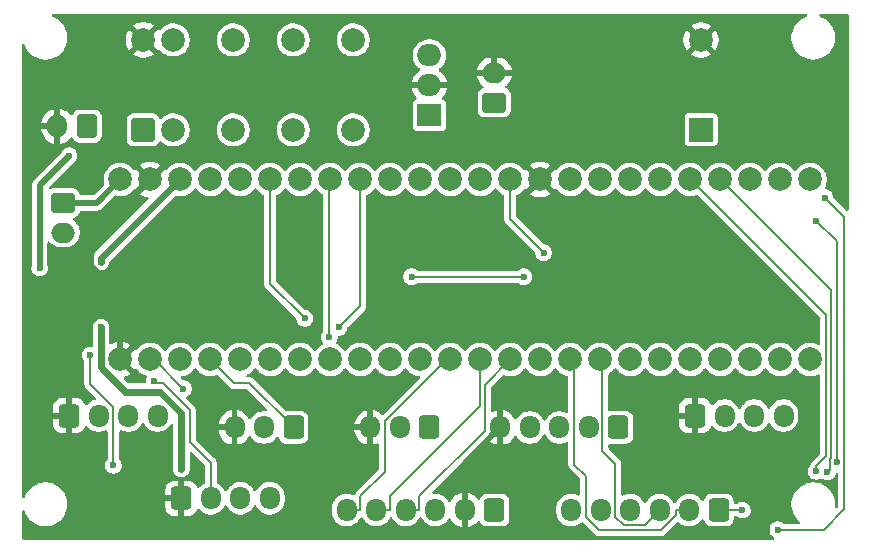
<source format=gbr>
%TF.GenerationSoftware,KiCad,Pcbnew,9.0.0*%
%TF.CreationDate,2025-04-18T09:30:21-04:00*%
%TF.ProjectId,TADPOL PCB v2,54414450-4f4c-4205-9043-422076322e6b,rev?*%
%TF.SameCoordinates,Original*%
%TF.FileFunction,Copper,L2,Bot*%
%TF.FilePolarity,Positive*%
%FSLAX46Y46*%
G04 Gerber Fmt 4.6, Leading zero omitted, Abs format (unit mm)*
G04 Created by KiCad (PCBNEW 9.0.0) date 2025-04-18 09:30:21*
%MOMM*%
%LPD*%
G01*
G04 APERTURE LIST*
G04 Aperture macros list*
%AMRoundRect*
0 Rectangle with rounded corners*
0 $1 Rounding radius*
0 $2 $3 $4 $5 $6 $7 $8 $9 X,Y pos of 4 corners*
0 Add a 4 corners polygon primitive as box body*
4,1,4,$2,$3,$4,$5,$6,$7,$8,$9,$2,$3,0*
0 Add four circle primitives for the rounded corners*
1,1,$1+$1,$2,$3*
1,1,$1+$1,$4,$5*
1,1,$1+$1,$6,$7*
1,1,$1+$1,$8,$9*
0 Add four rect primitives between the rounded corners*
20,1,$1+$1,$2,$3,$4,$5,0*
20,1,$1+$1,$4,$5,$6,$7,0*
20,1,$1+$1,$6,$7,$8,$9,0*
20,1,$1+$1,$8,$9,$2,$3,0*%
G04 Aperture macros list end*
%TA.AperFunction,ComponentPad*%
%ADD10RoundRect,0.250000X-0.600000X-0.725000X0.600000X-0.725000X0.600000X0.725000X-0.600000X0.725000X0*%
%TD*%
%TA.AperFunction,ComponentPad*%
%ADD11O,1.700000X1.950000*%
%TD*%
%TA.AperFunction,ComponentPad*%
%ADD12RoundRect,0.250000X0.750000X-0.600000X0.750000X0.600000X-0.750000X0.600000X-0.750000X-0.600000X0*%
%TD*%
%TA.AperFunction,ComponentPad*%
%ADD13O,2.000000X1.700000*%
%TD*%
%TA.AperFunction,ComponentPad*%
%ADD14RoundRect,0.250000X0.600000X0.750000X-0.600000X0.750000X-0.600000X-0.750000X0.600000X-0.750000X0*%
%TD*%
%TA.AperFunction,ComponentPad*%
%ADD15O,1.700000X2.000000*%
%TD*%
%TA.AperFunction,ComponentPad*%
%ADD16C,2.000000*%
%TD*%
%TA.AperFunction,ComponentPad*%
%ADD17R,2.000000X1.905000*%
%TD*%
%TA.AperFunction,ComponentPad*%
%ADD18O,2.000000X1.905000*%
%TD*%
%TA.AperFunction,ComponentPad*%
%ADD19RoundRect,0.250000X-0.750000X0.600000X-0.750000X-0.600000X0.750000X-0.600000X0.750000X0.600000X0*%
%TD*%
%TA.AperFunction,ComponentPad*%
%ADD20RoundRect,0.250000X0.600000X0.725000X-0.600000X0.725000X-0.600000X-0.725000X0.600000X-0.725000X0*%
%TD*%
%TA.AperFunction,ComponentPad*%
%ADD21RoundRect,0.250000X0.750000X-0.750000X0.750000X0.750000X-0.750000X0.750000X-0.750000X-0.750000X0*%
%TD*%
%TA.AperFunction,ComponentPad*%
%ADD22R,2.000000X2.000000*%
%TD*%
%TA.AperFunction,ViaPad*%
%ADD23C,0.600000*%
%TD*%
%TA.AperFunction,Conductor*%
%ADD24C,0.200000*%
%TD*%
%TA.AperFunction,Conductor*%
%ADD25C,0.600000*%
%TD*%
%TA.AperFunction,Conductor*%
%ADD26C,0.500000*%
%TD*%
G04 APERTURE END LIST*
D10*
%TO.P,J4,1,Pin_1*%
%TO.N,GND*%
X120500000Y-77000000D03*
D11*
%TO.P,J4,2,Pin_2*%
%TO.N,SCL*%
X123000000Y-77000000D03*
%TO.P,J4,3,Pin_3*%
%TO.N,SDA*%
X125500000Y-77000000D03*
%TO.P,J4,4,Pin_4*%
%TO.N,+3.3V*%
X128000000Y-77000000D03*
%TD*%
D12*
%TO.P,J11,1,Pin_1*%
%TO.N,VIN*%
X147000000Y-43500000D03*
D13*
%TO.P,J11,2,Pin_2*%
%TO.N,GND*%
X147000000Y-41000000D03*
%TD*%
D14*
%TO.P,J12,1,Pin_1*%
%TO.N,Vehicle_Off*%
X112500000Y-45500000D03*
D15*
%TO.P,J12,2,Pin_2*%
%TO.N,GND*%
X110000000Y-45500000D03*
%TD*%
D16*
%TO.P,Teensy4.1,0,GND*%
%TO.N,GND*%
X115320000Y-65240000D03*
%TO.P,Teensy4.1,1,RX1*%
%TO.N,RX_SERIAL*%
X117860000Y-65240000D03*
%TO.P,Teensy4.1,2,TX1*%
%TO.N,TX_SERIAL*%
X120400000Y-65240000D03*
%TO.P,Teensy4.1,3,PWM*%
%TO.N,PWM_SERVO1*%
X122940000Y-65240000D03*
%TO.P,Teensy4.1,4,PWM*%
%TO.N,PWM_SERVO2*%
X125480000Y-65240000D03*
%TO.P,Teensy4.1,5,PWM*%
%TO.N,PWM_SERVO3*%
X128020000Y-65240000D03*
%TO.P,Teensy4.1,6,PWM*%
%TO.N,VIDEO_ON*%
X130560000Y-65240000D03*
%TO.P,Teensy4.1,7,PWM*%
%TO.N,PI_ON*%
X133100000Y-65240000D03*
%TO.P,Teensy4.1,8,RX2*%
%TO.N,RX_VIDEO*%
X135640000Y-65240000D03*
%TO.P,Teensy4.1,9,TX2*%
%TO.N,TX_VIDEO*%
X138180000Y-65240000D03*
%TO.P,Teensy4.1,10,PWM*%
%TO.N,unconnected-(Teensy4.1-PWM-Pad10)*%
X140720000Y-65240000D03*
%TO.P,Teensy4.1,11,CS*%
%TO.N,CS*%
X143260000Y-65240000D03*
%TO.P,Teensy4.1,12,MOSI*%
%TO.N,MOSI*%
X145800000Y-65240000D03*
%TO.P,Teensy4.1,13,MISO*%
%TO.N,MISO*%
X148340000Y-65240000D03*
%TO.P,Teensy4.1,14,3.3V*%
%TO.N,unconnected-(Teensy4.1-3.3V-Pad14)*%
X150880000Y-65240000D03*
%TO.P,Teensy4.1,15,SCL2*%
%TO.N,GPIO0*%
X153420000Y-65240000D03*
%TO.P,Teensy4.1,16,SDA2*%
%TO.N,GPIO1*%
X155960000Y-65240000D03*
%TO.P,Teensy4.1,17,MOSI1*%
%TO.N,unconnected-(Teensy4.1-MOSI1-Pad17)*%
X158500000Y-65240000D03*
%TO.P,Teensy4.1,18,SCK1*%
%TO.N,unconnected-(Teensy4.1-SCK1-Pad18)*%
X161040000Y-65240000D03*
%TO.P,Teensy4.1,19,RX7*%
%TO.N,unconnected-(Teensy4.1-RX7-Pad19)*%
X163580000Y-65240000D03*
%TO.P,Teensy4.1,20,TX7*%
%TO.N,Nichrome*%
X166120000Y-65240000D03*
%TO.P,Teensy4.1,21,GPIO*%
%TO.N,unconnected-(Teensy4.1-GPIO-Pad21)*%
X168660000Y-65240000D03*
%TO.P,Teensy4.1,22,GPIO*%
%TO.N,unconnected-(Teensy4.1-GPIO-Pad22)*%
X171200000Y-65240000D03*
%TO.P,Teensy4.1,23,GPIO*%
%TO.N,unconnected-(Teensy4.1-GPIO-Pad23)*%
X173740000Y-65240000D03*
%TO.P,Teensy4.1,24,PWM*%
%TO.N,BUZZER*%
X173740000Y-50000000D03*
%TO.P,Teensy4.1,25,RX8*%
%TO.N,unconnected-(Teensy4.1-RX8-Pad25)*%
X171200000Y-50000000D03*
%TO.P,Teensy4.1,26,TX8*%
%TO.N,unconnected-(Teensy4.1-TX8-Pad26)*%
X168660000Y-50000000D03*
%TO.P,Teensy4.1,27,PWM*%
%TO.N,GPIO2*%
X166120000Y-50000000D03*
%TO.P,Teensy4.1,28,PWM*%
%TO.N,GPIO3*%
X163580000Y-50000000D03*
%TO.P,Teensy4.1,29,CS1*%
%TO.N,unconnected-(Teensy4.1-CS1-Pad29)*%
X161040000Y-50000000D03*
%TO.P,Teensy4.1,30,MISO*%
%TO.N,unconnected-(Teensy4.1-MISO-Pad30)*%
X158500000Y-50000000D03*
%TO.P,Teensy4.1,31,A16*%
%TO.N,unconnected-(Teensy4.1-A16-Pad31)*%
X155960000Y-50000000D03*
%TO.P,Teensy4.1,32,A17*%
%TO.N,unconnected-(Teensy4.1-A17-Pad32)*%
X153420000Y-50000000D03*
%TO.P,Teensy4.1,33,GND*%
%TO.N,GND*%
X150880000Y-50000000D03*
%TO.P,Teensy4.1,34,SCK*%
%TO.N,SCLK*%
X148340000Y-50000000D03*
%TO.P,Teensy4.1,35,A0*%
%TO.N,IRQ*%
X145800000Y-50000000D03*
%TO.P,Teensy4.1,36,A1*%
%TO.N,SDN*%
X143260000Y-50000000D03*
%TO.P,Teensy4.1,37,A2*%
%TO.N,unconnected-(Teensy4.1-A2-Pad37)*%
X140720000Y-50000000D03*
%TO.P,Teensy4.1,38,A3*%
%TO.N,unconnected-(Teensy4.1-A3-Pad38)*%
X138180000Y-50000000D03*
%TO.P,Teensy4.1,39,SDA*%
%TO.N,SDA*%
X135640000Y-50000000D03*
%TO.P,Teensy4.1,40,SCL*%
%TO.N,SCL*%
X133100000Y-50000000D03*
%TO.P,Teensy4.1,41,TX5*%
%TO.N,TX_LORA*%
X130560000Y-50000000D03*
%TO.P,Teensy4.1,42,RX5*%
%TO.N,RX_LORA*%
X128020000Y-50000000D03*
%TO.P,Teensy4.1,43,PWM*%
%TO.N,Nichrome_1*%
X125480000Y-50000000D03*
%TO.P,Teensy4.1,44,PWM*%
%TO.N,unconnected-(Teensy4.1-PWM-Pad44)*%
X122940000Y-50000000D03*
%TO.P,Teensy4.1,45,3.3V*%
%TO.N,+3.3V*%
X120400000Y-50000000D03*
%TO.P,Teensy4.1,46,GND*%
%TO.N,GND*%
X117860000Y-50000000D03*
%TO.P,Teensy4.1,47,Vin*%
%TO.N,+5V*%
X115320000Y-50000000D03*
%TD*%
D17*
%TO.P,VoltRegulator5V1,1,IN*%
%TO.N,VIN*%
X141500000Y-44580000D03*
D18*
%TO.P,VoltRegulator5V1,2,GND*%
%TO.N,GND*%
X141500000Y-42040000D03*
%TO.P,VoltRegulator5V1,3,OUT*%
%TO.N,Net-(J13-Pin_2)*%
X141500000Y-39500000D03*
%TD*%
D10*
%TO.P,J1,1,Pin_1*%
%TO.N,GND*%
X164000000Y-70000000D03*
D11*
%TO.P,J1,2,Pin_2*%
%TO.N,+3.3V*%
X166500000Y-70000000D03*
%TO.P,J1,3,Pin_3*%
%TO.N,RX_LORA*%
X169000000Y-70000000D03*
%TO.P,J1,4,Pin_4*%
%TO.N,TX_LORA*%
X171500000Y-70000000D03*
%TD*%
D19*
%TO.P,J13,1,Pin_1*%
%TO.N,+5V*%
X110500000Y-52000000D03*
D13*
%TO.P,J13,2,Pin_2*%
%TO.N,Net-(J13-Pin_2)*%
X110500000Y-54500000D03*
%TD*%
D20*
%TO.P,J3,1,Pin_1*%
%TO.N,TX_VIDEO*%
X157500000Y-71000000D03*
D11*
%TO.P,J3,2,Pin_2*%
%TO.N,RX_VIDEO*%
X155000000Y-71000000D03*
%TO.P,J3,3,Pin_3*%
%TO.N,PI_ON*%
X152500000Y-71000000D03*
%TO.P,J3,4,Pin_4*%
%TO.N,VIDEO_ON*%
X150000000Y-71000000D03*
%TO.P,J3,5,Pin_5*%
%TO.N,GND*%
X147500000Y-71000000D03*
%TD*%
D16*
%TO.P,K2,11*%
%TO.N,unconnected-(K2-Pad11)*%
X124899700Y-45810000D03*
%TO.P,K2,12*%
%TO.N,unconnected-(K2-Pad12)*%
X129979700Y-45810000D03*
%TO.P,K2,14*%
%TO.N,unconnected-(K2-Pad14)*%
X135059700Y-45810000D03*
%TO.P,K2,21*%
%TO.N,+5V*%
X124899700Y-38190000D03*
%TO.P,K2,22*%
%TO.N,unconnected-(K2-Pad22)*%
X129979700Y-38190000D03*
%TO.P,K2,24*%
%TO.N,Net-(J13-Pin_2)*%
X135059700Y-38190000D03*
D21*
%TO.P,K2,A1*%
%TO.N,Vehicle_On*%
X117279700Y-45810000D03*
D16*
%TO.P,K2,A2*%
%TO.N,GND*%
X117279700Y-38190000D03*
%TO.P,K2,B1*%
%TO.N,+5V*%
X119819700Y-45810000D03*
%TO.P,K2,B2*%
%TO.N,Vehicle_Off*%
X119819700Y-38190000D03*
%TD*%
D20*
%TO.P,J8,1,Pin_1*%
%TO.N,PWM_SERVO2*%
X141500000Y-71000000D03*
D11*
%TO.P,J8,2,Pin_2*%
%TO.N,+5V*%
X139000000Y-71000000D03*
%TO.P,J8,3,Pin_3*%
%TO.N,GND*%
X136500000Y-71000000D03*
%TD*%
D10*
%TO.P,J2,1,Pin_1*%
%TO.N,GND*%
X111000000Y-70000000D03*
D11*
%TO.P,J2,2,Pin_2*%
%TO.N,RX_SERIAL*%
X113500000Y-70000000D03*
%TO.P,J2,3,Pin_3*%
%TO.N,TX_SERIAL*%
X116000000Y-70000000D03*
%TO.P,J2,4,Pin_4*%
%TO.N,Vehicle_On*%
X118500000Y-70000000D03*
%TD*%
D20*
%TO.P,J6,1,Pin_1*%
%TO.N,+5V*%
X147000000Y-78000000D03*
D11*
%TO.P,J6,2,Pin_2*%
%TO.N,GND*%
X144500000Y-78000000D03*
%TO.P,J6,3,Pin_3*%
%TO.N,SCLK*%
X142000000Y-78000000D03*
%TO.P,J6,4,Pin_4*%
%TO.N,MISO*%
X139500000Y-78000000D03*
%TO.P,J6,5,Pin_5*%
%TO.N,MOSI*%
X137000000Y-78000000D03*
%TO.P,J6,6,Pin_6*%
%TO.N,CS*%
X134500000Y-78000000D03*
%TD*%
D20*
%TO.P,J7,1,Pin_1*%
%TO.N,PWM_SERVO1*%
X130000000Y-71000000D03*
D11*
%TO.P,J7,2,Pin_2*%
%TO.N,+5V*%
X127500000Y-71000000D03*
%TO.P,J7,3,Pin_3*%
%TO.N,GND*%
X125000000Y-71000000D03*
%TD*%
D20*
%TO.P,J5,1,Pin_1*%
%TO.N,IRQ*%
X166000000Y-78000000D03*
D11*
%TO.P,J5,2,Pin_2*%
%TO.N,GPIO0*%
X163500000Y-78000000D03*
%TO.P,J5,3,Pin_3*%
%TO.N,GPIO1*%
X161000000Y-78000000D03*
%TO.P,J5,4,Pin_4*%
%TO.N,GPIO2*%
X158500000Y-78000000D03*
%TO.P,J5,5,Pin_5*%
%TO.N,GPIO3*%
X156000000Y-78000000D03*
%TO.P,J5,6,Pin_6*%
%TO.N,SDN*%
X153500000Y-78000000D03*
%TD*%
D22*
%TO.P,BZ1,1,+*%
%TO.N,BUZZER*%
X164500000Y-45800000D03*
D16*
%TO.P,BZ1,2,-*%
%TO.N,GND*%
X164500000Y-38200000D03*
%TD*%
D23*
%TO.N,SDA*%
X114750000Y-74211000D03*
%TO.N,+3.3V*%
X120500000Y-74500000D03*
%TO.N,RX_LORA*%
X130948000Y-61769900D03*
%TO.N,TX_LORA*%
X140000000Y-58245400D03*
X149500000Y-58245400D03*
%TO.N,+3.3V*%
X113706200Y-62500000D03*
X113706200Y-57000000D03*
%TO.N,SDA*%
X112771300Y-64857400D03*
X133836000Y-62534000D03*
%TO.N,SCL*%
X133029900Y-63332200D03*
X118197100Y-67075500D03*
%TO.N,RX_SERIAL*%
X120670000Y-67727200D03*
%TO.N,Vehicle_On*%
X108500000Y-57500000D03*
X111000000Y-48000000D03*
%TO.N,GPIO3*%
X174266400Y-74721700D03*
%TO.N,IRQ*%
X175006400Y-51548900D03*
X171000000Y-79656100D03*
X168000000Y-78000000D03*
%TO.N,SCLK*%
X151164000Y-56211600D03*
%TO.N,GPIO2*%
X175203200Y-74786500D03*
%TO.N,SDN*%
X175987600Y-73959200D03*
X174268000Y-53506000D03*
%TD*%
D24*
%TO.N,SCL*%
X123000000Y-74000000D02*
X123000000Y-77000000D01*
X118952864Y-67276200D02*
X121201000Y-69524336D01*
X118197100Y-67276200D02*
X118952864Y-67276200D01*
X121201000Y-69524336D02*
X121201000Y-72201000D01*
X118197100Y-67075500D02*
X118197100Y-67276200D01*
X121201000Y-72201000D02*
X123000000Y-74000000D01*
D25*
%TO.N,+3.3V*%
X120500000Y-74500000D02*
X120500000Y-69814700D01*
D26*
%TO.N,GND*%
X112855200Y-57352496D02*
X112855200Y-55004800D01*
X115320000Y-59817296D02*
X112855200Y-57352496D01*
X144500000Y-74000000D02*
X147500000Y-71000000D01*
X115320000Y-65240000D02*
X115320000Y-59817296D01*
X144500000Y-78000000D02*
X144500000Y-74000000D01*
X112855200Y-55004800D02*
X117860000Y-50000000D01*
D24*
%TO.N,RX_LORA*%
X130948000Y-61769900D02*
X128020000Y-58841900D01*
X128020000Y-58841900D02*
X128020000Y-50000000D01*
%TO.N,TX_LORA*%
X149500000Y-58245400D02*
X140000000Y-58245400D01*
D25*
%TO.N,+3.3V*%
X120400000Y-50000000D02*
X113706200Y-56693800D01*
X113706200Y-56693800D02*
X113706200Y-57000000D01*
X115757200Y-67977200D02*
X118662500Y-67977200D01*
X113706200Y-65926200D02*
X115757200Y-67977200D01*
X113706200Y-62500000D02*
X113706200Y-65926200D01*
X118662500Y-67977200D02*
X120500000Y-69814700D01*
D24*
%TO.N,SDA*%
X135640000Y-60730000D02*
X135640000Y-50000000D01*
X114750000Y-69272600D02*
X112771300Y-67293900D01*
X114750000Y-74211000D02*
X114750000Y-69272600D01*
X112771300Y-67293900D02*
X112771300Y-64857400D01*
X133836000Y-62534000D02*
X135640000Y-60730000D01*
%TO.N,SCL*%
X133029900Y-50070100D02*
X133100000Y-50000000D01*
X133029900Y-63332200D02*
X133029900Y-50070100D01*
%TO.N,PWM_SERVO1*%
X130000000Y-71000000D02*
X126247600Y-67247600D01*
X124947600Y-67247600D02*
X122940000Y-65240000D01*
X126247600Y-67247600D02*
X124947600Y-67247600D01*
%TO.N,RX_SERIAL*%
X118182800Y-65240000D02*
X117860000Y-65240000D01*
X120670000Y-67727200D02*
X118182800Y-65240000D01*
D26*
%TO.N,+5V*%
X113320000Y-52000000D02*
X115320000Y-50000000D01*
X110500000Y-52000000D02*
X113320000Y-52000000D01*
%TO.N,Vehicle_On*%
X108500000Y-50500000D02*
X108500000Y-57500000D01*
X111000000Y-48000000D02*
X108500000Y-50500000D01*
D24*
%TO.N,GPIO3*%
X175072400Y-61492400D02*
X175072400Y-73455600D01*
X163580000Y-50000000D02*
X175072400Y-61492400D01*
X175072400Y-73455600D02*
X174266400Y-74261600D01*
X174266400Y-74261600D02*
X174266400Y-74721700D01*
%TO.N,MISO*%
X146200200Y-67379800D02*
X148340000Y-65240000D01*
X146200200Y-71299800D02*
X146200200Y-67379800D01*
X140651700Y-76848300D02*
X146200200Y-71299800D01*
X139500000Y-78000000D02*
X140651700Y-78000000D01*
X140651700Y-78000000D02*
X140651700Y-76848300D01*
%TO.N,GPIO0*%
X163500000Y-78000000D02*
X162348300Y-78000000D01*
X154750000Y-75141600D02*
X153750000Y-74141600D01*
X155875200Y-79704200D02*
X154750000Y-78579000D01*
X162348300Y-78431900D02*
X161076000Y-79704200D01*
X162348300Y-78000000D02*
X162348300Y-78431900D01*
X154750000Y-78579000D02*
X154750000Y-75141600D01*
X153750000Y-74141600D02*
X153750000Y-65570000D01*
X153750000Y-65570000D02*
X153420000Y-65240000D01*
X161076000Y-79704200D02*
X155875200Y-79704200D01*
%TO.N,MOSI*%
X145798500Y-69201500D02*
X138151700Y-76848300D01*
X145800000Y-65240000D02*
X145798500Y-65241500D01*
X138151700Y-76848300D02*
X138151700Y-78000000D01*
X137000000Y-78000000D02*
X138151700Y-78000000D01*
X145798500Y-65241500D02*
X145798500Y-69201500D01*
%TO.N,GPIO1*%
X157250000Y-74056300D02*
X156154300Y-72960600D01*
X159715600Y-79284400D02*
X157953900Y-79284400D01*
X156154300Y-72960600D02*
X156154300Y-65434300D01*
X161000000Y-78000000D02*
X159715600Y-79284400D01*
X156154300Y-65434300D02*
X155960000Y-65240000D01*
X157953900Y-79284400D02*
X157250000Y-78580500D01*
X157250000Y-78580500D02*
X157250000Y-74056300D01*
%TO.N,IRQ*%
X176630300Y-53172800D02*
X175006400Y-51548900D01*
X166000000Y-78000000D02*
X168000000Y-78000000D01*
X176630300Y-77932300D02*
X176630300Y-53172800D01*
X171000000Y-79656100D02*
X174906500Y-79656100D01*
X174906500Y-79656100D02*
X176630300Y-77932300D01*
%TO.N,SCLK*%
X148340000Y-53387600D02*
X148340000Y-50000000D01*
X151164000Y-56211600D02*
X148340000Y-53387600D01*
%TO.N,GPIO2*%
X175385900Y-73710100D02*
X175385900Y-74603800D01*
X175524100Y-59404100D02*
X175524100Y-73571900D01*
X166120000Y-50000000D02*
X175524100Y-59404100D01*
X175385900Y-74603800D02*
X175203200Y-74786500D01*
X175524100Y-73571900D02*
X175385900Y-73710100D01*
%TO.N,CS*%
X137750000Y-74750000D02*
X137750000Y-70496200D01*
X135651700Y-76848300D02*
X137750000Y-74750000D01*
X137750000Y-70496200D02*
X143006200Y-65240000D01*
X135651700Y-78000000D02*
X135651700Y-76848300D01*
X134500000Y-78000000D02*
X135651700Y-78000000D01*
X143006200Y-65240000D02*
X143260000Y-65240000D01*
%TO.N,SDN*%
X175987600Y-55225600D02*
X175987600Y-73959200D01*
X174268000Y-53506000D02*
X175987600Y-55225600D01*
%TD*%
%TA.AperFunction,Conductor*%
%TO.N,GND*%
G36*
X173389073Y-36005930D02*
G01*
X173408341Y-36006390D01*
X173421904Y-36015570D01*
X173437619Y-36020185D01*
X173450238Y-36034749D01*
X173466202Y-36045554D01*
X173472649Y-36060612D01*
X173483374Y-36072989D01*
X173486116Y-36092064D01*
X173493704Y-36109784D01*
X173490987Y-36125935D01*
X173493318Y-36142147D01*
X173485311Y-36159679D01*
X173482114Y-36178686D01*
X173471097Y-36190803D01*
X173464293Y-36205703D01*
X173448077Y-36216124D01*
X173435113Y-36230384D01*
X173407578Y-36242173D01*
X173407738Y-36242643D01*
X173405777Y-36243308D01*
X173405515Y-36243477D01*
X173404161Y-36243856D01*
X173403901Y-36243945D01*
X173179794Y-36336773D01*
X173179785Y-36336777D01*
X172969706Y-36458067D01*
X172777263Y-36605733D01*
X172777256Y-36605739D01*
X172605739Y-36777256D01*
X172605733Y-36777263D01*
X172458067Y-36969706D01*
X172336777Y-37179785D01*
X172336773Y-37179794D01*
X172243947Y-37403895D01*
X172181161Y-37638214D01*
X172149500Y-37878711D01*
X172149500Y-38121288D01*
X172181161Y-38361785D01*
X172243947Y-38596104D01*
X172318381Y-38775802D01*
X172336776Y-38820212D01*
X172458064Y-39030289D01*
X172458066Y-39030292D01*
X172458067Y-39030293D01*
X172605733Y-39222736D01*
X172605739Y-39222743D01*
X172777256Y-39394260D01*
X172777263Y-39394266D01*
X172879760Y-39472914D01*
X172969711Y-39541936D01*
X173179788Y-39663224D01*
X173403900Y-39756054D01*
X173638211Y-39818838D01*
X173818586Y-39842584D01*
X173878711Y-39850500D01*
X173878712Y-39850500D01*
X174121289Y-39850500D01*
X174169388Y-39844167D01*
X174361789Y-39818838D01*
X174596100Y-39756054D01*
X174820212Y-39663224D01*
X175030289Y-39541936D01*
X175222738Y-39394265D01*
X175394265Y-39222738D01*
X175541936Y-39030289D01*
X175663224Y-38820212D01*
X175756054Y-38596100D01*
X175818838Y-38361789D01*
X175850500Y-38121288D01*
X175850500Y-37878712D01*
X175818838Y-37638211D01*
X175756054Y-37403900D01*
X175663224Y-37179788D01*
X175541936Y-36969711D01*
X175419307Y-36809897D01*
X175394266Y-36777263D01*
X175394260Y-36777256D01*
X175222743Y-36605739D01*
X175222736Y-36605733D01*
X175030293Y-36458067D01*
X175030292Y-36458066D01*
X175030289Y-36458064D01*
X174820212Y-36336776D01*
X174596100Y-36243946D01*
X174596101Y-36243946D01*
X174596098Y-36243945D01*
X174592262Y-36242643D01*
X174592671Y-36241435D01*
X174537670Y-36207914D01*
X174507138Y-36145068D01*
X174515430Y-36075692D01*
X174559913Y-36021812D01*
X174626464Y-36000535D01*
X174629420Y-36000500D01*
X176875500Y-36000500D01*
X176942539Y-36020185D01*
X176988294Y-36072989D01*
X176999500Y-36124500D01*
X176999500Y-52534824D01*
X176979815Y-52601863D01*
X176927011Y-52647618D01*
X176857853Y-52657562D01*
X176794297Y-52628537D01*
X176787819Y-52622505D01*
X175743219Y-51577905D01*
X175709734Y-51516582D01*
X175706900Y-51490224D01*
X175706900Y-51479904D01*
X175679981Y-51344577D01*
X175679980Y-51344576D01*
X175679980Y-51344572D01*
X175677571Y-51338757D01*
X175627178Y-51217095D01*
X175627171Y-51217082D01*
X175550514Y-51102358D01*
X175550511Y-51102354D01*
X175452945Y-51004788D01*
X175452941Y-51004785D01*
X175338217Y-50928128D01*
X175338204Y-50928121D01*
X175210732Y-50875321D01*
X175210722Y-50875318D01*
X175075388Y-50848398D01*
X175069709Y-50847839D01*
X175004922Y-50821676D01*
X174964565Y-50764641D01*
X174961451Y-50694840D01*
X174971383Y-50668141D01*
X175037893Y-50537610D01*
X175037896Y-50537603D01*
X175059591Y-50470832D01*
X175106015Y-50327951D01*
X175140500Y-50110222D01*
X175140500Y-49889778D01*
X175106015Y-49672049D01*
X175037895Y-49462394D01*
X175037895Y-49462393D01*
X175003237Y-49394375D01*
X174937815Y-49265978D01*
X174883530Y-49191260D01*
X174808247Y-49087641D01*
X174808243Y-49087636D01*
X174652363Y-48931756D01*
X174652358Y-48931752D01*
X174474025Y-48802187D01*
X174474024Y-48802186D01*
X174474022Y-48802185D01*
X174411096Y-48770122D01*
X174277606Y-48702104D01*
X174277603Y-48702103D01*
X174067952Y-48633985D01*
X173959086Y-48616742D01*
X173850222Y-48599500D01*
X173629778Y-48599500D01*
X173564134Y-48609897D01*
X173412047Y-48633985D01*
X173202396Y-48702103D01*
X173202393Y-48702104D01*
X173005974Y-48802187D01*
X172827641Y-48931752D01*
X172827636Y-48931756D01*
X172671756Y-49087636D01*
X172671752Y-49087641D01*
X172570318Y-49227254D01*
X172514988Y-49269920D01*
X172445375Y-49275899D01*
X172383580Y-49243293D01*
X172369682Y-49227254D01*
X172268247Y-49087641D01*
X172268243Y-49087636D01*
X172112363Y-48931756D01*
X172112358Y-48931752D01*
X171934025Y-48802187D01*
X171934024Y-48802186D01*
X171934022Y-48802185D01*
X171871096Y-48770122D01*
X171737606Y-48702104D01*
X171737603Y-48702103D01*
X171527952Y-48633985D01*
X171419086Y-48616742D01*
X171310222Y-48599500D01*
X171089778Y-48599500D01*
X171024134Y-48609897D01*
X170872047Y-48633985D01*
X170662396Y-48702103D01*
X170662393Y-48702104D01*
X170465974Y-48802187D01*
X170287641Y-48931752D01*
X170287636Y-48931756D01*
X170131756Y-49087636D01*
X170131752Y-49087641D01*
X170030318Y-49227254D01*
X169974988Y-49269920D01*
X169905375Y-49275899D01*
X169843580Y-49243293D01*
X169829682Y-49227254D01*
X169728247Y-49087641D01*
X169728243Y-49087636D01*
X169572363Y-48931756D01*
X169572358Y-48931752D01*
X169394025Y-48802187D01*
X169394024Y-48802186D01*
X169394022Y-48802185D01*
X169331096Y-48770122D01*
X169197606Y-48702104D01*
X169197603Y-48702103D01*
X168987952Y-48633985D01*
X168879086Y-48616742D01*
X168770222Y-48599500D01*
X168549778Y-48599500D01*
X168484134Y-48609897D01*
X168332047Y-48633985D01*
X168122396Y-48702103D01*
X168122393Y-48702104D01*
X167925974Y-48802187D01*
X167747641Y-48931752D01*
X167747636Y-48931756D01*
X167591756Y-49087636D01*
X167591752Y-49087641D01*
X167490318Y-49227254D01*
X167434988Y-49269920D01*
X167365375Y-49275899D01*
X167303580Y-49243293D01*
X167289682Y-49227254D01*
X167188247Y-49087641D01*
X167188243Y-49087636D01*
X167032363Y-48931756D01*
X167032358Y-48931752D01*
X166854025Y-48802187D01*
X166854024Y-48802186D01*
X166854022Y-48802185D01*
X166791096Y-48770122D01*
X166657606Y-48702104D01*
X166657603Y-48702103D01*
X166447952Y-48633985D01*
X166339086Y-48616742D01*
X166230222Y-48599500D01*
X166009778Y-48599500D01*
X165944134Y-48609897D01*
X165792047Y-48633985D01*
X165582396Y-48702103D01*
X165582393Y-48702104D01*
X165385974Y-48802187D01*
X165207641Y-48931752D01*
X165207636Y-48931756D01*
X165051756Y-49087636D01*
X165051752Y-49087641D01*
X164950318Y-49227254D01*
X164894988Y-49269920D01*
X164825375Y-49275899D01*
X164763580Y-49243293D01*
X164749682Y-49227254D01*
X164648247Y-49087641D01*
X164648243Y-49087636D01*
X164492363Y-48931756D01*
X164492358Y-48931752D01*
X164314025Y-48802187D01*
X164314024Y-48802186D01*
X164314022Y-48802185D01*
X164251096Y-48770122D01*
X164117606Y-48702104D01*
X164117603Y-48702103D01*
X163907952Y-48633985D01*
X163799086Y-48616742D01*
X163690222Y-48599500D01*
X163469778Y-48599500D01*
X163404134Y-48609897D01*
X163252047Y-48633985D01*
X163042396Y-48702103D01*
X163042393Y-48702104D01*
X162845974Y-48802187D01*
X162667641Y-48931752D01*
X162667636Y-48931756D01*
X162511756Y-49087636D01*
X162511752Y-49087641D01*
X162410318Y-49227254D01*
X162354988Y-49269920D01*
X162285375Y-49275899D01*
X162223580Y-49243293D01*
X162209682Y-49227254D01*
X162108247Y-49087641D01*
X162108243Y-49087636D01*
X161952363Y-48931756D01*
X161952358Y-48931752D01*
X161774025Y-48802187D01*
X161774024Y-48802186D01*
X161774022Y-48802185D01*
X161711096Y-48770122D01*
X161577606Y-48702104D01*
X161577603Y-48702103D01*
X161367952Y-48633985D01*
X161259086Y-48616742D01*
X161150222Y-48599500D01*
X160929778Y-48599500D01*
X160864134Y-48609897D01*
X160712047Y-48633985D01*
X160502396Y-48702103D01*
X160502393Y-48702104D01*
X160305974Y-48802187D01*
X160127641Y-48931752D01*
X160127636Y-48931756D01*
X159971756Y-49087636D01*
X159971752Y-49087641D01*
X159870318Y-49227254D01*
X159814988Y-49269920D01*
X159745375Y-49275899D01*
X159683580Y-49243293D01*
X159669682Y-49227254D01*
X159568247Y-49087641D01*
X159568243Y-49087636D01*
X159412363Y-48931756D01*
X159412358Y-48931752D01*
X159234025Y-48802187D01*
X159234024Y-48802186D01*
X159234022Y-48802185D01*
X159171096Y-48770122D01*
X159037606Y-48702104D01*
X159037603Y-48702103D01*
X158827952Y-48633985D01*
X158719086Y-48616742D01*
X158610222Y-48599500D01*
X158389778Y-48599500D01*
X158324134Y-48609897D01*
X158172047Y-48633985D01*
X157962396Y-48702103D01*
X157962393Y-48702104D01*
X157765974Y-48802187D01*
X157587641Y-48931752D01*
X157587636Y-48931756D01*
X157431756Y-49087636D01*
X157431752Y-49087641D01*
X157330318Y-49227254D01*
X157274988Y-49269920D01*
X157205375Y-49275899D01*
X157143580Y-49243293D01*
X157129682Y-49227254D01*
X157028247Y-49087641D01*
X157028243Y-49087636D01*
X156872363Y-48931756D01*
X156872358Y-48931752D01*
X156694025Y-48802187D01*
X156694024Y-48802186D01*
X156694022Y-48802185D01*
X156631096Y-48770122D01*
X156497606Y-48702104D01*
X156497603Y-48702103D01*
X156287952Y-48633985D01*
X156179086Y-48616742D01*
X156070222Y-48599500D01*
X155849778Y-48599500D01*
X155784134Y-48609897D01*
X155632047Y-48633985D01*
X155422396Y-48702103D01*
X155422393Y-48702104D01*
X155225974Y-48802187D01*
X155047641Y-48931752D01*
X155047636Y-48931756D01*
X154891756Y-49087636D01*
X154891752Y-49087641D01*
X154790318Y-49227254D01*
X154734988Y-49269920D01*
X154665375Y-49275899D01*
X154603580Y-49243293D01*
X154589682Y-49227254D01*
X154488247Y-49087641D01*
X154488243Y-49087636D01*
X154332363Y-48931756D01*
X154332358Y-48931752D01*
X154154025Y-48802187D01*
X154154024Y-48802186D01*
X154154022Y-48802185D01*
X154091096Y-48770122D01*
X153957606Y-48702104D01*
X153957603Y-48702103D01*
X153747952Y-48633985D01*
X153639086Y-48616742D01*
X153530222Y-48599500D01*
X153309778Y-48599500D01*
X153244134Y-48609897D01*
X153092047Y-48633985D01*
X152882396Y-48702103D01*
X152882393Y-48702104D01*
X152685974Y-48802187D01*
X152507641Y-48931752D01*
X152507636Y-48931756D01*
X152351756Y-49087636D01*
X152311811Y-49142616D01*
X152256480Y-49185281D01*
X152186867Y-49191260D01*
X152125072Y-49158654D01*
X152111175Y-49142615D01*
X152102659Y-49130894D01*
X152102658Y-49130893D01*
X151371128Y-49862424D01*
X151355245Y-49803147D01*
X151288102Y-49686853D01*
X151193147Y-49591898D01*
X151076853Y-49524755D01*
X151017574Y-49508871D01*
X151749105Y-48777340D01*
X151749104Y-48777338D01*
X151666174Y-48717087D01*
X151455802Y-48609897D01*
X151231247Y-48536934D01*
X151231248Y-48536934D01*
X150998052Y-48500000D01*
X150761948Y-48500000D01*
X150528752Y-48536934D01*
X150304197Y-48609897D01*
X150093830Y-48717084D01*
X150010894Y-48777340D01*
X150742425Y-49508871D01*
X150683147Y-49524755D01*
X150566853Y-49591898D01*
X150471898Y-49686853D01*
X150404755Y-49803147D01*
X150388871Y-49862424D01*
X149657340Y-49130894D01*
X149657338Y-49130894D01*
X149648822Y-49142616D01*
X149593492Y-49185282D01*
X149523879Y-49191260D01*
X149462084Y-49158654D01*
X149448186Y-49142614D01*
X149439670Y-49130893D01*
X149436409Y-49126404D01*
X149408245Y-49087638D01*
X149252363Y-48931756D01*
X149252364Y-48931756D01*
X149242952Y-48924919D01*
X149242951Y-48924917D01*
X149074025Y-48802187D01*
X149074024Y-48802186D01*
X149074022Y-48802185D01*
X149011096Y-48770122D01*
X148877606Y-48702104D01*
X148877603Y-48702103D01*
X148667952Y-48633985D01*
X148559086Y-48616742D01*
X148450222Y-48599500D01*
X148229778Y-48599500D01*
X148164134Y-48609897D01*
X148012047Y-48633985D01*
X147802396Y-48702103D01*
X147802393Y-48702104D01*
X147605974Y-48802187D01*
X147427641Y-48931752D01*
X147427636Y-48931756D01*
X147271756Y-49087636D01*
X147271752Y-49087641D01*
X147170318Y-49227254D01*
X147114988Y-49269920D01*
X147045375Y-49275899D01*
X146983580Y-49243293D01*
X146969682Y-49227254D01*
X146868247Y-49087641D01*
X146868243Y-49087636D01*
X146712363Y-48931756D01*
X146712358Y-48931752D01*
X146534025Y-48802187D01*
X146534024Y-48802186D01*
X146534022Y-48802185D01*
X146471096Y-48770122D01*
X146337606Y-48702104D01*
X146337603Y-48702103D01*
X146127952Y-48633985D01*
X146019086Y-48616742D01*
X145910222Y-48599500D01*
X145689778Y-48599500D01*
X145624134Y-48609897D01*
X145472047Y-48633985D01*
X145262396Y-48702103D01*
X145262393Y-48702104D01*
X145065974Y-48802187D01*
X144887641Y-48931752D01*
X144887636Y-48931756D01*
X144731756Y-49087636D01*
X144731752Y-49087641D01*
X144630318Y-49227254D01*
X144574988Y-49269920D01*
X144505375Y-49275899D01*
X144443580Y-49243293D01*
X144429682Y-49227254D01*
X144328247Y-49087641D01*
X144328243Y-49087636D01*
X144172363Y-48931756D01*
X144172358Y-48931752D01*
X143994025Y-48802187D01*
X143994024Y-48802186D01*
X143994022Y-48802185D01*
X143931096Y-48770122D01*
X143797606Y-48702104D01*
X143797603Y-48702103D01*
X143587952Y-48633985D01*
X143479086Y-48616742D01*
X143370222Y-48599500D01*
X143149778Y-48599500D01*
X143084134Y-48609897D01*
X142932047Y-48633985D01*
X142722396Y-48702103D01*
X142722393Y-48702104D01*
X142525974Y-48802187D01*
X142347641Y-48931752D01*
X142347636Y-48931756D01*
X142191756Y-49087636D01*
X142191752Y-49087641D01*
X142090318Y-49227254D01*
X142034988Y-49269920D01*
X141965375Y-49275899D01*
X141903580Y-49243293D01*
X141889682Y-49227254D01*
X141788247Y-49087641D01*
X141788243Y-49087636D01*
X141632363Y-48931756D01*
X141632358Y-48931752D01*
X141454025Y-48802187D01*
X141454024Y-48802186D01*
X141454022Y-48802185D01*
X141391096Y-48770122D01*
X141257606Y-48702104D01*
X141257603Y-48702103D01*
X141047952Y-48633985D01*
X140939086Y-48616742D01*
X140830222Y-48599500D01*
X140609778Y-48599500D01*
X140544134Y-48609897D01*
X140392047Y-48633985D01*
X140182396Y-48702103D01*
X140182393Y-48702104D01*
X139985974Y-48802187D01*
X139807641Y-48931752D01*
X139807636Y-48931756D01*
X139651756Y-49087636D01*
X139651752Y-49087641D01*
X139550318Y-49227254D01*
X139494988Y-49269920D01*
X139425375Y-49275899D01*
X139363580Y-49243293D01*
X139349682Y-49227254D01*
X139248247Y-49087641D01*
X139248243Y-49087636D01*
X139092363Y-48931756D01*
X139092358Y-48931752D01*
X138914025Y-48802187D01*
X138914024Y-48802186D01*
X138914022Y-48802185D01*
X138851096Y-48770122D01*
X138717606Y-48702104D01*
X138717603Y-48702103D01*
X138507952Y-48633985D01*
X138399086Y-48616742D01*
X138290222Y-48599500D01*
X138069778Y-48599500D01*
X138004134Y-48609897D01*
X137852047Y-48633985D01*
X137642396Y-48702103D01*
X137642393Y-48702104D01*
X137445974Y-48802187D01*
X137267641Y-48931752D01*
X137267636Y-48931756D01*
X137111756Y-49087636D01*
X137111752Y-49087641D01*
X137010318Y-49227254D01*
X136954988Y-49269920D01*
X136885375Y-49275899D01*
X136823580Y-49243293D01*
X136809682Y-49227254D01*
X136708247Y-49087641D01*
X136708243Y-49087636D01*
X136552363Y-48931756D01*
X136552358Y-48931752D01*
X136374025Y-48802187D01*
X136374024Y-48802186D01*
X136374022Y-48802185D01*
X136311096Y-48770122D01*
X136177606Y-48702104D01*
X136177603Y-48702103D01*
X135967952Y-48633985D01*
X135859086Y-48616742D01*
X135750222Y-48599500D01*
X135529778Y-48599500D01*
X135464134Y-48609897D01*
X135312047Y-48633985D01*
X135102396Y-48702103D01*
X135102393Y-48702104D01*
X134905974Y-48802187D01*
X134727641Y-48931752D01*
X134727636Y-48931756D01*
X134571756Y-49087636D01*
X134571752Y-49087641D01*
X134470318Y-49227254D01*
X134414988Y-49269920D01*
X134345375Y-49275899D01*
X134283580Y-49243293D01*
X134269682Y-49227254D01*
X134168247Y-49087641D01*
X134168243Y-49087636D01*
X134012363Y-48931756D01*
X134012358Y-48931752D01*
X133834025Y-48802187D01*
X133834024Y-48802186D01*
X133834022Y-48802185D01*
X133771096Y-48770122D01*
X133637606Y-48702104D01*
X133637603Y-48702103D01*
X133427952Y-48633985D01*
X133319086Y-48616742D01*
X133210222Y-48599500D01*
X132989778Y-48599500D01*
X132924134Y-48609897D01*
X132772047Y-48633985D01*
X132562396Y-48702103D01*
X132562393Y-48702104D01*
X132365974Y-48802187D01*
X132187641Y-48931752D01*
X132187636Y-48931756D01*
X132031756Y-49087636D01*
X132031752Y-49087641D01*
X131930318Y-49227254D01*
X131874988Y-49269920D01*
X131805375Y-49275899D01*
X131743580Y-49243293D01*
X131729682Y-49227254D01*
X131628247Y-49087641D01*
X131628243Y-49087636D01*
X131472363Y-48931756D01*
X131472358Y-48931752D01*
X131294025Y-48802187D01*
X131294024Y-48802186D01*
X131294022Y-48802185D01*
X131231096Y-48770122D01*
X131097606Y-48702104D01*
X131097603Y-48702103D01*
X130887952Y-48633985D01*
X130779086Y-48616742D01*
X130670222Y-48599500D01*
X130449778Y-48599500D01*
X130384134Y-48609897D01*
X130232047Y-48633985D01*
X130022396Y-48702103D01*
X130022393Y-48702104D01*
X129825974Y-48802187D01*
X129647641Y-48931752D01*
X129647636Y-48931756D01*
X129491756Y-49087636D01*
X129491752Y-49087641D01*
X129390318Y-49227254D01*
X129334988Y-49269920D01*
X129265375Y-49275899D01*
X129203580Y-49243293D01*
X129189682Y-49227254D01*
X129088247Y-49087641D01*
X129088243Y-49087636D01*
X128932363Y-48931756D01*
X128932358Y-48931752D01*
X128754025Y-48802187D01*
X128754024Y-48802186D01*
X128754022Y-48802185D01*
X128691096Y-48770122D01*
X128557606Y-48702104D01*
X128557603Y-48702103D01*
X128347952Y-48633985D01*
X128239086Y-48616742D01*
X128130222Y-48599500D01*
X127909778Y-48599500D01*
X127844134Y-48609897D01*
X127692047Y-48633985D01*
X127482396Y-48702103D01*
X127482393Y-48702104D01*
X127285974Y-48802187D01*
X127107641Y-48931752D01*
X127107636Y-48931756D01*
X126951756Y-49087636D01*
X126951752Y-49087641D01*
X126850318Y-49227254D01*
X126794988Y-49269920D01*
X126725375Y-49275899D01*
X126663580Y-49243293D01*
X126649682Y-49227254D01*
X126548247Y-49087641D01*
X126548243Y-49087636D01*
X126392363Y-48931756D01*
X126392358Y-48931752D01*
X126214025Y-48802187D01*
X126214024Y-48802186D01*
X126214022Y-48802185D01*
X126151096Y-48770122D01*
X126017606Y-48702104D01*
X126017603Y-48702103D01*
X125807952Y-48633985D01*
X125699086Y-48616742D01*
X125590222Y-48599500D01*
X125369778Y-48599500D01*
X125304134Y-48609897D01*
X125152047Y-48633985D01*
X124942396Y-48702103D01*
X124942393Y-48702104D01*
X124745974Y-48802187D01*
X124567641Y-48931752D01*
X124567636Y-48931756D01*
X124411756Y-49087636D01*
X124411752Y-49087641D01*
X124310318Y-49227254D01*
X124254988Y-49269920D01*
X124185375Y-49275899D01*
X124123580Y-49243293D01*
X124109682Y-49227254D01*
X124008247Y-49087641D01*
X124008243Y-49087636D01*
X123852363Y-48931756D01*
X123852358Y-48931752D01*
X123674025Y-48802187D01*
X123674024Y-48802186D01*
X123674022Y-48802185D01*
X123611096Y-48770122D01*
X123477606Y-48702104D01*
X123477603Y-48702103D01*
X123267952Y-48633985D01*
X123159086Y-48616742D01*
X123050222Y-48599500D01*
X122829778Y-48599500D01*
X122764134Y-48609897D01*
X122612047Y-48633985D01*
X122402396Y-48702103D01*
X122402393Y-48702104D01*
X122205974Y-48802187D01*
X122027641Y-48931752D01*
X122027636Y-48931756D01*
X121871756Y-49087636D01*
X121871752Y-49087641D01*
X121770318Y-49227254D01*
X121714988Y-49269920D01*
X121645375Y-49275899D01*
X121583580Y-49243293D01*
X121569682Y-49227254D01*
X121468247Y-49087641D01*
X121468243Y-49087636D01*
X121312363Y-48931756D01*
X121312358Y-48931752D01*
X121134025Y-48802187D01*
X121134024Y-48802186D01*
X121134022Y-48802185D01*
X121071096Y-48770122D01*
X120937606Y-48702104D01*
X120937603Y-48702103D01*
X120727952Y-48633985D01*
X120619086Y-48616742D01*
X120510222Y-48599500D01*
X120289778Y-48599500D01*
X120224134Y-48609897D01*
X120072047Y-48633985D01*
X119862396Y-48702103D01*
X119862393Y-48702104D01*
X119665974Y-48802187D01*
X119487641Y-48931752D01*
X119487636Y-48931756D01*
X119331756Y-49087636D01*
X119291811Y-49142616D01*
X119236480Y-49185281D01*
X119166867Y-49191260D01*
X119105072Y-49158654D01*
X119091175Y-49142615D01*
X119082659Y-49130894D01*
X119082658Y-49130893D01*
X118351128Y-49862424D01*
X118335245Y-49803147D01*
X118268102Y-49686853D01*
X118173147Y-49591898D01*
X118056853Y-49524755D01*
X117997574Y-49508871D01*
X118729105Y-48777340D01*
X118729104Y-48777338D01*
X118646174Y-48717087D01*
X118435802Y-48609897D01*
X118211247Y-48536934D01*
X118211248Y-48536934D01*
X117978052Y-48500000D01*
X117741948Y-48500000D01*
X117508752Y-48536934D01*
X117284197Y-48609897D01*
X117073830Y-48717084D01*
X116990894Y-48777340D01*
X117722425Y-49508871D01*
X117663147Y-49524755D01*
X117546853Y-49591898D01*
X117451898Y-49686853D01*
X117384755Y-49803147D01*
X117368871Y-49862425D01*
X116637340Y-49130894D01*
X116637338Y-49130894D01*
X116628822Y-49142616D01*
X116573492Y-49185282D01*
X116503879Y-49191260D01*
X116442084Y-49158654D01*
X116428186Y-49142614D01*
X116419670Y-49130893D01*
X116416409Y-49126404D01*
X116388245Y-49087638D01*
X116232363Y-48931756D01*
X116232364Y-48931756D01*
X116222952Y-48924919D01*
X116222951Y-48924917D01*
X116054025Y-48802187D01*
X116054024Y-48802186D01*
X116054022Y-48802185D01*
X115991096Y-48770122D01*
X115857606Y-48702104D01*
X115857603Y-48702103D01*
X115647952Y-48633985D01*
X115539086Y-48616742D01*
X115430222Y-48599500D01*
X115209778Y-48599500D01*
X115144134Y-48609897D01*
X114992047Y-48633985D01*
X114782396Y-48702103D01*
X114782393Y-48702104D01*
X114585974Y-48802187D01*
X114407641Y-48931752D01*
X114407636Y-48931756D01*
X114251756Y-49087636D01*
X114251752Y-49087641D01*
X114122187Y-49265974D01*
X114022104Y-49462393D01*
X114022103Y-49462396D01*
X113953985Y-49672047D01*
X113919500Y-49889778D01*
X113919500Y-50110220D01*
X113953985Y-50327952D01*
X113959470Y-50344833D01*
X113961465Y-50414674D01*
X113929220Y-50470832D01*
X113086873Y-51313181D01*
X113025550Y-51346666D01*
X112999192Y-51349500D01*
X112005827Y-51349500D01*
X111938788Y-51329815D01*
X111893033Y-51277011D01*
X111886751Y-51260095D01*
X111851745Y-51139606D01*
X111851744Y-51139603D01*
X111851744Y-51139602D01*
X111768081Y-50998135D01*
X111768079Y-50998133D01*
X111768076Y-50998129D01*
X111651870Y-50881923D01*
X111651862Y-50881917D01*
X111549999Y-50821676D01*
X111510398Y-50798256D01*
X111510397Y-50798255D01*
X111510396Y-50798255D01*
X111510393Y-50798254D01*
X111352573Y-50752402D01*
X111352567Y-50752401D01*
X111315701Y-50749500D01*
X111315694Y-50749500D01*
X109684306Y-50749500D01*
X109684298Y-50749500D01*
X109647432Y-50752401D01*
X109647426Y-50752402D01*
X109489606Y-50798254D01*
X109489605Y-50798254D01*
X109434053Y-50831107D01*
X109366328Y-50848288D01*
X109300066Y-50826128D01*
X109256304Y-50771661D01*
X109248935Y-50702181D01*
X109280300Y-50639747D01*
X109283224Y-50636721D01*
X111258651Y-48661293D01*
X111298877Y-48634415D01*
X111331811Y-48620775D01*
X111446542Y-48544114D01*
X111544114Y-48446542D01*
X111620775Y-48331811D01*
X111673580Y-48204328D01*
X111700500Y-48068993D01*
X111700500Y-47931007D01*
X111700500Y-47931004D01*
X111673581Y-47795677D01*
X111673580Y-47795676D01*
X111673580Y-47795672D01*
X111651079Y-47741349D01*
X111620778Y-47668195D01*
X111620771Y-47668182D01*
X111544114Y-47553458D01*
X111544111Y-47553454D01*
X111446545Y-47455888D01*
X111446541Y-47455885D01*
X111331817Y-47379228D01*
X111331804Y-47379221D01*
X111204332Y-47326421D01*
X111204322Y-47326418D01*
X111068995Y-47299500D01*
X111068993Y-47299500D01*
X110931007Y-47299500D01*
X110931005Y-47299500D01*
X110795677Y-47326418D01*
X110795667Y-47326421D01*
X110668195Y-47379221D01*
X110668182Y-47379228D01*
X110553458Y-47455885D01*
X110553454Y-47455888D01*
X110455888Y-47553454D01*
X110455882Y-47553462D01*
X110379226Y-47668186D01*
X110379222Y-47668192D01*
X110365582Y-47701123D01*
X110338703Y-47741349D01*
X107994724Y-50085329D01*
X107994723Y-50085331D01*
X107978092Y-50110222D01*
X107956239Y-50142927D01*
X107923534Y-50191873D01*
X107874499Y-50310255D01*
X107874497Y-50310261D01*
X107849500Y-50435928D01*
X107849500Y-57215287D01*
X107848112Y-57222262D01*
X107846116Y-57244056D01*
X107843830Y-57253639D01*
X107826420Y-57295672D01*
X107799500Y-57431007D01*
X107799500Y-57568993D01*
X107799500Y-57568995D01*
X107799499Y-57568995D01*
X107826418Y-57704322D01*
X107826421Y-57704332D01*
X107879221Y-57831804D01*
X107879228Y-57831817D01*
X107955885Y-57946541D01*
X107955888Y-57946545D01*
X108053454Y-58044111D01*
X108053458Y-58044114D01*
X108168182Y-58120771D01*
X108168195Y-58120778D01*
X108295667Y-58173578D01*
X108295672Y-58173580D01*
X108295676Y-58173580D01*
X108295677Y-58173581D01*
X108431004Y-58200500D01*
X108431007Y-58200500D01*
X108568995Y-58200500D01*
X108660041Y-58182389D01*
X108704328Y-58173580D01*
X108831811Y-58120775D01*
X108946542Y-58044114D01*
X109044114Y-57946542D01*
X109120775Y-57831811D01*
X109173580Y-57704328D01*
X109182389Y-57660041D01*
X109200500Y-57568995D01*
X109200500Y-57431004D01*
X109173581Y-57295678D01*
X109173580Y-57295672D01*
X109159937Y-57262734D01*
X109150500Y-57215287D01*
X109150500Y-55358140D01*
X109170185Y-55291101D01*
X109222989Y-55245346D01*
X109292147Y-55235402D01*
X109355703Y-55264427D01*
X109374814Y-55285250D01*
X109396172Y-55314646D01*
X109535354Y-55453828D01*
X109694595Y-55569524D01*
X109736393Y-55590821D01*
X109869970Y-55658882D01*
X109869972Y-55658882D01*
X109869975Y-55658884D01*
X109970317Y-55691487D01*
X110057173Y-55719709D01*
X110251578Y-55750500D01*
X110251583Y-55750500D01*
X110748422Y-55750500D01*
X110942826Y-55719709D01*
X111130025Y-55658884D01*
X111305405Y-55569524D01*
X111464646Y-55453828D01*
X111603828Y-55314646D01*
X111719524Y-55155405D01*
X111808884Y-54980025D01*
X111869709Y-54792826D01*
X111890749Y-54659986D01*
X111900500Y-54598422D01*
X111900500Y-54401577D01*
X111869709Y-54207173D01*
X111808882Y-54019970D01*
X111719523Y-53844594D01*
X111714590Y-53837804D01*
X111603828Y-53685354D01*
X111464646Y-53546172D01*
X111343840Y-53458401D01*
X111301177Y-53403073D01*
X111295198Y-53333459D01*
X111327804Y-53271665D01*
X111382133Y-53239009D01*
X111454806Y-53217895D01*
X111510398Y-53201744D01*
X111651865Y-53118081D01*
X111768081Y-53001865D01*
X111851744Y-52860398D01*
X111886751Y-52739905D01*
X111924357Y-52681019D01*
X111987829Y-52651813D01*
X112005827Y-52650500D01*
X113384071Y-52650500D01*
X113494481Y-52628537D01*
X113509744Y-52625501D01*
X113628127Y-52576465D01*
X113630836Y-52574654D01*
X113631772Y-52574030D01*
X113690448Y-52534824D01*
X113734669Y-52505277D01*
X114849167Y-51390777D01*
X114910488Y-51357294D01*
X114975164Y-51360529D01*
X114981741Y-51362665D01*
X114992049Y-51366015D01*
X115209778Y-51400500D01*
X115209779Y-51400500D01*
X115430221Y-51400500D01*
X115430222Y-51400500D01*
X115647951Y-51366015D01*
X115857606Y-51297895D01*
X116054022Y-51197815D01*
X116232365Y-51068242D01*
X116388242Y-50912365D01*
X116428188Y-50857383D01*
X116483514Y-50814719D01*
X116553127Y-50808738D01*
X116614923Y-50841343D01*
X116628823Y-50857384D01*
X116637338Y-50869104D01*
X116637340Y-50869105D01*
X117368871Y-50137574D01*
X117384755Y-50196853D01*
X117451898Y-50313147D01*
X117546853Y-50408102D01*
X117663147Y-50475245D01*
X117722424Y-50491128D01*
X116990893Y-51222658D01*
X117073828Y-51282914D01*
X117284197Y-51390102D01*
X117508752Y-51463065D01*
X117508751Y-51463065D01*
X117646087Y-51484817D01*
X117709221Y-51514746D01*
X117746153Y-51574057D01*
X117745155Y-51643920D01*
X117714370Y-51694971D01*
X113162087Y-56247254D01*
X113085422Y-56361992D01*
X113032621Y-56489467D01*
X113032618Y-56489479D01*
X113008228Y-56612093D01*
X113008229Y-56612094D01*
X113008228Y-56612100D01*
X113005700Y-56624807D01*
X113005700Y-57068993D01*
X113005700Y-57068995D01*
X113005699Y-57068995D01*
X113032618Y-57204322D01*
X113032621Y-57204332D01*
X113085421Y-57331804D01*
X113085428Y-57331817D01*
X113162085Y-57446541D01*
X113162088Y-57446545D01*
X113259654Y-57544111D01*
X113259658Y-57544114D01*
X113374382Y-57620771D01*
X113374395Y-57620778D01*
X113501867Y-57673578D01*
X113501872Y-57673580D01*
X113501876Y-57673580D01*
X113501877Y-57673581D01*
X113637204Y-57700500D01*
X113637207Y-57700500D01*
X113775195Y-57700500D01*
X113866241Y-57682389D01*
X113910528Y-57673580D01*
X114038011Y-57620775D01*
X114152742Y-57544114D01*
X114250314Y-57446542D01*
X114326975Y-57331811D01*
X114379780Y-57204328D01*
X114406700Y-57068993D01*
X114406700Y-57035318D01*
X114426385Y-56968279D01*
X114443014Y-56947642D01*
X119986449Y-51404206D01*
X120047770Y-51370723D01*
X120093522Y-51369416D01*
X120289778Y-51400500D01*
X120289779Y-51400500D01*
X120510221Y-51400500D01*
X120510222Y-51400500D01*
X120727951Y-51366015D01*
X120937606Y-51297895D01*
X121134022Y-51197815D01*
X121312365Y-51068242D01*
X121468242Y-50912365D01*
X121500746Y-50867627D01*
X121569682Y-50772745D01*
X121625011Y-50730079D01*
X121694625Y-50724100D01*
X121756420Y-50756705D01*
X121770318Y-50772745D01*
X121871752Y-50912358D01*
X121871756Y-50912363D01*
X122027636Y-51068243D01*
X122027641Y-51068247D01*
X122183192Y-51181260D01*
X122205978Y-51197815D01*
X122328208Y-51260095D01*
X122402393Y-51297895D01*
X122402396Y-51297896D01*
X122449440Y-51313181D01*
X122612049Y-51366015D01*
X122829778Y-51400500D01*
X122829779Y-51400500D01*
X123050221Y-51400500D01*
X123050222Y-51400500D01*
X123267951Y-51366015D01*
X123477606Y-51297895D01*
X123674022Y-51197815D01*
X123852365Y-51068242D01*
X124008242Y-50912365D01*
X124040746Y-50867627D01*
X124109682Y-50772745D01*
X124165011Y-50730079D01*
X124234625Y-50724100D01*
X124296420Y-50756705D01*
X124310318Y-50772745D01*
X124411752Y-50912358D01*
X124411756Y-50912363D01*
X124567636Y-51068243D01*
X124567641Y-51068247D01*
X124723192Y-51181260D01*
X124745978Y-51197815D01*
X124868208Y-51260095D01*
X124942393Y-51297895D01*
X124942396Y-51297896D01*
X124989440Y-51313181D01*
X125152049Y-51366015D01*
X125369778Y-51400500D01*
X125369779Y-51400500D01*
X125590221Y-51400500D01*
X125590222Y-51400500D01*
X125807951Y-51366015D01*
X126017606Y-51297895D01*
X126214022Y-51197815D01*
X126392365Y-51068242D01*
X126548242Y-50912365D01*
X126580746Y-50867627D01*
X126649682Y-50772745D01*
X126705011Y-50730079D01*
X126774625Y-50724100D01*
X126836420Y-50756705D01*
X126850318Y-50772745D01*
X126951752Y-50912358D01*
X126951756Y-50912363D01*
X127107636Y-51068243D01*
X127107641Y-51068247D01*
X127263192Y-51181260D01*
X127285978Y-51197815D01*
X127451796Y-51282304D01*
X127502591Y-51330278D01*
X127519500Y-51392788D01*
X127519500Y-58907791D01*
X127553608Y-59035087D01*
X127586554Y-59092150D01*
X127619500Y-59149214D01*
X127619501Y-59149215D01*
X127619502Y-59149216D01*
X130211181Y-61740894D01*
X130244666Y-61802217D01*
X130247500Y-61828575D01*
X130247500Y-61838893D01*
X130247500Y-61838895D01*
X130247499Y-61838895D01*
X130274418Y-61974222D01*
X130274421Y-61974232D01*
X130327221Y-62101704D01*
X130327228Y-62101717D01*
X130403885Y-62216441D01*
X130403888Y-62216445D01*
X130501454Y-62314011D01*
X130501458Y-62314014D01*
X130616182Y-62390671D01*
X130616195Y-62390678D01*
X130713552Y-62431004D01*
X130743672Y-62443480D01*
X130743676Y-62443480D01*
X130743677Y-62443481D01*
X130879004Y-62470400D01*
X130879007Y-62470400D01*
X131016995Y-62470400D01*
X131108041Y-62452289D01*
X131152328Y-62443480D01*
X131279811Y-62390675D01*
X131394542Y-62314014D01*
X131492114Y-62216442D01*
X131568775Y-62101711D01*
X131621580Y-61974228D01*
X131640477Y-61879228D01*
X131648500Y-61838895D01*
X131648500Y-61700904D01*
X131621581Y-61565577D01*
X131621580Y-61565576D01*
X131621580Y-61565572D01*
X131621578Y-61565567D01*
X131568778Y-61438095D01*
X131568771Y-61438082D01*
X131492114Y-61323358D01*
X131492111Y-61323354D01*
X131394545Y-61225788D01*
X131394541Y-61225785D01*
X131279817Y-61149128D01*
X131279804Y-61149121D01*
X131152332Y-61096321D01*
X131152322Y-61096318D01*
X131016995Y-61069400D01*
X131016993Y-61069400D01*
X131006675Y-61069400D01*
X130939636Y-61049715D01*
X130918994Y-61033081D01*
X128556819Y-58670905D01*
X128523334Y-58609582D01*
X128520500Y-58583224D01*
X128520500Y-51392788D01*
X128540185Y-51325749D01*
X128588202Y-51282304D01*
X128754022Y-51197815D01*
X128932365Y-51068242D01*
X129088242Y-50912365D01*
X129120746Y-50867627D01*
X129189682Y-50772745D01*
X129245011Y-50730079D01*
X129314625Y-50724100D01*
X129376420Y-50756705D01*
X129390318Y-50772745D01*
X129491752Y-50912358D01*
X129491756Y-50912363D01*
X129647636Y-51068243D01*
X129647641Y-51068247D01*
X129803192Y-51181260D01*
X129825978Y-51197815D01*
X129948208Y-51260095D01*
X130022393Y-51297895D01*
X130022396Y-51297896D01*
X130069440Y-51313181D01*
X130232049Y-51366015D01*
X130449778Y-51400500D01*
X130449779Y-51400500D01*
X130670221Y-51400500D01*
X130670222Y-51400500D01*
X130887951Y-51366015D01*
X131097606Y-51297895D01*
X131294022Y-51197815D01*
X131472365Y-51068242D01*
X131628242Y-50912365D01*
X131660746Y-50867627D01*
X131729682Y-50772745D01*
X131785011Y-50730079D01*
X131854625Y-50724100D01*
X131916420Y-50756705D01*
X131930318Y-50772745D01*
X132031752Y-50912358D01*
X132031756Y-50912363D01*
X132187636Y-51068243D01*
X132187641Y-51068247D01*
X132365973Y-51197812D01*
X132365975Y-51197813D01*
X132365978Y-51197815D01*
X132461696Y-51246585D01*
X132512491Y-51294559D01*
X132529400Y-51357070D01*
X132529400Y-62790681D01*
X132509715Y-62857720D01*
X132493081Y-62878362D01*
X132485788Y-62885654D01*
X132485785Y-62885658D01*
X132409128Y-63000382D01*
X132409121Y-63000395D01*
X132356321Y-63127867D01*
X132356318Y-63127877D01*
X132329400Y-63263204D01*
X132329400Y-63263207D01*
X132329400Y-63401193D01*
X132329400Y-63401195D01*
X132329399Y-63401195D01*
X132356318Y-63536522D01*
X132356321Y-63536532D01*
X132409121Y-63664004D01*
X132409128Y-63664017D01*
X132485785Y-63778741D01*
X132485788Y-63778745D01*
X132499182Y-63792139D01*
X132532667Y-63853462D01*
X132527683Y-63923154D01*
X132485811Y-63979087D01*
X132467797Y-63990304D01*
X132365976Y-64042185D01*
X132187641Y-64171752D01*
X132187636Y-64171756D01*
X132031756Y-64327636D01*
X132031752Y-64327641D01*
X131930318Y-64467254D01*
X131874988Y-64509920D01*
X131805375Y-64515899D01*
X131743580Y-64483293D01*
X131729682Y-64467254D01*
X131628247Y-64327641D01*
X131628243Y-64327636D01*
X131472363Y-64171756D01*
X131472358Y-64171752D01*
X131294025Y-64042187D01*
X131294024Y-64042186D01*
X131294022Y-64042185D01*
X131170187Y-63979087D01*
X131097606Y-63942104D01*
X131097603Y-63942103D01*
X130887952Y-63873985D01*
X130735872Y-63849898D01*
X130670222Y-63839500D01*
X130449778Y-63839500D01*
X130384134Y-63849897D01*
X130232047Y-63873985D01*
X130022396Y-63942103D01*
X130022393Y-63942104D01*
X129825974Y-64042187D01*
X129647641Y-64171752D01*
X129647636Y-64171756D01*
X129491756Y-64327636D01*
X129491752Y-64327641D01*
X129390318Y-64467254D01*
X129334988Y-64509920D01*
X129265375Y-64515899D01*
X129203580Y-64483293D01*
X129189682Y-64467254D01*
X129088247Y-64327641D01*
X129088243Y-64327636D01*
X128932363Y-64171756D01*
X128932358Y-64171752D01*
X128754025Y-64042187D01*
X128754024Y-64042186D01*
X128754022Y-64042185D01*
X128630187Y-63979087D01*
X128557606Y-63942104D01*
X128557603Y-63942103D01*
X128347952Y-63873985D01*
X128195872Y-63849898D01*
X128130222Y-63839500D01*
X127909778Y-63839500D01*
X127844134Y-63849897D01*
X127692047Y-63873985D01*
X127482396Y-63942103D01*
X127482393Y-63942104D01*
X127285974Y-64042187D01*
X127107641Y-64171752D01*
X127107636Y-64171756D01*
X126951756Y-64327636D01*
X126951752Y-64327641D01*
X126850318Y-64467254D01*
X126794988Y-64509920D01*
X126725375Y-64515899D01*
X126663580Y-64483293D01*
X126649682Y-64467254D01*
X126548247Y-64327641D01*
X126548243Y-64327636D01*
X126392363Y-64171756D01*
X126392358Y-64171752D01*
X126214025Y-64042187D01*
X126214024Y-64042186D01*
X126214022Y-64042185D01*
X126090187Y-63979087D01*
X126017606Y-63942104D01*
X126017603Y-63942103D01*
X125807952Y-63873985D01*
X125655872Y-63849898D01*
X125590222Y-63839500D01*
X125369778Y-63839500D01*
X125304134Y-63849897D01*
X125152047Y-63873985D01*
X124942396Y-63942103D01*
X124942393Y-63942104D01*
X124745974Y-64042187D01*
X124567641Y-64171752D01*
X124567636Y-64171756D01*
X124411756Y-64327636D01*
X124411752Y-64327641D01*
X124310318Y-64467254D01*
X124254988Y-64509920D01*
X124185375Y-64515899D01*
X124123580Y-64483293D01*
X124109682Y-64467254D01*
X124008247Y-64327641D01*
X124008243Y-64327636D01*
X123852363Y-64171756D01*
X123852358Y-64171752D01*
X123674025Y-64042187D01*
X123674024Y-64042186D01*
X123674022Y-64042185D01*
X123550187Y-63979087D01*
X123477606Y-63942104D01*
X123477603Y-63942103D01*
X123267952Y-63873985D01*
X123115872Y-63849898D01*
X123050222Y-63839500D01*
X122829778Y-63839500D01*
X122764134Y-63849897D01*
X122612047Y-63873985D01*
X122402396Y-63942103D01*
X122402393Y-63942104D01*
X122205974Y-64042187D01*
X122027641Y-64171752D01*
X122027636Y-64171756D01*
X121871756Y-64327636D01*
X121871752Y-64327641D01*
X121770318Y-64467254D01*
X121714988Y-64509920D01*
X121645375Y-64515899D01*
X121583580Y-64483293D01*
X121569682Y-64467254D01*
X121468247Y-64327641D01*
X121468243Y-64327636D01*
X121312363Y-64171756D01*
X121312358Y-64171752D01*
X121134025Y-64042187D01*
X121134024Y-64042186D01*
X121134022Y-64042185D01*
X121010187Y-63979087D01*
X120937606Y-63942104D01*
X120937603Y-63942103D01*
X120727952Y-63873985D01*
X120575872Y-63849898D01*
X120510222Y-63839500D01*
X120289778Y-63839500D01*
X120224134Y-63849897D01*
X120072047Y-63873985D01*
X119862396Y-63942103D01*
X119862393Y-63942104D01*
X119665974Y-64042187D01*
X119487641Y-64171752D01*
X119487636Y-64171756D01*
X119331756Y-64327636D01*
X119331752Y-64327641D01*
X119230318Y-64467254D01*
X119174988Y-64509920D01*
X119105375Y-64515899D01*
X119043580Y-64483293D01*
X119029682Y-64467254D01*
X118928247Y-64327641D01*
X118928243Y-64327636D01*
X118772363Y-64171756D01*
X118772358Y-64171752D01*
X118594025Y-64042187D01*
X118594024Y-64042186D01*
X118594022Y-64042185D01*
X118470187Y-63979087D01*
X118397606Y-63942104D01*
X118397603Y-63942103D01*
X118187952Y-63873985D01*
X118035872Y-63849898D01*
X117970222Y-63839500D01*
X117749778Y-63839500D01*
X117684134Y-63849897D01*
X117532047Y-63873985D01*
X117322396Y-63942103D01*
X117322393Y-63942104D01*
X117125974Y-64042187D01*
X116947641Y-64171752D01*
X116947636Y-64171756D01*
X116791756Y-64327636D01*
X116751811Y-64382616D01*
X116696480Y-64425281D01*
X116626867Y-64431260D01*
X116565072Y-64398654D01*
X116551175Y-64382615D01*
X116542659Y-64370894D01*
X116542658Y-64370893D01*
X115811128Y-65102424D01*
X115795245Y-65043147D01*
X115728102Y-64926853D01*
X115633147Y-64831898D01*
X115516853Y-64764755D01*
X115457574Y-64748871D01*
X116189105Y-64017340D01*
X116189104Y-64017338D01*
X116106174Y-63957087D01*
X115895802Y-63849897D01*
X115671247Y-63776934D01*
X115671248Y-63776934D01*
X115438052Y-63740000D01*
X115201948Y-63740000D01*
X114968752Y-63776934D01*
X114744194Y-63849898D01*
X114586994Y-63929995D01*
X114518325Y-63942891D01*
X114453585Y-63916614D01*
X114413328Y-63859508D01*
X114406700Y-63819510D01*
X114406700Y-62431004D01*
X114379781Y-62295677D01*
X114379780Y-62295676D01*
X114379780Y-62295672D01*
X114379778Y-62295667D01*
X114326978Y-62168195D01*
X114326971Y-62168182D01*
X114250314Y-62053458D01*
X114250311Y-62053454D01*
X114152745Y-61955888D01*
X114152741Y-61955885D01*
X114038017Y-61879228D01*
X114038004Y-61879221D01*
X113910532Y-61826421D01*
X113910522Y-61826418D01*
X113775195Y-61799500D01*
X113775193Y-61799500D01*
X113637207Y-61799500D01*
X113637205Y-61799500D01*
X113501877Y-61826418D01*
X113501867Y-61826421D01*
X113374395Y-61879221D01*
X113374382Y-61879228D01*
X113259658Y-61955885D01*
X113259654Y-61955888D01*
X113162088Y-62053454D01*
X113162085Y-62053458D01*
X113085428Y-62168182D01*
X113085421Y-62168195D01*
X113032621Y-62295667D01*
X113032618Y-62295677D01*
X113005700Y-62431004D01*
X113005700Y-64038706D01*
X112986015Y-64105745D01*
X112933211Y-64151500D01*
X112864053Y-64161444D01*
X112857513Y-64160324D01*
X112840296Y-64156900D01*
X112840293Y-64156900D01*
X112702307Y-64156900D01*
X112702305Y-64156900D01*
X112566977Y-64183818D01*
X112566967Y-64183821D01*
X112439495Y-64236621D01*
X112439482Y-64236628D01*
X112324758Y-64313285D01*
X112324754Y-64313288D01*
X112227188Y-64410854D01*
X112227185Y-64410858D01*
X112150528Y-64525582D01*
X112150521Y-64525595D01*
X112097721Y-64653067D01*
X112097718Y-64653077D01*
X112070800Y-64788404D01*
X112070800Y-64788407D01*
X112070800Y-64926393D01*
X112070800Y-64926395D01*
X112070799Y-64926395D01*
X112097718Y-65061722D01*
X112097721Y-65061732D01*
X112150521Y-65189204D01*
X112150528Y-65189217D01*
X112227185Y-65303941D01*
X112234477Y-65311233D01*
X112267965Y-65372555D01*
X112270800Y-65398918D01*
X112270800Y-67359791D01*
X112304908Y-67487087D01*
X112325566Y-67522867D01*
X112370800Y-67601214D01*
X112370802Y-67601216D01*
X113228405Y-68458819D01*
X113261890Y-68520142D01*
X113256906Y-68589834D01*
X113215034Y-68645767D01*
X113179043Y-68664431D01*
X113019970Y-68716117D01*
X112844594Y-68805476D01*
X112753741Y-68871485D01*
X112685354Y-68921172D01*
X112685352Y-68921174D01*
X112685351Y-68921174D01*
X112546174Y-69060351D01*
X112546174Y-69060352D01*
X112546172Y-69060354D01*
X112536863Y-69073165D01*
X112532161Y-69079638D01*
X112476829Y-69122302D01*
X112407216Y-69128278D01*
X112345422Y-69095670D01*
X112314139Y-69045753D01*
X112284358Y-68955880D01*
X112284356Y-68955875D01*
X112192315Y-68806654D01*
X112068345Y-68682684D01*
X111919124Y-68590643D01*
X111919119Y-68590641D01*
X111752697Y-68535494D01*
X111752690Y-68535493D01*
X111649986Y-68525000D01*
X111250000Y-68525000D01*
X111250000Y-69595854D01*
X111183343Y-69557370D01*
X111062535Y-69525000D01*
X110937465Y-69525000D01*
X110816657Y-69557370D01*
X110750000Y-69595854D01*
X110750000Y-68525000D01*
X110350028Y-68525000D01*
X110350012Y-68525001D01*
X110247302Y-68535494D01*
X110080880Y-68590641D01*
X110080875Y-68590643D01*
X109931654Y-68682684D01*
X109807684Y-68806654D01*
X109715643Y-68955875D01*
X109715641Y-68955880D01*
X109660494Y-69122302D01*
X109660493Y-69122309D01*
X109650000Y-69225013D01*
X109650000Y-69750000D01*
X110595854Y-69750000D01*
X110557370Y-69816657D01*
X110525000Y-69937465D01*
X110525000Y-70062535D01*
X110557370Y-70183343D01*
X110595854Y-70250000D01*
X109650001Y-70250000D01*
X109650001Y-70774986D01*
X109660494Y-70877697D01*
X109715641Y-71044119D01*
X109715643Y-71044124D01*
X109807684Y-71193345D01*
X109931654Y-71317315D01*
X110080875Y-71409356D01*
X110080880Y-71409358D01*
X110247302Y-71464505D01*
X110247309Y-71464506D01*
X110350019Y-71474999D01*
X110749999Y-71474999D01*
X110750000Y-71474998D01*
X110750000Y-70404145D01*
X110816657Y-70442630D01*
X110937465Y-70475000D01*
X111062535Y-70475000D01*
X111183343Y-70442630D01*
X111250000Y-70404145D01*
X111250000Y-71474999D01*
X111649972Y-71474999D01*
X111649986Y-71474998D01*
X111752697Y-71464505D01*
X111919119Y-71409358D01*
X111919124Y-71409356D01*
X112068345Y-71317315D01*
X112192315Y-71193345D01*
X112284356Y-71044124D01*
X112284359Y-71044117D01*
X112314139Y-70954247D01*
X112353911Y-70896802D01*
X112418427Y-70869978D01*
X112487203Y-70882293D01*
X112532162Y-70920363D01*
X112546172Y-70939646D01*
X112685354Y-71078828D01*
X112844595Y-71194524D01*
X112907495Y-71226573D01*
X113019970Y-71283882D01*
X113019972Y-71283882D01*
X113019975Y-71283884D01*
X113097058Y-71308930D01*
X113207173Y-71344709D01*
X113401578Y-71375500D01*
X113401583Y-71375500D01*
X113598422Y-71375500D01*
X113792826Y-71344709D01*
X113980025Y-71283884D01*
X113980030Y-71283881D01*
X113980034Y-71283880D01*
X114069205Y-71238445D01*
X114137874Y-71225548D01*
X114202614Y-71251824D01*
X114242872Y-71308930D01*
X114249500Y-71348929D01*
X114249500Y-73669481D01*
X114229815Y-73736520D01*
X114213181Y-73757162D01*
X114205888Y-73764454D01*
X114205885Y-73764458D01*
X114129228Y-73879182D01*
X114129221Y-73879195D01*
X114076421Y-74006667D01*
X114076418Y-74006677D01*
X114049500Y-74142004D01*
X114049500Y-74142007D01*
X114049500Y-74279993D01*
X114049500Y-74279995D01*
X114049499Y-74279995D01*
X114076418Y-74415322D01*
X114076421Y-74415332D01*
X114129221Y-74542804D01*
X114129228Y-74542817D01*
X114205885Y-74657541D01*
X114205888Y-74657545D01*
X114303454Y-74755111D01*
X114303458Y-74755114D01*
X114418182Y-74831771D01*
X114418195Y-74831778D01*
X114545667Y-74884578D01*
X114545672Y-74884580D01*
X114545676Y-74884580D01*
X114545677Y-74884581D01*
X114681004Y-74911500D01*
X114681007Y-74911500D01*
X114818995Y-74911500D01*
X114910041Y-74893389D01*
X114954328Y-74884580D01*
X115081811Y-74831775D01*
X115196542Y-74755114D01*
X115294114Y-74657542D01*
X115370775Y-74542811D01*
X115423580Y-74415328D01*
X115439601Y-74334786D01*
X115450500Y-74279995D01*
X115450500Y-74142004D01*
X115423581Y-74006677D01*
X115423580Y-74006676D01*
X115423580Y-74006672D01*
X115383077Y-73908888D01*
X115370778Y-73879195D01*
X115370771Y-73879182D01*
X115294114Y-73764458D01*
X115294111Y-73764454D01*
X115286819Y-73757162D01*
X115253334Y-73695839D01*
X115250500Y-73669481D01*
X115250500Y-71348929D01*
X115270185Y-71281890D01*
X115322989Y-71236135D01*
X115392147Y-71226191D01*
X115430795Y-71238445D01*
X115519966Y-71283880D01*
X115519964Y-71283880D01*
X115519972Y-71283882D01*
X115519975Y-71283884D01*
X115620769Y-71316634D01*
X115707173Y-71344709D01*
X115901578Y-71375500D01*
X115901583Y-71375500D01*
X116098422Y-71375500D01*
X116292826Y-71344709D01*
X116480025Y-71283884D01*
X116655405Y-71194524D01*
X116814646Y-71078828D01*
X116953828Y-70939646D01*
X117069524Y-70780405D01*
X117139515Y-70643038D01*
X117187489Y-70592243D01*
X117255310Y-70575448D01*
X117321445Y-70597985D01*
X117360484Y-70643038D01*
X117430476Y-70780405D01*
X117546172Y-70939646D01*
X117685354Y-71078828D01*
X117844595Y-71194524D01*
X117907495Y-71226573D01*
X118019970Y-71283882D01*
X118019972Y-71283882D01*
X118019975Y-71283884D01*
X118097058Y-71308930D01*
X118207173Y-71344709D01*
X118401578Y-71375500D01*
X118401583Y-71375500D01*
X118598422Y-71375500D01*
X118792826Y-71344709D01*
X118980025Y-71283884D01*
X119155405Y-71194524D01*
X119314646Y-71078828D01*
X119453828Y-70939646D01*
X119569524Y-70780405D01*
X119569528Y-70780395D01*
X119569769Y-70780005D01*
X119569901Y-70779884D01*
X119572388Y-70776463D01*
X119573106Y-70776985D01*
X119621578Y-70733127D01*
X119690507Y-70721700D01*
X119754671Y-70749354D01*
X119793699Y-70807307D01*
X119799500Y-70844789D01*
X119799500Y-74431007D01*
X119799500Y-74568993D01*
X119799500Y-74568995D01*
X119799499Y-74568995D01*
X119826418Y-74704322D01*
X119826421Y-74704332D01*
X119879221Y-74831804D01*
X119879228Y-74831817D01*
X119955885Y-74946541D01*
X119955888Y-74946545D01*
X120053454Y-75044111D01*
X120053458Y-75044114D01*
X120168182Y-75120771D01*
X120168195Y-75120778D01*
X120282782Y-75168241D01*
X120295672Y-75173580D01*
X120295676Y-75173580D01*
X120295677Y-75173581D01*
X120431004Y-75200500D01*
X120431007Y-75200500D01*
X120568995Y-75200500D01*
X120660041Y-75182389D01*
X120704328Y-75173580D01*
X120831811Y-75120775D01*
X120946542Y-75044114D01*
X121044114Y-74946542D01*
X121120775Y-74831811D01*
X121173580Y-74704328D01*
X121200500Y-74568993D01*
X121200500Y-74431007D01*
X121200500Y-73207675D01*
X121220185Y-73140636D01*
X121272989Y-73094881D01*
X121342147Y-73084937D01*
X121405703Y-73113962D01*
X121412181Y-73119994D01*
X122463181Y-74170994D01*
X122496666Y-74232317D01*
X122499500Y-74258675D01*
X122499500Y-75650560D01*
X122479815Y-75717599D01*
X122431795Y-75761045D01*
X122344594Y-75805476D01*
X122301514Y-75836776D01*
X122185354Y-75921172D01*
X122185352Y-75921174D01*
X122185351Y-75921174D01*
X122046174Y-76060351D01*
X122046174Y-76060352D01*
X122046172Y-76060354D01*
X122036863Y-76073165D01*
X122032161Y-76079638D01*
X121976829Y-76122302D01*
X121907216Y-76128278D01*
X121845422Y-76095670D01*
X121814139Y-76045753D01*
X121784358Y-75955880D01*
X121784356Y-75955875D01*
X121692315Y-75806654D01*
X121568345Y-75682684D01*
X121419124Y-75590643D01*
X121419119Y-75590641D01*
X121252697Y-75535494D01*
X121252690Y-75535493D01*
X121149986Y-75525000D01*
X120750000Y-75525000D01*
X120750000Y-76595854D01*
X120683343Y-76557370D01*
X120562535Y-76525000D01*
X120437465Y-76525000D01*
X120316657Y-76557370D01*
X120250000Y-76595854D01*
X120250000Y-75525000D01*
X119850028Y-75525000D01*
X119850012Y-75525001D01*
X119747302Y-75535494D01*
X119580880Y-75590641D01*
X119580875Y-75590643D01*
X119431654Y-75682684D01*
X119307684Y-75806654D01*
X119215643Y-75955875D01*
X119215641Y-75955880D01*
X119160494Y-76122302D01*
X119160493Y-76122309D01*
X119150000Y-76225013D01*
X119150000Y-76750000D01*
X120095854Y-76750000D01*
X120057370Y-76816657D01*
X120025000Y-76937465D01*
X120025000Y-77062535D01*
X120057370Y-77183343D01*
X120095854Y-77250000D01*
X119150001Y-77250000D01*
X119150001Y-77774986D01*
X119160494Y-77877697D01*
X119215641Y-78044119D01*
X119215643Y-78044124D01*
X119307684Y-78193345D01*
X119431654Y-78317315D01*
X119580875Y-78409356D01*
X119580880Y-78409358D01*
X119747302Y-78464505D01*
X119747309Y-78464506D01*
X119850019Y-78474999D01*
X120249999Y-78474999D01*
X120250000Y-78474998D01*
X120250000Y-77404145D01*
X120316657Y-77442630D01*
X120437465Y-77475000D01*
X120562535Y-77475000D01*
X120683343Y-77442630D01*
X120750000Y-77404145D01*
X120750000Y-78474999D01*
X121149972Y-78474999D01*
X121149986Y-78474998D01*
X121252697Y-78464505D01*
X121419119Y-78409358D01*
X121419124Y-78409356D01*
X121568345Y-78317315D01*
X121692315Y-78193345D01*
X121784356Y-78044124D01*
X121784359Y-78044117D01*
X121814139Y-77954247D01*
X121853911Y-77896802D01*
X121918427Y-77869978D01*
X121987203Y-77882293D01*
X122032162Y-77920363D01*
X122046172Y-77939646D01*
X122185354Y-78078828D01*
X122344595Y-78194524D01*
X122401301Y-78223417D01*
X122519970Y-78283882D01*
X122519972Y-78283882D01*
X122519975Y-78283884D01*
X122620317Y-78316487D01*
X122707173Y-78344709D01*
X122901578Y-78375500D01*
X122901583Y-78375500D01*
X123098422Y-78375500D01*
X123292826Y-78344709D01*
X123332503Y-78331817D01*
X123480025Y-78283884D01*
X123655405Y-78194524D01*
X123814646Y-78078828D01*
X123953828Y-77939646D01*
X124069524Y-77780405D01*
X124139515Y-77643038D01*
X124187489Y-77592243D01*
X124255310Y-77575448D01*
X124321445Y-77597985D01*
X124360484Y-77643038D01*
X124430476Y-77780405D01*
X124546172Y-77939646D01*
X124685354Y-78078828D01*
X124844595Y-78194524D01*
X124901301Y-78223417D01*
X125019970Y-78283882D01*
X125019972Y-78283882D01*
X125019975Y-78283884D01*
X125120317Y-78316487D01*
X125207173Y-78344709D01*
X125401578Y-78375500D01*
X125401583Y-78375500D01*
X125598422Y-78375500D01*
X125792826Y-78344709D01*
X125832503Y-78331817D01*
X125980025Y-78283884D01*
X126155405Y-78194524D01*
X126314646Y-78078828D01*
X126453828Y-77939646D01*
X126569524Y-77780405D01*
X126639515Y-77643038D01*
X126687489Y-77592243D01*
X126755310Y-77575448D01*
X126821445Y-77597985D01*
X126860484Y-77643038D01*
X126930476Y-77780405D01*
X127046172Y-77939646D01*
X127185354Y-78078828D01*
X127344595Y-78194524D01*
X127401301Y-78223417D01*
X127519970Y-78283882D01*
X127519972Y-78283882D01*
X127519975Y-78283884D01*
X127620317Y-78316487D01*
X127707173Y-78344709D01*
X127901578Y-78375500D01*
X127901583Y-78375500D01*
X128098422Y-78375500D01*
X128292826Y-78344709D01*
X128332503Y-78331817D01*
X128480025Y-78283884D01*
X128655405Y-78194524D01*
X128814646Y-78078828D01*
X128953828Y-77939646D01*
X129069524Y-77780405D01*
X129158884Y-77605025D01*
X129219709Y-77417826D01*
X129225823Y-77379225D01*
X129250500Y-77223422D01*
X129250500Y-76776577D01*
X129219709Y-76582173D01*
X129176048Y-76447800D01*
X129158884Y-76394975D01*
X129158882Y-76394972D01*
X129158882Y-76394970D01*
X129098907Y-76277263D01*
X129069524Y-76219595D01*
X128953828Y-76060354D01*
X128814646Y-75921172D01*
X128655405Y-75805476D01*
X128480029Y-75716117D01*
X128292826Y-75655290D01*
X128098422Y-75624500D01*
X128098417Y-75624500D01*
X127901583Y-75624500D01*
X127901578Y-75624500D01*
X127707173Y-75655290D01*
X127519970Y-75716117D01*
X127344594Y-75805476D01*
X127301514Y-75836776D01*
X127185354Y-75921172D01*
X127185352Y-75921174D01*
X127185351Y-75921174D01*
X127046174Y-76060351D01*
X127046174Y-76060352D01*
X127046172Y-76060354D01*
X127013202Y-76105733D01*
X126930476Y-76219594D01*
X126860485Y-76356960D01*
X126812510Y-76407756D01*
X126744689Y-76424551D01*
X126678554Y-76402014D01*
X126639515Y-76356960D01*
X126598907Y-76277262D01*
X126569524Y-76219595D01*
X126453828Y-76060354D01*
X126314646Y-75921172D01*
X126155405Y-75805476D01*
X125980029Y-75716117D01*
X125792826Y-75655290D01*
X125598422Y-75624500D01*
X125598417Y-75624500D01*
X125401583Y-75624500D01*
X125401578Y-75624500D01*
X125207173Y-75655290D01*
X125019970Y-75716117D01*
X124844594Y-75805476D01*
X124801514Y-75836776D01*
X124685354Y-75921172D01*
X124685352Y-75921174D01*
X124685351Y-75921174D01*
X124546174Y-76060351D01*
X124546174Y-76060352D01*
X124546172Y-76060354D01*
X124513202Y-76105733D01*
X124430476Y-76219594D01*
X124360485Y-76356960D01*
X124312510Y-76407756D01*
X124244689Y-76424551D01*
X124178554Y-76402014D01*
X124139515Y-76356960D01*
X124098907Y-76277262D01*
X124069524Y-76219595D01*
X123953828Y-76060354D01*
X123814646Y-75921172D01*
X123655405Y-75805476D01*
X123568205Y-75761045D01*
X123517409Y-75713070D01*
X123500500Y-75650560D01*
X123500500Y-73934109D01*
X123500499Y-73934105D01*
X123493742Y-73908888D01*
X123492241Y-73903286D01*
X123466392Y-73806814D01*
X123442300Y-73765086D01*
X123414012Y-73716090D01*
X123400501Y-73692687D01*
X123302983Y-73595169D01*
X123302972Y-73595159D01*
X121737819Y-72030005D01*
X121704334Y-71968682D01*
X121701500Y-71942324D01*
X121701500Y-69458444D01*
X121697067Y-69441901D01*
X121667392Y-69331150D01*
X121630581Y-69267392D01*
X121601500Y-69217022D01*
X121508314Y-69123836D01*
X120942570Y-68558092D01*
X120909085Y-68496769D01*
X120914069Y-68427077D01*
X120955941Y-68371144D01*
X120982801Y-68355849D01*
X121001811Y-68347975D01*
X121116542Y-68271314D01*
X121214114Y-68173742D01*
X121290775Y-68059011D01*
X121343580Y-67931528D01*
X121370500Y-67796193D01*
X121370500Y-67658207D01*
X121370500Y-67658204D01*
X121343581Y-67522877D01*
X121343580Y-67522876D01*
X121343580Y-67522872D01*
X121343578Y-67522867D01*
X121290778Y-67395395D01*
X121290771Y-67395382D01*
X121214114Y-67280658D01*
X121214111Y-67280654D01*
X121116545Y-67183088D01*
X121116541Y-67183085D01*
X121001817Y-67106428D01*
X121001804Y-67106421D01*
X120874332Y-67053621D01*
X120874322Y-67053618D01*
X120738995Y-67026700D01*
X120738993Y-67026700D01*
X120728676Y-67026700D01*
X120699235Y-67018055D01*
X120669249Y-67011532D01*
X120664233Y-67007777D01*
X120661637Y-67007015D01*
X120640995Y-66990381D01*
X120493155Y-66842541D01*
X120459670Y-66781218D01*
X120464654Y-66711526D01*
X120506526Y-66655593D01*
X120561435Y-66632388D01*
X120727951Y-66606015D01*
X120937606Y-66537895D01*
X121134022Y-66437815D01*
X121312365Y-66308242D01*
X121468242Y-66152365D01*
X121519841Y-66081345D01*
X121569682Y-66012745D01*
X121625011Y-65970079D01*
X121694625Y-65964100D01*
X121756420Y-65996705D01*
X121770318Y-66012745D01*
X121871752Y-66152358D01*
X121871756Y-66152363D01*
X122027636Y-66308243D01*
X122027641Y-66308247D01*
X122109500Y-66367720D01*
X122205978Y-66437815D01*
X122314651Y-66493187D01*
X122402393Y-66537895D01*
X122402396Y-66537896D01*
X122499709Y-66569514D01*
X122612049Y-66606015D01*
X122829778Y-66640500D01*
X122829779Y-66640500D01*
X123050221Y-66640500D01*
X123050222Y-66640500D01*
X123267951Y-66606015D01*
X123444945Y-66548506D01*
X123514785Y-66546512D01*
X123570943Y-66578757D01*
X124640286Y-67648100D01*
X124754414Y-67713992D01*
X124881707Y-67748100D01*
X124881708Y-67748100D01*
X125988924Y-67748100D01*
X126055963Y-67767785D01*
X126076605Y-67784419D01*
X127706725Y-69414539D01*
X127740210Y-69475862D01*
X127735226Y-69545554D01*
X127693354Y-69601487D01*
X127627890Y-69625904D01*
X127603283Y-69624850D01*
X127603281Y-69624882D01*
X127602412Y-69624813D01*
X127599662Y-69624696D01*
X127598423Y-69624500D01*
X127598417Y-69624500D01*
X127401583Y-69624500D01*
X127401578Y-69624500D01*
X127207173Y-69655290D01*
X127019970Y-69716117D01*
X126844594Y-69805476D01*
X126789815Y-69845276D01*
X126685354Y-69921172D01*
X126685352Y-69921174D01*
X126685351Y-69921174D01*
X126546174Y-70060351D01*
X126546174Y-70060352D01*
X126546172Y-70060354D01*
X126513839Y-70104856D01*
X126430474Y-70219597D01*
X126416319Y-70247378D01*
X126368344Y-70298174D01*
X126300523Y-70314968D01*
X126234388Y-70292430D01*
X126195350Y-70247377D01*
X126154620Y-70167442D01*
X126029727Y-69995540D01*
X126029723Y-69995535D01*
X125879464Y-69845276D01*
X125879459Y-69845272D01*
X125707557Y-69720379D01*
X125518215Y-69623903D01*
X125316124Y-69558241D01*
X125250000Y-69547768D01*
X125250000Y-70595854D01*
X125183343Y-70557370D01*
X125062535Y-70525000D01*
X124937465Y-70525000D01*
X124816657Y-70557370D01*
X124750000Y-70595854D01*
X124750000Y-69547768D01*
X124749999Y-69547768D01*
X124683875Y-69558241D01*
X124481784Y-69623903D01*
X124292442Y-69720379D01*
X124120540Y-69845272D01*
X124120535Y-69845276D01*
X123970276Y-69995535D01*
X123970272Y-69995540D01*
X123845379Y-70167442D01*
X123748904Y-70356782D01*
X123683242Y-70558869D01*
X123683242Y-70558872D01*
X123652970Y-70750000D01*
X124595854Y-70750000D01*
X124557370Y-70816657D01*
X124525000Y-70937465D01*
X124525000Y-71062535D01*
X124557370Y-71183343D01*
X124595854Y-71250000D01*
X123652970Y-71250000D01*
X123683242Y-71441127D01*
X123683242Y-71441130D01*
X123748904Y-71643217D01*
X123845379Y-71832557D01*
X123970272Y-72004459D01*
X123970276Y-72004464D01*
X124120535Y-72154723D01*
X124120540Y-72154727D01*
X124292442Y-72279620D01*
X124481782Y-72376095D01*
X124683871Y-72441757D01*
X124750000Y-72452231D01*
X124750000Y-71404145D01*
X124816657Y-71442630D01*
X124937465Y-71475000D01*
X125062535Y-71475000D01*
X125183343Y-71442630D01*
X125250000Y-71404145D01*
X125250000Y-72452230D01*
X125316126Y-72441757D01*
X125316129Y-72441757D01*
X125518217Y-72376095D01*
X125707557Y-72279620D01*
X125879459Y-72154727D01*
X125879464Y-72154723D01*
X126029723Y-72004464D01*
X126029727Y-72004459D01*
X126154620Y-71832558D01*
X126195350Y-71752622D01*
X126243324Y-71701826D01*
X126311145Y-71685031D01*
X126377280Y-71707568D01*
X126416319Y-71752621D01*
X126430476Y-71780405D01*
X126546172Y-71939646D01*
X126685354Y-72078828D01*
X126844595Y-72194524D01*
X126926262Y-72236135D01*
X127019970Y-72283882D01*
X127019972Y-72283882D01*
X127019975Y-72283884D01*
X127097058Y-72308930D01*
X127207173Y-72344709D01*
X127401578Y-72375500D01*
X127401583Y-72375500D01*
X127598422Y-72375500D01*
X127792826Y-72344709D01*
X127980025Y-72283884D01*
X128155405Y-72194524D01*
X128314646Y-72078828D01*
X128453828Y-71939646D01*
X128541598Y-71818841D01*
X128596926Y-71776177D01*
X128666539Y-71770198D01*
X128728334Y-71802803D01*
X128760990Y-71857132D01*
X128798254Y-71985395D01*
X128798255Y-71985396D01*
X128798256Y-71985398D01*
X128809529Y-72004459D01*
X128881917Y-72126862D01*
X128881923Y-72126870D01*
X128998129Y-72243076D01*
X128998133Y-72243079D01*
X128998135Y-72243081D01*
X129139602Y-72326744D01*
X129175657Y-72337219D01*
X129297426Y-72372597D01*
X129297429Y-72372597D01*
X129297431Y-72372598D01*
X129334306Y-72375500D01*
X129334314Y-72375500D01*
X130665686Y-72375500D01*
X130665694Y-72375500D01*
X130702569Y-72372598D01*
X130702571Y-72372597D01*
X130702573Y-72372597D01*
X130744191Y-72360505D01*
X130860398Y-72326744D01*
X131001865Y-72243081D01*
X131118081Y-72126865D01*
X131201744Y-71985398D01*
X131247598Y-71827569D01*
X131250500Y-71790694D01*
X131250500Y-70209306D01*
X131247598Y-70172431D01*
X131227965Y-70104856D01*
X131201745Y-70014606D01*
X131201744Y-70014602D01*
X131118081Y-69873135D01*
X131118079Y-69873133D01*
X131118076Y-69873129D01*
X131001870Y-69756923D01*
X131001862Y-69756917D01*
X130919727Y-69708343D01*
X130860398Y-69673256D01*
X130860397Y-69673255D01*
X130860396Y-69673255D01*
X130860393Y-69673254D01*
X130702573Y-69627402D01*
X130702567Y-69627401D01*
X130665701Y-69624500D01*
X130665694Y-69624500D01*
X129383676Y-69624500D01*
X129316637Y-69604815D01*
X129295995Y-69588181D01*
X126554916Y-66847102D01*
X126554914Y-66847100D01*
X126497850Y-66814154D01*
X126440787Y-66781208D01*
X126374974Y-66763574D01*
X126313492Y-66747100D01*
X126313491Y-66747100D01*
X126123515Y-66747100D01*
X126056476Y-66727415D01*
X126010721Y-66674611D01*
X126000777Y-66605453D01*
X126029802Y-66541897D01*
X126067220Y-66512615D01*
X126214022Y-66437815D01*
X126392365Y-66308242D01*
X126548242Y-66152365D01*
X126599841Y-66081345D01*
X126649682Y-66012745D01*
X126705011Y-65970079D01*
X126774625Y-65964100D01*
X126836420Y-65996705D01*
X126850318Y-66012745D01*
X126951752Y-66152358D01*
X126951756Y-66152363D01*
X127107636Y-66308243D01*
X127107641Y-66308247D01*
X127189500Y-66367720D01*
X127285978Y-66437815D01*
X127394651Y-66493187D01*
X127482393Y-66537895D01*
X127482396Y-66537896D01*
X127579709Y-66569514D01*
X127692049Y-66606015D01*
X127909778Y-66640500D01*
X127909779Y-66640500D01*
X128130221Y-66640500D01*
X128130222Y-66640500D01*
X128347951Y-66606015D01*
X128557606Y-66537895D01*
X128754022Y-66437815D01*
X128932365Y-66308242D01*
X129088242Y-66152365D01*
X129139841Y-66081345D01*
X129189682Y-66012745D01*
X129245011Y-65970079D01*
X129314625Y-65964100D01*
X129376420Y-65996705D01*
X129390318Y-66012745D01*
X129491752Y-66152358D01*
X129491756Y-66152363D01*
X129647636Y-66308243D01*
X129647641Y-66308247D01*
X129729500Y-66367720D01*
X129825978Y-66437815D01*
X129934651Y-66493187D01*
X130022393Y-66537895D01*
X130022396Y-66537896D01*
X130119709Y-66569514D01*
X130232049Y-66606015D01*
X130449778Y-66640500D01*
X130449779Y-66640500D01*
X130670221Y-66640500D01*
X130670222Y-66640500D01*
X130887951Y-66606015D01*
X131097606Y-66537895D01*
X131294022Y-66437815D01*
X131472365Y-66308242D01*
X131628242Y-66152365D01*
X131679841Y-66081345D01*
X131729682Y-66012745D01*
X131785011Y-65970079D01*
X131854625Y-65964100D01*
X131916420Y-65996705D01*
X131930318Y-66012745D01*
X132031752Y-66152358D01*
X132031756Y-66152363D01*
X132187636Y-66308243D01*
X132187641Y-66308247D01*
X132269500Y-66367720D01*
X132365978Y-66437815D01*
X132474651Y-66493187D01*
X132562393Y-66537895D01*
X132562396Y-66537896D01*
X132659709Y-66569514D01*
X132772049Y-66606015D01*
X132989778Y-66640500D01*
X132989779Y-66640500D01*
X133210221Y-66640500D01*
X133210222Y-66640500D01*
X133427951Y-66606015D01*
X133637606Y-66537895D01*
X133834022Y-66437815D01*
X134012365Y-66308242D01*
X134168242Y-66152365D01*
X134219841Y-66081345D01*
X134269682Y-66012745D01*
X134325011Y-65970079D01*
X134394625Y-65964100D01*
X134456420Y-65996705D01*
X134470318Y-66012745D01*
X134571752Y-66152358D01*
X134571756Y-66152363D01*
X134727636Y-66308243D01*
X134727641Y-66308247D01*
X134809500Y-66367720D01*
X134905978Y-66437815D01*
X135014651Y-66493187D01*
X135102393Y-66537895D01*
X135102396Y-66537896D01*
X135199709Y-66569514D01*
X135312049Y-66606015D01*
X135529778Y-66640500D01*
X135529779Y-66640500D01*
X135750221Y-66640500D01*
X135750222Y-66640500D01*
X135967951Y-66606015D01*
X136177606Y-66537895D01*
X136374022Y-66437815D01*
X136552365Y-66308242D01*
X136708242Y-66152365D01*
X136759841Y-66081345D01*
X136809682Y-66012745D01*
X136865011Y-65970079D01*
X136934625Y-65964100D01*
X136996420Y-65996705D01*
X137010318Y-66012745D01*
X137111752Y-66152358D01*
X137111756Y-66152363D01*
X137267636Y-66308243D01*
X137267641Y-66308247D01*
X137349500Y-66367720D01*
X137445978Y-66437815D01*
X137554651Y-66493187D01*
X137642393Y-66537895D01*
X137642396Y-66537896D01*
X137739709Y-66569514D01*
X137852049Y-66606015D01*
X138069778Y-66640500D01*
X138069779Y-66640500D01*
X138290221Y-66640500D01*
X138290222Y-66640500D01*
X138507951Y-66606015D01*
X138717606Y-66537895D01*
X138914022Y-66437815D01*
X139092365Y-66308242D01*
X139248242Y-66152365D01*
X139299841Y-66081345D01*
X139349682Y-66012745D01*
X139405011Y-65970079D01*
X139474625Y-65964100D01*
X139536420Y-65996705D01*
X139550318Y-66012745D01*
X139651752Y-66152358D01*
X139651756Y-66152363D01*
X139807636Y-66308243D01*
X139807641Y-66308247D01*
X139889500Y-66367720D01*
X139985978Y-66437815D01*
X140094651Y-66493187D01*
X140182393Y-66537895D01*
X140182396Y-66537896D01*
X140279709Y-66569514D01*
X140392049Y-66606015D01*
X140609778Y-66640500D01*
X140609779Y-66640500D01*
X140614590Y-66641262D01*
X140614382Y-66642574D01*
X140674011Y-66665303D01*
X140715479Y-66721536D01*
X140719963Y-66791262D01*
X140686670Y-66851715D01*
X137623967Y-69914417D01*
X137562644Y-69947902D01*
X137492952Y-69942918D01*
X137448605Y-69914417D01*
X137379464Y-69845276D01*
X137379459Y-69845272D01*
X137207557Y-69720379D01*
X137018215Y-69623903D01*
X136816124Y-69558241D01*
X136750000Y-69547768D01*
X136750000Y-70595854D01*
X136683343Y-70557370D01*
X136562535Y-70525000D01*
X136437465Y-70525000D01*
X136316657Y-70557370D01*
X136250000Y-70595854D01*
X136250000Y-69547768D01*
X136249999Y-69547768D01*
X136183875Y-69558241D01*
X135981784Y-69623903D01*
X135792442Y-69720379D01*
X135620540Y-69845272D01*
X135620535Y-69845276D01*
X135470276Y-69995535D01*
X135470272Y-69995540D01*
X135345379Y-70167442D01*
X135248904Y-70356782D01*
X135183242Y-70558869D01*
X135183242Y-70558872D01*
X135152970Y-70750000D01*
X136095854Y-70750000D01*
X136057370Y-70816657D01*
X136025000Y-70937465D01*
X136025000Y-71062535D01*
X136057370Y-71183343D01*
X136095854Y-71250000D01*
X135152970Y-71250000D01*
X135183242Y-71441127D01*
X135183242Y-71441130D01*
X135248904Y-71643217D01*
X135345379Y-71832557D01*
X135470272Y-72004459D01*
X135470276Y-72004464D01*
X135620535Y-72154723D01*
X135620540Y-72154727D01*
X135792442Y-72279620D01*
X135981782Y-72376095D01*
X136183871Y-72441757D01*
X136250000Y-72452231D01*
X136250000Y-71404145D01*
X136316657Y-71442630D01*
X136437465Y-71475000D01*
X136562535Y-71475000D01*
X136683343Y-71442630D01*
X136750000Y-71404145D01*
X136750000Y-72452230D01*
X136816126Y-72441757D01*
X136816129Y-72441757D01*
X137018219Y-72376094D01*
X137069204Y-72350116D01*
X137137873Y-72337219D01*
X137202613Y-72363494D01*
X137242871Y-72420600D01*
X137249500Y-72460600D01*
X137249500Y-74491323D01*
X137229815Y-74558362D01*
X137213181Y-74579004D01*
X135326944Y-76465240D01*
X135326945Y-76465241D01*
X135251200Y-76540986D01*
X135185307Y-76655114D01*
X135182200Y-76662618D01*
X135180432Y-76661885D01*
X135149515Y-76712586D01*
X135086663Y-76743103D01*
X135017289Y-76734795D01*
X135009829Y-76731301D01*
X134980032Y-76716118D01*
X134792826Y-76655290D01*
X134598422Y-76624500D01*
X134598417Y-76624500D01*
X134401583Y-76624500D01*
X134401578Y-76624500D01*
X134207173Y-76655290D01*
X134019970Y-76716117D01*
X133844594Y-76805476D01*
X133789815Y-76845276D01*
X133685354Y-76921172D01*
X133685352Y-76921174D01*
X133685351Y-76921174D01*
X133546174Y-77060351D01*
X133546174Y-77060352D01*
X133546172Y-77060354D01*
X133496485Y-77128741D01*
X133430476Y-77219594D01*
X133341117Y-77394970D01*
X133280290Y-77582173D01*
X133249500Y-77776577D01*
X133249500Y-78223422D01*
X133280290Y-78417826D01*
X133341117Y-78605029D01*
X133390439Y-78701828D01*
X133430476Y-78780405D01*
X133546172Y-78939646D01*
X133685354Y-79078828D01*
X133844595Y-79194524D01*
X133927455Y-79236743D01*
X134019970Y-79283882D01*
X134019972Y-79283882D01*
X134019975Y-79283884D01*
X134120317Y-79316487D01*
X134207173Y-79344709D01*
X134401578Y-79375500D01*
X134401583Y-79375500D01*
X134598422Y-79375500D01*
X134792826Y-79344709D01*
X134855653Y-79324295D01*
X134980025Y-79283884D01*
X135155405Y-79194524D01*
X135314646Y-79078828D01*
X135453828Y-78939646D01*
X135569524Y-78780405D01*
X135639515Y-78643038D01*
X135687489Y-78592243D01*
X135755310Y-78575448D01*
X135821445Y-78597985D01*
X135860484Y-78643038D01*
X135930476Y-78780405D01*
X136046172Y-78939646D01*
X136185354Y-79078828D01*
X136344595Y-79194524D01*
X136427455Y-79236743D01*
X136519970Y-79283882D01*
X136519972Y-79283882D01*
X136519975Y-79283884D01*
X136620317Y-79316487D01*
X136707173Y-79344709D01*
X136901578Y-79375500D01*
X136901583Y-79375500D01*
X137098422Y-79375500D01*
X137292826Y-79344709D01*
X137355653Y-79324295D01*
X137480025Y-79283884D01*
X137655405Y-79194524D01*
X137814646Y-79078828D01*
X137953828Y-78939646D01*
X138069524Y-78780405D01*
X138139515Y-78643038D01*
X138187489Y-78592243D01*
X138255310Y-78575448D01*
X138321445Y-78597985D01*
X138360484Y-78643038D01*
X138430476Y-78780405D01*
X138546172Y-78939646D01*
X138685354Y-79078828D01*
X138844595Y-79194524D01*
X138927455Y-79236743D01*
X139019970Y-79283882D01*
X139019972Y-79283882D01*
X139019975Y-79283884D01*
X139120317Y-79316487D01*
X139207173Y-79344709D01*
X139401578Y-79375500D01*
X139401583Y-79375500D01*
X139598422Y-79375500D01*
X139792826Y-79344709D01*
X139855653Y-79324295D01*
X139980025Y-79283884D01*
X140155405Y-79194524D01*
X140314646Y-79078828D01*
X140453828Y-78939646D01*
X140569524Y-78780405D01*
X140639515Y-78643038D01*
X140687489Y-78592243D01*
X140755310Y-78575448D01*
X140821445Y-78597985D01*
X140860484Y-78643038D01*
X140930476Y-78780405D01*
X141046172Y-78939646D01*
X141185354Y-79078828D01*
X141344595Y-79194524D01*
X141427455Y-79236743D01*
X141519970Y-79283882D01*
X141519972Y-79283882D01*
X141519975Y-79283884D01*
X141620317Y-79316487D01*
X141707173Y-79344709D01*
X141901578Y-79375500D01*
X141901583Y-79375500D01*
X142098422Y-79375500D01*
X142292826Y-79344709D01*
X142355653Y-79324295D01*
X142480025Y-79283884D01*
X142655405Y-79194524D01*
X142814646Y-79078828D01*
X142953828Y-78939646D01*
X143069524Y-78780405D01*
X143083679Y-78752623D01*
X143131651Y-78701828D01*
X143199471Y-78685031D01*
X143265607Y-78707567D01*
X143304648Y-78752621D01*
X143345377Y-78832555D01*
X143470272Y-79004459D01*
X143470276Y-79004464D01*
X143620535Y-79154723D01*
X143620540Y-79154727D01*
X143792442Y-79279620D01*
X143981782Y-79376095D01*
X144183871Y-79441757D01*
X144250000Y-79452231D01*
X144250000Y-78404145D01*
X144316657Y-78442630D01*
X144437465Y-78475000D01*
X144562535Y-78475000D01*
X144683343Y-78442630D01*
X144750000Y-78404145D01*
X144750000Y-79452230D01*
X144816126Y-79441757D01*
X144816129Y-79441757D01*
X145018217Y-79376095D01*
X145207557Y-79279620D01*
X145379459Y-79154727D01*
X145379464Y-79154723D01*
X145529725Y-79004462D01*
X145576727Y-78939768D01*
X145632056Y-78897102D01*
X145701669Y-78891121D01*
X145763465Y-78923726D01*
X145796121Y-78978053D01*
X145798253Y-78985392D01*
X145798255Y-78985396D01*
X145881917Y-79126862D01*
X145881923Y-79126870D01*
X145998129Y-79243076D01*
X145998133Y-79243079D01*
X145998135Y-79243081D01*
X146139602Y-79326744D01*
X146181224Y-79338836D01*
X146297426Y-79372597D01*
X146297429Y-79372597D01*
X146297431Y-79372598D01*
X146334306Y-79375500D01*
X146334314Y-79375500D01*
X147665686Y-79375500D01*
X147665694Y-79375500D01*
X147702569Y-79372598D01*
X147702571Y-79372597D01*
X147702573Y-79372597D01*
X147778630Y-79350500D01*
X147860398Y-79326744D01*
X148001865Y-79243081D01*
X148118081Y-79126865D01*
X148201744Y-78985398D01*
X148239009Y-78857132D01*
X148247597Y-78827573D01*
X148247598Y-78827567D01*
X148250500Y-78790694D01*
X148250500Y-77209306D01*
X148247598Y-77172431D01*
X148246149Y-77167444D01*
X148213836Y-77056224D01*
X148201744Y-77014602D01*
X148118081Y-76873135D01*
X148118079Y-76873133D01*
X148118076Y-76873129D01*
X148001870Y-76756923D01*
X148001862Y-76756917D01*
X147919727Y-76708343D01*
X147860398Y-76673256D01*
X147860397Y-76673255D01*
X147860396Y-76673255D01*
X147860393Y-76673254D01*
X147702573Y-76627402D01*
X147702567Y-76627401D01*
X147665701Y-76624500D01*
X147665694Y-76624500D01*
X146334306Y-76624500D01*
X146334298Y-76624500D01*
X146297432Y-76627401D01*
X146297426Y-76627402D01*
X146139606Y-76673254D01*
X146139603Y-76673255D01*
X145998137Y-76756917D01*
X145998129Y-76756923D01*
X145881923Y-76873129D01*
X145881917Y-76873137D01*
X145798255Y-77014603D01*
X145798252Y-77014609D01*
X145796120Y-77021949D01*
X145758511Y-77080832D01*
X145695037Y-77110035D01*
X145625851Y-77100285D01*
X145576727Y-77060232D01*
X145529721Y-76995533D01*
X145379464Y-76845276D01*
X145379459Y-76845272D01*
X145207557Y-76720379D01*
X145018215Y-76623903D01*
X144816124Y-76558241D01*
X144750000Y-76547768D01*
X144750000Y-77595854D01*
X144683343Y-77557370D01*
X144562535Y-77525000D01*
X144437465Y-77525000D01*
X144316657Y-77557370D01*
X144250000Y-77595854D01*
X144250000Y-76547768D01*
X144249999Y-76547768D01*
X144183875Y-76558241D01*
X143981784Y-76623903D01*
X143792442Y-76720379D01*
X143620540Y-76845272D01*
X143620535Y-76845276D01*
X143470276Y-76995535D01*
X143470272Y-76995540D01*
X143345377Y-77167444D01*
X143304648Y-77247378D01*
X143256673Y-77298174D01*
X143188852Y-77314968D01*
X143122717Y-77292430D01*
X143083679Y-77247375D01*
X143069526Y-77219598D01*
X143066057Y-77214823D01*
X142953828Y-77060354D01*
X142814646Y-76921172D01*
X142655405Y-76805476D01*
X142651199Y-76803333D01*
X142480029Y-76716117D01*
X142292826Y-76655290D01*
X142098422Y-76624500D01*
X142098417Y-76624500D01*
X141901583Y-76624500D01*
X141901577Y-76624500D01*
X141900345Y-76624695D01*
X141899872Y-76624633D01*
X141896719Y-76624882D01*
X141896666Y-76624219D01*
X141831052Y-76615737D01*
X141777602Y-76570739D01*
X141756966Y-76503986D01*
X141775694Y-76436673D01*
X141793267Y-76414545D01*
X146255295Y-71952518D01*
X146316612Y-71919037D01*
X146386304Y-71924021D01*
X146442237Y-71965893D01*
X146443288Y-71967317D01*
X146470279Y-72004467D01*
X146620535Y-72154723D01*
X146620540Y-72154727D01*
X146792442Y-72279620D01*
X146981782Y-72376095D01*
X147183871Y-72441757D01*
X147250000Y-72452231D01*
X147250000Y-71404145D01*
X147316657Y-71442630D01*
X147437465Y-71475000D01*
X147562535Y-71475000D01*
X147683343Y-71442630D01*
X147750000Y-71404145D01*
X147750000Y-72452230D01*
X147816126Y-72441757D01*
X147816129Y-72441757D01*
X148018217Y-72376095D01*
X148207557Y-72279620D01*
X148379459Y-72154727D01*
X148379464Y-72154723D01*
X148529723Y-72004464D01*
X148529727Y-72004459D01*
X148654620Y-71832558D01*
X148695350Y-71752622D01*
X148743324Y-71701826D01*
X148811145Y-71685031D01*
X148877280Y-71707568D01*
X148916319Y-71752621D01*
X148930476Y-71780405D01*
X149046172Y-71939646D01*
X149185354Y-72078828D01*
X149344595Y-72194524D01*
X149426262Y-72236135D01*
X149519970Y-72283882D01*
X149519972Y-72283882D01*
X149519975Y-72283884D01*
X149597058Y-72308930D01*
X149707173Y-72344709D01*
X149901578Y-72375500D01*
X149901583Y-72375500D01*
X150098422Y-72375500D01*
X150292826Y-72344709D01*
X150480025Y-72283884D01*
X150655405Y-72194524D01*
X150814646Y-72078828D01*
X150953828Y-71939646D01*
X151069524Y-71780405D01*
X151139515Y-71643038D01*
X151187489Y-71592243D01*
X151255310Y-71575448D01*
X151321445Y-71597985D01*
X151360484Y-71643038D01*
X151430476Y-71780405D01*
X151546172Y-71939646D01*
X151685354Y-72078828D01*
X151844595Y-72194524D01*
X151926262Y-72236135D01*
X152019970Y-72283882D01*
X152019972Y-72283882D01*
X152019975Y-72283884D01*
X152097058Y-72308930D01*
X152207173Y-72344709D01*
X152401578Y-72375500D01*
X152401583Y-72375500D01*
X152598422Y-72375500D01*
X152792826Y-72344709D01*
X152980025Y-72283884D01*
X152980030Y-72283881D01*
X152980034Y-72283880D01*
X153069205Y-72238445D01*
X153137874Y-72225548D01*
X153202614Y-72251824D01*
X153242872Y-72308930D01*
X153249500Y-72348929D01*
X153249500Y-74207491D01*
X153283608Y-74334787D01*
X153315418Y-74389882D01*
X153349500Y-74448914D01*
X153349502Y-74448916D01*
X154213181Y-75312595D01*
X154246666Y-75373918D01*
X154249500Y-75400276D01*
X154249500Y-76651070D01*
X154229815Y-76718109D01*
X154177011Y-76763864D01*
X154107853Y-76773808D01*
X154069205Y-76761555D01*
X153980029Y-76716117D01*
X153792826Y-76655290D01*
X153598422Y-76624500D01*
X153598417Y-76624500D01*
X153401583Y-76624500D01*
X153401578Y-76624500D01*
X153207173Y-76655290D01*
X153019970Y-76716117D01*
X152844594Y-76805476D01*
X152789815Y-76845276D01*
X152685354Y-76921172D01*
X152685352Y-76921174D01*
X152685351Y-76921174D01*
X152546174Y-77060351D01*
X152546174Y-77060352D01*
X152546172Y-77060354D01*
X152496485Y-77128741D01*
X152430476Y-77219594D01*
X152341117Y-77394970D01*
X152280290Y-77582173D01*
X152249500Y-77776577D01*
X152249500Y-78223422D01*
X152280290Y-78417826D01*
X152341117Y-78605029D01*
X152390439Y-78701828D01*
X152430476Y-78780405D01*
X152546172Y-78939646D01*
X152685354Y-79078828D01*
X152844595Y-79194524D01*
X152927455Y-79236743D01*
X153019970Y-79283882D01*
X153019972Y-79283882D01*
X153019975Y-79283884D01*
X153120317Y-79316487D01*
X153207173Y-79344709D01*
X153401578Y-79375500D01*
X153401583Y-79375500D01*
X153598422Y-79375500D01*
X153792826Y-79344709D01*
X153855653Y-79324295D01*
X153980025Y-79283884D01*
X154155405Y-79194524D01*
X154314646Y-79078828D01*
X154340649Y-79052825D01*
X154401972Y-79019340D01*
X154471664Y-79024324D01*
X154516011Y-79052825D01*
X155567886Y-80104700D01*
X155682014Y-80170592D01*
X155809307Y-80204700D01*
X155809308Y-80204700D01*
X155809309Y-80204700D01*
X161141890Y-80204700D01*
X161141892Y-80204700D01*
X161269186Y-80170592D01*
X161383314Y-80104700D01*
X162459589Y-79028425D01*
X162520912Y-78994940D01*
X162590604Y-78999924D01*
X162634951Y-79028425D01*
X162685354Y-79078828D01*
X162844595Y-79194524D01*
X162927455Y-79236743D01*
X163019970Y-79283882D01*
X163019972Y-79283882D01*
X163019975Y-79283884D01*
X163120317Y-79316487D01*
X163207173Y-79344709D01*
X163401578Y-79375500D01*
X163401583Y-79375500D01*
X163598422Y-79375500D01*
X163792826Y-79344709D01*
X163855653Y-79324295D01*
X163980025Y-79283884D01*
X164155405Y-79194524D01*
X164314646Y-79078828D01*
X164453828Y-78939646D01*
X164541598Y-78818841D01*
X164596926Y-78776177D01*
X164666539Y-78770198D01*
X164728334Y-78802803D01*
X164760990Y-78857132D01*
X164798254Y-78985395D01*
X164798255Y-78985396D01*
X164881917Y-79126862D01*
X164881923Y-79126870D01*
X164998129Y-79243076D01*
X164998133Y-79243079D01*
X164998135Y-79243081D01*
X165139602Y-79326744D01*
X165181224Y-79338836D01*
X165297426Y-79372597D01*
X165297429Y-79372597D01*
X165297431Y-79372598D01*
X165334306Y-79375500D01*
X165334314Y-79375500D01*
X166665686Y-79375500D01*
X166665694Y-79375500D01*
X166702569Y-79372598D01*
X166702571Y-79372597D01*
X166702573Y-79372597D01*
X166778630Y-79350500D01*
X166860398Y-79326744D01*
X167001865Y-79243081D01*
X167118081Y-79126865D01*
X167201744Y-78985398D01*
X167239009Y-78857132D01*
X167247597Y-78827573D01*
X167247598Y-78827567D01*
X167250500Y-78790694D01*
X167250500Y-78624500D01*
X167253050Y-78615814D01*
X167251762Y-78606853D01*
X167262740Y-78582812D01*
X167270185Y-78557461D01*
X167277025Y-78551533D01*
X167280787Y-78543297D01*
X167303021Y-78529007D01*
X167322989Y-78511706D01*
X167333503Y-78509418D01*
X167339565Y-78505523D01*
X167374500Y-78500500D01*
X167458481Y-78500500D01*
X167525520Y-78520185D01*
X167546162Y-78536819D01*
X167553454Y-78544111D01*
X167553458Y-78544114D01*
X167668182Y-78620771D01*
X167668195Y-78620778D01*
X167769347Y-78662676D01*
X167795672Y-78673580D01*
X167795676Y-78673580D01*
X167795677Y-78673581D01*
X167931004Y-78700500D01*
X167931007Y-78700500D01*
X168068995Y-78700500D01*
X168160041Y-78682389D01*
X168204328Y-78673580D01*
X168331811Y-78620775D01*
X168446542Y-78544114D01*
X168544114Y-78446542D01*
X168620775Y-78331811D01*
X168625580Y-78320212D01*
X168673578Y-78204332D01*
X168673580Y-78204328D01*
X168688480Y-78129420D01*
X168700500Y-78068995D01*
X168700500Y-77931004D01*
X168673581Y-77795677D01*
X168673580Y-77795676D01*
X168673580Y-77795672D01*
X168665012Y-77774986D01*
X168620778Y-77668195D01*
X168620771Y-77668182D01*
X168544114Y-77553458D01*
X168544111Y-77553454D01*
X168446545Y-77455888D01*
X168446541Y-77455885D01*
X168331817Y-77379228D01*
X168331804Y-77379221D01*
X168204332Y-77326421D01*
X168204322Y-77326418D01*
X168068995Y-77299500D01*
X168068993Y-77299500D01*
X167931007Y-77299500D01*
X167931005Y-77299500D01*
X167795677Y-77326418D01*
X167795667Y-77326421D01*
X167668195Y-77379221D01*
X167668182Y-77379228D01*
X167553458Y-77455885D01*
X167553454Y-77455888D01*
X167546162Y-77463181D01*
X167519234Y-77477884D01*
X167493416Y-77494477D01*
X167487215Y-77495368D01*
X167484839Y-77496666D01*
X167458481Y-77499500D01*
X167374500Y-77499500D01*
X167307461Y-77479815D01*
X167261706Y-77427011D01*
X167250500Y-77375500D01*
X167250500Y-77209313D01*
X167250499Y-77209298D01*
X167249905Y-77201752D01*
X167247598Y-77172431D01*
X167246149Y-77167444D01*
X167213836Y-77056224D01*
X167201744Y-77014602D01*
X167118081Y-76873135D01*
X167118079Y-76873133D01*
X167118076Y-76873129D01*
X167001870Y-76756923D01*
X167001862Y-76756917D01*
X166919727Y-76708343D01*
X166860398Y-76673256D01*
X166860397Y-76673255D01*
X166860396Y-76673255D01*
X166860393Y-76673254D01*
X166702573Y-76627402D01*
X166702567Y-76627401D01*
X166665701Y-76624500D01*
X166665694Y-76624500D01*
X165334306Y-76624500D01*
X165334298Y-76624500D01*
X165297432Y-76627401D01*
X165297426Y-76627402D01*
X165139606Y-76673254D01*
X165139603Y-76673255D01*
X164998137Y-76756917D01*
X164998129Y-76756923D01*
X164881923Y-76873129D01*
X164881917Y-76873137D01*
X164798255Y-77014603D01*
X164798254Y-77014604D01*
X164760990Y-77142867D01*
X164723383Y-77201752D01*
X164659910Y-77230958D01*
X164590724Y-77221212D01*
X164541596Y-77181156D01*
X164535253Y-77172426D01*
X164453828Y-77060354D01*
X164314646Y-76921172D01*
X164155405Y-76805476D01*
X164151199Y-76803333D01*
X163980029Y-76716117D01*
X163792826Y-76655290D01*
X163598422Y-76624500D01*
X163598417Y-76624500D01*
X163401583Y-76624500D01*
X163401578Y-76624500D01*
X163207173Y-76655290D01*
X163019970Y-76716117D01*
X162844594Y-76805476D01*
X162789815Y-76845276D01*
X162685354Y-76921172D01*
X162685352Y-76921174D01*
X162685351Y-76921174D01*
X162546174Y-77060351D01*
X162546174Y-77060352D01*
X162546172Y-77060354D01*
X162496485Y-77128741D01*
X162430476Y-77219594D01*
X162360485Y-77356960D01*
X162312510Y-77407756D01*
X162244689Y-77424551D01*
X162178554Y-77402014D01*
X162139515Y-77356960D01*
X162083680Y-77247378D01*
X162069524Y-77219595D01*
X161953828Y-77060354D01*
X161814646Y-76921172D01*
X161655405Y-76805476D01*
X161651199Y-76803333D01*
X161480029Y-76716117D01*
X161292826Y-76655290D01*
X161098422Y-76624500D01*
X161098417Y-76624500D01*
X160901583Y-76624500D01*
X160901578Y-76624500D01*
X160707173Y-76655290D01*
X160519970Y-76716117D01*
X160344594Y-76805476D01*
X160289815Y-76845276D01*
X160185354Y-76921172D01*
X160185352Y-76921174D01*
X160185351Y-76921174D01*
X160046174Y-77060351D01*
X160046174Y-77060352D01*
X160046172Y-77060354D01*
X159996485Y-77128741D01*
X159930476Y-77219594D01*
X159860485Y-77356960D01*
X159812510Y-77407756D01*
X159744689Y-77424551D01*
X159678554Y-77402014D01*
X159639515Y-77356960D01*
X159583680Y-77247378D01*
X159569524Y-77219595D01*
X159453828Y-77060354D01*
X159314646Y-76921172D01*
X159155405Y-76805476D01*
X159151199Y-76803333D01*
X158980029Y-76716117D01*
X158792826Y-76655290D01*
X158598422Y-76624500D01*
X158598417Y-76624500D01*
X158401583Y-76624500D01*
X158401578Y-76624500D01*
X158207173Y-76655290D01*
X158019970Y-76716117D01*
X157930795Y-76761555D01*
X157862125Y-76774451D01*
X157797385Y-76748174D01*
X157757128Y-76691068D01*
X157750500Y-76651070D01*
X157750500Y-73990410D01*
X157750500Y-73990408D01*
X157716392Y-73863114D01*
X157650500Y-73748986D01*
X157557314Y-73655800D01*
X156691119Y-72789605D01*
X156676415Y-72762677D01*
X156659823Y-72736859D01*
X156658931Y-72730658D01*
X156657634Y-72728282D01*
X156654800Y-72701924D01*
X156654800Y-72495246D01*
X156674485Y-72428207D01*
X156727289Y-72382452D01*
X156791020Y-72373288D01*
X156791114Y-72372101D01*
X156796389Y-72372516D01*
X156796447Y-72372508D01*
X156796596Y-72372532D01*
X156797429Y-72372597D01*
X156797431Y-72372598D01*
X156834306Y-72375500D01*
X156834314Y-72375500D01*
X158165686Y-72375500D01*
X158165694Y-72375500D01*
X158202569Y-72372598D01*
X158202571Y-72372597D01*
X158202573Y-72372597D01*
X158244191Y-72360505D01*
X158360398Y-72326744D01*
X158501865Y-72243081D01*
X158618081Y-72126865D01*
X158701744Y-71985398D01*
X158747598Y-71827569D01*
X158750500Y-71790694D01*
X158750500Y-70209306D01*
X158747598Y-70172431D01*
X158727965Y-70104856D01*
X158701745Y-70014606D01*
X158701744Y-70014602D01*
X158618081Y-69873135D01*
X158618079Y-69873133D01*
X158618076Y-69873129D01*
X158501870Y-69756923D01*
X158501862Y-69756917D01*
X158419727Y-69708343D01*
X158360398Y-69673256D01*
X158360397Y-69673255D01*
X158360396Y-69673255D01*
X158360393Y-69673254D01*
X158202573Y-69627402D01*
X158202567Y-69627401D01*
X158165701Y-69624500D01*
X158165694Y-69624500D01*
X156834306Y-69624500D01*
X156834298Y-69624500D01*
X156791114Y-69627899D01*
X156790938Y-69625670D01*
X156731580Y-69619410D01*
X156677088Y-69575680D01*
X156654888Y-69509431D01*
X156654800Y-69504753D01*
X156654800Y-69225013D01*
X162650000Y-69225013D01*
X162650000Y-69750000D01*
X163595854Y-69750000D01*
X163557370Y-69816657D01*
X163525000Y-69937465D01*
X163525000Y-70062535D01*
X163557370Y-70183343D01*
X163595854Y-70250000D01*
X162650001Y-70250000D01*
X162650001Y-70774986D01*
X162660494Y-70877697D01*
X162715641Y-71044119D01*
X162715643Y-71044124D01*
X162807684Y-71193345D01*
X162931654Y-71317315D01*
X163080875Y-71409356D01*
X163080880Y-71409358D01*
X163247302Y-71464505D01*
X163247309Y-71464506D01*
X163350019Y-71474999D01*
X163749999Y-71474999D01*
X163750000Y-71474998D01*
X163750000Y-70404145D01*
X163816657Y-70442630D01*
X163937465Y-70475000D01*
X164062535Y-70475000D01*
X164183343Y-70442630D01*
X164250000Y-70404145D01*
X164250000Y-71474999D01*
X164649972Y-71474999D01*
X164649986Y-71474998D01*
X164752697Y-71464505D01*
X164919119Y-71409358D01*
X164919124Y-71409356D01*
X165068345Y-71317315D01*
X165192315Y-71193345D01*
X165284356Y-71044124D01*
X165284359Y-71044117D01*
X165314139Y-70954247D01*
X165353911Y-70896802D01*
X165418427Y-70869978D01*
X165487203Y-70882293D01*
X165532162Y-70920363D01*
X165546172Y-70939646D01*
X165685354Y-71078828D01*
X165844595Y-71194524D01*
X165907495Y-71226573D01*
X166019970Y-71283882D01*
X166019972Y-71283882D01*
X166019975Y-71283884D01*
X166097058Y-71308930D01*
X166207173Y-71344709D01*
X166401578Y-71375500D01*
X166401583Y-71375500D01*
X166598422Y-71375500D01*
X166792826Y-71344709D01*
X166980025Y-71283884D01*
X167155405Y-71194524D01*
X167314646Y-71078828D01*
X167453828Y-70939646D01*
X167569524Y-70780405D01*
X167639515Y-70643038D01*
X167687489Y-70592243D01*
X167755310Y-70575448D01*
X167821445Y-70597985D01*
X167860484Y-70643038D01*
X167930476Y-70780405D01*
X168046172Y-70939646D01*
X168185354Y-71078828D01*
X168344595Y-71194524D01*
X168407495Y-71226573D01*
X168519970Y-71283882D01*
X168519972Y-71283882D01*
X168519975Y-71283884D01*
X168597058Y-71308930D01*
X168707173Y-71344709D01*
X168901578Y-71375500D01*
X168901583Y-71375500D01*
X169098422Y-71375500D01*
X169292826Y-71344709D01*
X169480025Y-71283884D01*
X169655405Y-71194524D01*
X169814646Y-71078828D01*
X169953828Y-70939646D01*
X170069524Y-70780405D01*
X170139515Y-70643038D01*
X170187489Y-70592243D01*
X170255310Y-70575448D01*
X170321445Y-70597985D01*
X170360484Y-70643038D01*
X170430476Y-70780405D01*
X170546172Y-70939646D01*
X170685354Y-71078828D01*
X170844595Y-71194524D01*
X170907495Y-71226573D01*
X171019970Y-71283882D01*
X171019972Y-71283882D01*
X171019975Y-71283884D01*
X171097058Y-71308930D01*
X171207173Y-71344709D01*
X171401578Y-71375500D01*
X171401583Y-71375500D01*
X171598422Y-71375500D01*
X171792826Y-71344709D01*
X171980025Y-71283884D01*
X172155405Y-71194524D01*
X172314646Y-71078828D01*
X172453828Y-70939646D01*
X172569524Y-70780405D01*
X172658884Y-70605025D01*
X172719709Y-70417826D01*
X172729349Y-70356960D01*
X172750500Y-70223422D01*
X172750500Y-69776577D01*
X172719709Y-69582173D01*
X172668494Y-69424551D01*
X172658884Y-69394975D01*
X172658882Y-69394972D01*
X172658882Y-69394970D01*
X172611743Y-69302455D01*
X172569524Y-69219595D01*
X172453828Y-69060354D01*
X172314646Y-68921172D01*
X172155405Y-68805476D01*
X171980029Y-68716117D01*
X171792826Y-68655290D01*
X171598422Y-68624500D01*
X171598417Y-68624500D01*
X171401583Y-68624500D01*
X171401578Y-68624500D01*
X171207173Y-68655290D01*
X171019970Y-68716117D01*
X170844594Y-68805476D01*
X170753741Y-68871485D01*
X170685354Y-68921172D01*
X170685352Y-68921174D01*
X170685351Y-68921174D01*
X170546174Y-69060351D01*
X170546174Y-69060352D01*
X170546172Y-69060354D01*
X170501164Y-69122302D01*
X170430476Y-69219594D01*
X170360485Y-69356960D01*
X170312510Y-69407756D01*
X170244689Y-69424551D01*
X170178554Y-69402014D01*
X170139515Y-69356960D01*
X170104690Y-69288613D01*
X170069524Y-69219595D01*
X169953828Y-69060354D01*
X169814646Y-68921172D01*
X169655405Y-68805476D01*
X169480029Y-68716117D01*
X169292826Y-68655290D01*
X169098422Y-68624500D01*
X169098417Y-68624500D01*
X168901583Y-68624500D01*
X168901578Y-68624500D01*
X168707173Y-68655290D01*
X168519970Y-68716117D01*
X168344594Y-68805476D01*
X168253741Y-68871485D01*
X168185354Y-68921172D01*
X168185352Y-68921174D01*
X168185351Y-68921174D01*
X168046174Y-69060351D01*
X168046174Y-69060352D01*
X168046172Y-69060354D01*
X168001164Y-69122302D01*
X167930476Y-69219594D01*
X167860485Y-69356960D01*
X167812510Y-69407756D01*
X167744689Y-69424551D01*
X167678554Y-69402014D01*
X167639515Y-69356960D01*
X167604690Y-69288613D01*
X167569524Y-69219595D01*
X167453828Y-69060354D01*
X167314646Y-68921172D01*
X167155405Y-68805476D01*
X166980029Y-68716117D01*
X166792826Y-68655290D01*
X166598422Y-68624500D01*
X166598417Y-68624500D01*
X166401583Y-68624500D01*
X166401578Y-68624500D01*
X166207173Y-68655290D01*
X166019970Y-68716117D01*
X165844594Y-68805476D01*
X165753741Y-68871485D01*
X165685354Y-68921172D01*
X165685352Y-68921174D01*
X165685351Y-68921174D01*
X165546174Y-69060351D01*
X165546174Y-69060352D01*
X165546172Y-69060354D01*
X165536863Y-69073165D01*
X165532161Y-69079638D01*
X165476829Y-69122302D01*
X165407216Y-69128278D01*
X165345422Y-69095670D01*
X165314139Y-69045753D01*
X165284358Y-68955880D01*
X165284356Y-68955875D01*
X165192315Y-68806654D01*
X165068345Y-68682684D01*
X164919124Y-68590643D01*
X164919119Y-68590641D01*
X164752697Y-68535494D01*
X164752690Y-68535493D01*
X164649986Y-68525000D01*
X164250000Y-68525000D01*
X164250000Y-69595854D01*
X164183343Y-69557370D01*
X164062535Y-69525000D01*
X163937465Y-69525000D01*
X163816657Y-69557370D01*
X163750000Y-69595854D01*
X163750000Y-68525000D01*
X163350028Y-68525000D01*
X163350012Y-68525001D01*
X163247302Y-68535494D01*
X163080880Y-68590641D01*
X163080875Y-68590643D01*
X162931654Y-68682684D01*
X162807684Y-68806654D01*
X162715643Y-68955875D01*
X162715641Y-68955880D01*
X162660494Y-69122302D01*
X162660493Y-69122309D01*
X162650000Y-69225013D01*
X156654800Y-69225013D01*
X156654800Y-66529492D01*
X156674485Y-66462453D01*
X156705911Y-66429177D01*
X156872365Y-66308242D01*
X157028242Y-66152365D01*
X157079841Y-66081345D01*
X157129682Y-66012745D01*
X157185011Y-65970079D01*
X157254625Y-65964100D01*
X157316420Y-65996705D01*
X157330318Y-66012745D01*
X157431752Y-66152358D01*
X157431756Y-66152363D01*
X157587636Y-66308243D01*
X157587641Y-66308247D01*
X157669500Y-66367720D01*
X157765978Y-66437815D01*
X157874651Y-66493187D01*
X157962393Y-66537895D01*
X157962396Y-66537896D01*
X158059709Y-66569514D01*
X158172049Y-66606015D01*
X158389778Y-66640500D01*
X158389779Y-66640500D01*
X158610221Y-66640500D01*
X158610222Y-66640500D01*
X158827951Y-66606015D01*
X159037606Y-66537895D01*
X159234022Y-66437815D01*
X159412365Y-66308242D01*
X159568242Y-66152365D01*
X159619841Y-66081345D01*
X159669682Y-66012745D01*
X159725011Y-65970079D01*
X159794625Y-65964100D01*
X159856420Y-65996705D01*
X159870318Y-66012745D01*
X159971752Y-66152358D01*
X159971756Y-66152363D01*
X160127636Y-66308243D01*
X160127641Y-66308247D01*
X160209500Y-66367720D01*
X160305978Y-66437815D01*
X160414651Y-66493187D01*
X160502393Y-66537895D01*
X160502396Y-66537896D01*
X160599709Y-66569514D01*
X160712049Y-66606015D01*
X160929778Y-66640500D01*
X160929779Y-66640500D01*
X161150221Y-66640500D01*
X161150222Y-66640500D01*
X161367951Y-66606015D01*
X161577606Y-66537895D01*
X161774022Y-66437815D01*
X161952365Y-66308242D01*
X162108242Y-66152365D01*
X162159841Y-66081345D01*
X162209682Y-66012745D01*
X162265011Y-65970079D01*
X162334625Y-65964100D01*
X162396420Y-65996705D01*
X162410318Y-66012745D01*
X162511752Y-66152358D01*
X162511756Y-66152363D01*
X162667636Y-66308243D01*
X162667641Y-66308247D01*
X162749500Y-66367720D01*
X162845978Y-66437815D01*
X162954651Y-66493187D01*
X163042393Y-66537895D01*
X163042396Y-66537896D01*
X163139709Y-66569514D01*
X163252049Y-66606015D01*
X163469778Y-66640500D01*
X163469779Y-66640500D01*
X163690221Y-66640500D01*
X163690222Y-66640500D01*
X163907951Y-66606015D01*
X164117606Y-66537895D01*
X164314022Y-66437815D01*
X164492365Y-66308242D01*
X164648242Y-66152365D01*
X164699841Y-66081345D01*
X164749682Y-66012745D01*
X164805011Y-65970079D01*
X164874625Y-65964100D01*
X164936420Y-65996705D01*
X164950318Y-66012745D01*
X165051752Y-66152358D01*
X165051756Y-66152363D01*
X165207636Y-66308243D01*
X165207641Y-66308247D01*
X165289500Y-66367720D01*
X165385978Y-66437815D01*
X165494651Y-66493187D01*
X165582393Y-66537895D01*
X165582396Y-66537896D01*
X165679709Y-66569514D01*
X165792049Y-66606015D01*
X166009778Y-66640500D01*
X166009779Y-66640500D01*
X166230221Y-66640500D01*
X166230222Y-66640500D01*
X166447951Y-66606015D01*
X166657606Y-66537895D01*
X166854022Y-66437815D01*
X167032365Y-66308242D01*
X167188242Y-66152365D01*
X167239841Y-66081345D01*
X167289682Y-66012745D01*
X167345011Y-65970079D01*
X167414625Y-65964100D01*
X167476420Y-65996705D01*
X167490318Y-66012745D01*
X167591752Y-66152358D01*
X167591756Y-66152363D01*
X167747636Y-66308243D01*
X167747641Y-66308247D01*
X167829500Y-66367720D01*
X167925978Y-66437815D01*
X168034651Y-66493187D01*
X168122393Y-66537895D01*
X168122396Y-66537896D01*
X168219709Y-66569514D01*
X168332049Y-66606015D01*
X168549778Y-66640500D01*
X168549779Y-66640500D01*
X168770221Y-66640500D01*
X168770222Y-66640500D01*
X168987951Y-66606015D01*
X169197606Y-66537895D01*
X169394022Y-66437815D01*
X169572365Y-66308242D01*
X169728242Y-66152365D01*
X169779841Y-66081345D01*
X169829682Y-66012745D01*
X169885011Y-65970079D01*
X169954625Y-65964100D01*
X170016420Y-65996705D01*
X170030318Y-66012745D01*
X170131752Y-66152358D01*
X170131756Y-66152363D01*
X170287636Y-66308243D01*
X170287641Y-66308247D01*
X170369500Y-66367720D01*
X170465978Y-66437815D01*
X170574651Y-66493187D01*
X170662393Y-66537895D01*
X170662396Y-66537896D01*
X170759709Y-66569514D01*
X170872049Y-66606015D01*
X171089778Y-66640500D01*
X171089779Y-66640500D01*
X171310221Y-66640500D01*
X171310222Y-66640500D01*
X171527951Y-66606015D01*
X171737606Y-66537895D01*
X171934022Y-66437815D01*
X172112365Y-66308242D01*
X172268242Y-66152365D01*
X172319841Y-66081345D01*
X172369682Y-66012745D01*
X172425011Y-65970079D01*
X172494625Y-65964100D01*
X172556420Y-65996705D01*
X172570318Y-66012745D01*
X172671752Y-66152358D01*
X172671756Y-66152363D01*
X172827636Y-66308243D01*
X172827641Y-66308247D01*
X172909500Y-66367720D01*
X173005978Y-66437815D01*
X173114651Y-66493187D01*
X173202393Y-66537895D01*
X173202396Y-66537896D01*
X173299709Y-66569514D01*
X173412049Y-66606015D01*
X173629778Y-66640500D01*
X173629779Y-66640500D01*
X173850221Y-66640500D01*
X173850222Y-66640500D01*
X174067951Y-66606015D01*
X174277606Y-66537895D01*
X174391605Y-66479808D01*
X174460273Y-66466912D01*
X174525014Y-66493187D01*
X174565271Y-66550293D01*
X174571900Y-66590293D01*
X174571900Y-73196924D01*
X174552215Y-73263963D01*
X174535581Y-73284605D01*
X173865902Y-73954283D01*
X173865900Y-73954286D01*
X173800008Y-74068412D01*
X173763797Y-74203558D01*
X173762444Y-74203195D01*
X173737692Y-74259144D01*
X173730703Y-74266740D01*
X173722288Y-74275154D01*
X173722285Y-74275158D01*
X173645628Y-74389882D01*
X173645621Y-74389895D01*
X173592821Y-74517367D01*
X173592818Y-74517377D01*
X173565900Y-74652704D01*
X173565900Y-74652707D01*
X173565900Y-74790693D01*
X173565900Y-74790695D01*
X173565899Y-74790695D01*
X173592818Y-74926022D01*
X173592821Y-74926032D01*
X173645621Y-75053504D01*
X173645628Y-75053517D01*
X173722285Y-75168241D01*
X173722288Y-75168245D01*
X173819854Y-75265811D01*
X173819858Y-75265814D01*
X173934582Y-75342471D01*
X173934595Y-75342478D01*
X174010499Y-75373918D01*
X174062072Y-75395280D01*
X174197407Y-75422200D01*
X174292879Y-75422200D01*
X174335395Y-75422200D01*
X174433325Y-75402720D01*
X174470728Y-75395280D01*
X174598211Y-75342475D01*
X174617418Y-75329640D01*
X174684092Y-75308762D01*
X174751473Y-75327244D01*
X174755201Y-75329640D01*
X174756656Y-75330612D01*
X174756658Y-75330614D01*
X174871389Y-75407275D01*
X174871391Y-75407276D01*
X174871395Y-75407278D01*
X174998867Y-75460078D01*
X174998872Y-75460080D01*
X174998876Y-75460080D01*
X174998877Y-75460081D01*
X175134204Y-75487000D01*
X175134207Y-75487000D01*
X175272195Y-75487000D01*
X175363241Y-75468889D01*
X175407528Y-75460080D01*
X175535011Y-75407275D01*
X175649742Y-75330614D01*
X175747314Y-75233042D01*
X175823975Y-75118311D01*
X175876780Y-74990828D01*
X175884183Y-74953613D01*
X175916568Y-74891702D01*
X175977283Y-74857128D01*
X176047053Y-74860867D01*
X176103725Y-74901734D01*
X176129306Y-74966752D01*
X176129800Y-74977804D01*
X176129800Y-77673623D01*
X176110115Y-77740662D01*
X176093480Y-77761305D01*
X176050731Y-77804053D01*
X175989408Y-77837538D01*
X175919716Y-77832552D01*
X175863783Y-77790680D01*
X175839367Y-77725216D01*
X175840111Y-77700197D01*
X175850500Y-77621288D01*
X175850500Y-77378712D01*
X175843615Y-77326418D01*
X175829765Y-77221212D01*
X175818838Y-77138211D01*
X175756054Y-76903900D01*
X175663224Y-76679788D01*
X175541936Y-76469711D01*
X175394265Y-76277262D01*
X175394260Y-76277256D01*
X175222743Y-76105739D01*
X175222736Y-76105733D01*
X175030293Y-75958067D01*
X175030292Y-75958066D01*
X175030289Y-75958064D01*
X174820212Y-75836776D01*
X174820205Y-75836773D01*
X174596104Y-75743947D01*
X174361785Y-75681161D01*
X174272350Y-75669387D01*
X174272339Y-75669385D01*
X174121288Y-75649500D01*
X173878712Y-75649500D01*
X173878711Y-75649500D01*
X173638214Y-75681161D01*
X173403895Y-75743947D01*
X173179794Y-75836773D01*
X173179785Y-75836777D01*
X173033610Y-75921172D01*
X172973503Y-75955875D01*
X172969706Y-75958067D01*
X172777263Y-76105733D01*
X172777256Y-76105739D01*
X172605739Y-76277256D01*
X172605733Y-76277263D01*
X172458067Y-76469706D01*
X172336777Y-76679785D01*
X172336773Y-76679794D01*
X172243947Y-76903895D01*
X172181161Y-77138214D01*
X172149500Y-77378711D01*
X172149500Y-77621288D01*
X172181161Y-77861785D01*
X172243947Y-78096104D01*
X172321728Y-78283884D01*
X172336776Y-78320212D01*
X172458064Y-78530289D01*
X172458066Y-78530292D01*
X172458067Y-78530293D01*
X172605733Y-78722736D01*
X172605739Y-78722743D01*
X172777256Y-78894260D01*
X172777263Y-78894266D01*
X172828034Y-78933224D01*
X172869237Y-78989652D01*
X172873392Y-79059398D01*
X172839180Y-79120318D01*
X172777463Y-79153071D01*
X172752548Y-79155600D01*
X171541519Y-79155600D01*
X171474480Y-79135915D01*
X171453838Y-79119281D01*
X171446545Y-79111988D01*
X171446541Y-79111985D01*
X171331817Y-79035328D01*
X171331804Y-79035321D01*
X171204332Y-78982521D01*
X171204322Y-78982518D01*
X171068995Y-78955600D01*
X171068993Y-78955600D01*
X170931007Y-78955600D01*
X170931005Y-78955600D01*
X170795677Y-78982518D01*
X170795667Y-78982521D01*
X170668195Y-79035321D01*
X170668182Y-79035328D01*
X170553458Y-79111985D01*
X170553454Y-79111988D01*
X170455888Y-79209554D01*
X170455885Y-79209558D01*
X170379228Y-79324282D01*
X170379221Y-79324295D01*
X170326421Y-79451767D01*
X170326418Y-79451777D01*
X170299500Y-79587104D01*
X170299500Y-79587107D01*
X170299500Y-79725093D01*
X170299500Y-79725095D01*
X170299499Y-79725095D01*
X170326418Y-79860422D01*
X170326421Y-79860432D01*
X170379221Y-79987904D01*
X170379228Y-79987917D01*
X170455885Y-80102641D01*
X170455888Y-80102645D01*
X170553454Y-80200211D01*
X170553458Y-80200214D01*
X170661488Y-80272398D01*
X170706293Y-80326010D01*
X170715000Y-80395335D01*
X170684845Y-80458363D01*
X170625402Y-80495082D01*
X170592597Y-80499500D01*
X107124500Y-80499500D01*
X107057461Y-80479815D01*
X107011706Y-80427011D01*
X107000500Y-80375500D01*
X107000500Y-78129420D01*
X107020185Y-78062381D01*
X107072989Y-78016626D01*
X107142147Y-78006682D01*
X107205703Y-78035707D01*
X107242154Y-78092427D01*
X107242643Y-78092262D01*
X107243308Y-78094222D01*
X107243477Y-78094485D01*
X107243856Y-78095838D01*
X107243945Y-78096098D01*
X107299297Y-78229730D01*
X107336776Y-78320212D01*
X107458064Y-78530289D01*
X107458066Y-78530292D01*
X107458067Y-78530293D01*
X107605733Y-78722736D01*
X107605739Y-78722743D01*
X107777256Y-78894260D01*
X107777263Y-78894266D01*
X107870611Y-78965894D01*
X107969711Y-79041936D01*
X108179788Y-79163224D01*
X108403900Y-79256054D01*
X108638211Y-79318838D01*
X108818586Y-79342584D01*
X108878711Y-79350500D01*
X108878712Y-79350500D01*
X109121289Y-79350500D01*
X109169388Y-79344167D01*
X109361789Y-79318838D01*
X109596100Y-79256054D01*
X109820212Y-79163224D01*
X110030289Y-79041936D01*
X110222738Y-78894265D01*
X110394265Y-78722738D01*
X110541936Y-78530289D01*
X110663224Y-78320212D01*
X110756054Y-78096100D01*
X110818838Y-77861789D01*
X110850500Y-77621288D01*
X110850500Y-77378712D01*
X110843615Y-77326418D01*
X110828924Y-77214823D01*
X110827203Y-77201752D01*
X110818838Y-77138211D01*
X110756054Y-76903900D01*
X110663224Y-76679788D01*
X110541936Y-76469711D01*
X110499602Y-76414540D01*
X110409680Y-76297350D01*
X110409679Y-76297349D01*
X110394269Y-76277266D01*
X110394260Y-76277256D01*
X110222743Y-76105739D01*
X110222736Y-76105733D01*
X110030293Y-75958067D01*
X110030292Y-75958066D01*
X110030289Y-75958064D01*
X109820212Y-75836776D01*
X109820205Y-75836773D01*
X109596104Y-75743947D01*
X109361785Y-75681161D01*
X109121289Y-75649500D01*
X109121288Y-75649500D01*
X108878712Y-75649500D01*
X108878711Y-75649500D01*
X108638214Y-75681161D01*
X108403895Y-75743947D01*
X108179794Y-75836773D01*
X108179785Y-75836777D01*
X108033610Y-75921172D01*
X107973503Y-75955875D01*
X107969706Y-75958067D01*
X107777263Y-76105733D01*
X107777256Y-76105739D01*
X107605739Y-76277256D01*
X107605733Y-76277263D01*
X107458067Y-76469706D01*
X107336777Y-76679785D01*
X107336773Y-76679794D01*
X107243945Y-76903901D01*
X107242643Y-76907738D01*
X107241438Y-76907329D01*
X107207905Y-76962337D01*
X107145057Y-76992863D01*
X107075682Y-76984565D01*
X107021806Y-76940077D01*
X107000535Y-76873524D01*
X107000500Y-76870579D01*
X107000500Y-45243753D01*
X108650000Y-45243753D01*
X108650000Y-45250000D01*
X109566988Y-45250000D01*
X109534075Y-45307007D01*
X109500000Y-45434174D01*
X109500000Y-45565826D01*
X109534075Y-45692993D01*
X109566988Y-45750000D01*
X108650000Y-45750000D01*
X108650000Y-45756246D01*
X108683242Y-45966127D01*
X108683242Y-45966130D01*
X108748904Y-46168217D01*
X108845379Y-46357557D01*
X108970272Y-46529459D01*
X108970276Y-46529464D01*
X109120535Y-46679723D01*
X109120540Y-46679727D01*
X109292442Y-46804620D01*
X109481782Y-46901095D01*
X109683871Y-46966757D01*
X109750000Y-46977231D01*
X109750000Y-45933012D01*
X109807007Y-45965925D01*
X109934174Y-46000000D01*
X110065826Y-46000000D01*
X110192993Y-45965925D01*
X110250000Y-45933012D01*
X110250000Y-46977230D01*
X110316126Y-46966757D01*
X110316129Y-46966757D01*
X110518217Y-46901095D01*
X110707557Y-46804620D01*
X110879459Y-46679727D01*
X110879464Y-46679723D01*
X111029725Y-46529462D01*
X111076727Y-46464768D01*
X111132056Y-46422102D01*
X111201669Y-46416121D01*
X111263465Y-46448726D01*
X111296121Y-46503053D01*
X111298253Y-46510392D01*
X111298255Y-46510396D01*
X111381917Y-46651862D01*
X111381923Y-46651870D01*
X111498129Y-46768076D01*
X111498133Y-46768079D01*
X111498135Y-46768081D01*
X111639602Y-46851744D01*
X111681224Y-46863836D01*
X111797426Y-46897597D01*
X111797429Y-46897597D01*
X111797431Y-46897598D01*
X111834306Y-46900500D01*
X111834314Y-46900500D01*
X113165686Y-46900500D01*
X113165694Y-46900500D01*
X113202569Y-46897598D01*
X113202571Y-46897597D01*
X113202573Y-46897597D01*
X113269175Y-46878247D01*
X113360398Y-46851744D01*
X113501865Y-46768081D01*
X113618081Y-46651865D01*
X113701744Y-46510398D01*
X113747598Y-46352569D01*
X113750500Y-46315694D01*
X113750500Y-44994298D01*
X115879200Y-44994298D01*
X115879200Y-46625701D01*
X115882101Y-46662567D01*
X115882102Y-46662573D01*
X115927954Y-46820393D01*
X115927955Y-46820396D01*
X115927956Y-46820398D01*
X116011618Y-46961864D01*
X116011623Y-46961870D01*
X116127829Y-47078076D01*
X116127833Y-47078079D01*
X116127835Y-47078081D01*
X116269302Y-47161744D01*
X116310924Y-47173836D01*
X116427126Y-47207597D01*
X116427129Y-47207597D01*
X116427131Y-47207598D01*
X116464006Y-47210500D01*
X116464014Y-47210500D01*
X118095386Y-47210500D01*
X118095394Y-47210500D01*
X118132269Y-47207598D01*
X118132271Y-47207597D01*
X118132273Y-47207597D01*
X118207824Y-47185647D01*
X118290098Y-47161744D01*
X118431565Y-47078081D01*
X118547781Y-46961865D01*
X118631102Y-46820976D01*
X118682167Y-46773296D01*
X118750909Y-46760792D01*
X118815498Y-46787437D01*
X118825512Y-46796419D01*
X118907336Y-46878243D01*
X118907341Y-46878247D01*
X119022429Y-46961862D01*
X119085678Y-47007815D01*
X119214075Y-47073237D01*
X119282093Y-47107895D01*
X119282096Y-47107896D01*
X119386921Y-47141955D01*
X119491749Y-47176015D01*
X119709478Y-47210500D01*
X119709479Y-47210500D01*
X119929921Y-47210500D01*
X119929922Y-47210500D01*
X120147651Y-47176015D01*
X120357306Y-47107895D01*
X120553722Y-47007815D01*
X120732065Y-46878242D01*
X120887942Y-46722365D01*
X121017515Y-46544022D01*
X121117595Y-46347606D01*
X121185715Y-46137951D01*
X121220200Y-45920222D01*
X121220200Y-45699778D01*
X123499200Y-45699778D01*
X123499200Y-45920221D01*
X123533685Y-46137952D01*
X123601803Y-46347603D01*
X123601804Y-46347606D01*
X123639763Y-46422102D01*
X123694467Y-46529464D01*
X123701887Y-46544025D01*
X123831452Y-46722358D01*
X123831456Y-46722363D01*
X123987336Y-46878243D01*
X123987341Y-46878247D01*
X124102429Y-46961862D01*
X124165678Y-47007815D01*
X124294075Y-47073237D01*
X124362093Y-47107895D01*
X124362096Y-47107896D01*
X124466921Y-47141955D01*
X124571749Y-47176015D01*
X124789478Y-47210500D01*
X124789479Y-47210500D01*
X125009921Y-47210500D01*
X125009922Y-47210500D01*
X125227651Y-47176015D01*
X125437306Y-47107895D01*
X125633722Y-47007815D01*
X125812065Y-46878242D01*
X125967942Y-46722365D01*
X126097515Y-46544022D01*
X126197595Y-46347606D01*
X126265715Y-46137951D01*
X126300200Y-45920222D01*
X126300200Y-45699778D01*
X128579200Y-45699778D01*
X128579200Y-45920221D01*
X128613685Y-46137952D01*
X128681803Y-46347603D01*
X128681804Y-46347606D01*
X128719763Y-46422102D01*
X128774467Y-46529464D01*
X128781887Y-46544025D01*
X128911452Y-46722358D01*
X128911456Y-46722363D01*
X129067336Y-46878243D01*
X129067341Y-46878247D01*
X129182429Y-46961862D01*
X129245678Y-47007815D01*
X129374075Y-47073237D01*
X129442093Y-47107895D01*
X129442096Y-47107896D01*
X129546921Y-47141955D01*
X129651749Y-47176015D01*
X129869478Y-47210500D01*
X129869479Y-47210500D01*
X130089921Y-47210500D01*
X130089922Y-47210500D01*
X130307651Y-47176015D01*
X130517306Y-47107895D01*
X130713722Y-47007815D01*
X130892065Y-46878242D01*
X131047942Y-46722365D01*
X131177515Y-46544022D01*
X131277595Y-46347606D01*
X131345715Y-46137951D01*
X131380200Y-45920222D01*
X131380200Y-45699778D01*
X133659200Y-45699778D01*
X133659200Y-45920221D01*
X133693685Y-46137952D01*
X133761803Y-46347603D01*
X133761804Y-46347606D01*
X133799763Y-46422102D01*
X133854467Y-46529464D01*
X133861887Y-46544025D01*
X133991452Y-46722358D01*
X133991456Y-46722363D01*
X134147336Y-46878243D01*
X134147341Y-46878247D01*
X134262429Y-46961862D01*
X134325678Y-47007815D01*
X134454075Y-47073237D01*
X134522093Y-47107895D01*
X134522096Y-47107896D01*
X134626921Y-47141955D01*
X134731749Y-47176015D01*
X134949478Y-47210500D01*
X134949479Y-47210500D01*
X135169921Y-47210500D01*
X135169922Y-47210500D01*
X135387651Y-47176015D01*
X135597306Y-47107895D01*
X135793722Y-47007815D01*
X135972065Y-46878242D01*
X136127942Y-46722365D01*
X136257515Y-46544022D01*
X136357595Y-46347606D01*
X136425715Y-46137951D01*
X136460200Y-45920222D01*
X136460200Y-45699778D01*
X136425715Y-45482049D01*
X136391655Y-45377221D01*
X136357596Y-45272396D01*
X136357595Y-45272393D01*
X136317138Y-45192993D01*
X136257515Y-45075978D01*
X136202314Y-45000000D01*
X136127947Y-44897641D01*
X136127943Y-44897636D01*
X135972063Y-44741756D01*
X135972058Y-44741752D01*
X135793725Y-44612187D01*
X135793724Y-44612186D01*
X135793722Y-44612185D01*
X135730796Y-44580122D01*
X135597306Y-44512104D01*
X135597303Y-44512103D01*
X135387652Y-44443985D01*
X135278786Y-44426742D01*
X135169922Y-44409500D01*
X134949478Y-44409500D01*
X134876901Y-44420995D01*
X134731747Y-44443985D01*
X134522096Y-44512103D01*
X134522093Y-44512104D01*
X134325674Y-44612187D01*
X134147341Y-44741752D01*
X134147336Y-44741756D01*
X133991456Y-44897636D01*
X133991452Y-44897641D01*
X133861887Y-45075974D01*
X133761804Y-45272393D01*
X133761803Y-45272396D01*
X133693685Y-45482047D01*
X133659200Y-45699778D01*
X131380200Y-45699778D01*
X131345715Y-45482049D01*
X131311655Y-45377221D01*
X131277596Y-45272396D01*
X131277595Y-45272393D01*
X131237138Y-45192993D01*
X131177515Y-45075978D01*
X131122314Y-45000000D01*
X131047947Y-44897641D01*
X131047943Y-44897636D01*
X130892063Y-44741756D01*
X130892058Y-44741752D01*
X130713725Y-44612187D01*
X130713724Y-44612186D01*
X130713722Y-44612185D01*
X130650796Y-44580122D01*
X130517306Y-44512104D01*
X130517303Y-44512103D01*
X130307652Y-44443985D01*
X130198786Y-44426742D01*
X130089922Y-44409500D01*
X129869478Y-44409500D01*
X129796901Y-44420995D01*
X129651747Y-44443985D01*
X129442096Y-44512103D01*
X129442093Y-44512104D01*
X129245674Y-44612187D01*
X129067341Y-44741752D01*
X129067336Y-44741756D01*
X128911456Y-44897636D01*
X128911452Y-44897641D01*
X128781887Y-45075974D01*
X128681804Y-45272393D01*
X128681803Y-45272396D01*
X128613685Y-45482047D01*
X128579200Y-45699778D01*
X126300200Y-45699778D01*
X126265715Y-45482049D01*
X126231655Y-45377221D01*
X126197596Y-45272396D01*
X126197595Y-45272393D01*
X126157138Y-45192993D01*
X126097515Y-45075978D01*
X126042314Y-45000000D01*
X125967947Y-44897641D01*
X125967943Y-44897636D01*
X125812063Y-44741756D01*
X125812058Y-44741752D01*
X125633725Y-44612187D01*
X125633724Y-44612186D01*
X125633722Y-44612185D01*
X125570796Y-44580122D01*
X125437306Y-44512104D01*
X125437303Y-44512103D01*
X125227652Y-44443985D01*
X125118786Y-44426742D01*
X125009922Y-44409500D01*
X124789478Y-44409500D01*
X124716901Y-44420995D01*
X124571747Y-44443985D01*
X124362096Y-44512103D01*
X124362093Y-44512104D01*
X124165674Y-44612187D01*
X123987341Y-44741752D01*
X123987336Y-44741756D01*
X123831456Y-44897636D01*
X123831452Y-44897641D01*
X123701887Y-45075974D01*
X123601804Y-45272393D01*
X123601803Y-45272396D01*
X123533685Y-45482047D01*
X123499200Y-45699778D01*
X121220200Y-45699778D01*
X121185715Y-45482049D01*
X121151655Y-45377221D01*
X121117596Y-45272396D01*
X121117595Y-45272393D01*
X121077138Y-45192993D01*
X121017515Y-45075978D01*
X120962314Y-45000000D01*
X120887947Y-44897641D01*
X120887943Y-44897636D01*
X120732063Y-44741756D01*
X120732058Y-44741752D01*
X120553725Y-44612187D01*
X120553724Y-44612186D01*
X120553722Y-44612185D01*
X120490796Y-44580122D01*
X120357306Y-44512104D01*
X120357303Y-44512103D01*
X120147652Y-44443985D01*
X120038786Y-44426742D01*
X119929922Y-44409500D01*
X119709478Y-44409500D01*
X119636901Y-44420995D01*
X119491747Y-44443985D01*
X119282096Y-44512103D01*
X119282093Y-44512104D01*
X119085674Y-44612187D01*
X118907342Y-44741751D01*
X118825512Y-44823581D01*
X118764188Y-44857065D01*
X118694497Y-44852081D01*
X118638563Y-44810209D01*
X118631099Y-44799019D01*
X118547785Y-44658140D01*
X118547776Y-44658129D01*
X118431570Y-44541923D01*
X118431562Y-44541917D01*
X118290096Y-44458255D01*
X118290093Y-44458254D01*
X118132273Y-44412402D01*
X118132267Y-44412401D01*
X118095401Y-44409500D01*
X118095394Y-44409500D01*
X116464006Y-44409500D01*
X116463998Y-44409500D01*
X116427132Y-44412401D01*
X116427126Y-44412402D01*
X116269306Y-44458254D01*
X116269303Y-44458255D01*
X116127837Y-44541917D01*
X116127829Y-44541923D01*
X116011623Y-44658129D01*
X116011617Y-44658137D01*
X115927955Y-44799603D01*
X115927954Y-44799606D01*
X115882102Y-44957426D01*
X115882101Y-44957432D01*
X115879200Y-44994298D01*
X113750500Y-44994298D01*
X113750500Y-44684306D01*
X113747598Y-44647431D01*
X113739071Y-44618082D01*
X113705306Y-44501862D01*
X113701744Y-44489602D01*
X113618081Y-44348135D01*
X113618079Y-44348133D01*
X113618076Y-44348129D01*
X113501870Y-44231923D01*
X113501862Y-44231917D01*
X113389884Y-44165694D01*
X113360398Y-44148256D01*
X113360397Y-44148255D01*
X113360396Y-44148255D01*
X113360393Y-44148254D01*
X113202573Y-44102402D01*
X113202567Y-44102401D01*
X113165701Y-44099500D01*
X113165694Y-44099500D01*
X111834306Y-44099500D01*
X111834298Y-44099500D01*
X111797432Y-44102401D01*
X111797426Y-44102402D01*
X111639606Y-44148254D01*
X111639603Y-44148255D01*
X111498137Y-44231917D01*
X111498129Y-44231923D01*
X111381923Y-44348129D01*
X111381917Y-44348137D01*
X111298255Y-44489603D01*
X111298252Y-44489609D01*
X111296120Y-44496949D01*
X111258511Y-44555832D01*
X111195037Y-44585035D01*
X111125851Y-44575285D01*
X111076727Y-44535232D01*
X111029721Y-44470533D01*
X110879464Y-44320276D01*
X110879459Y-44320272D01*
X110707557Y-44195379D01*
X110518215Y-44098903D01*
X110316124Y-44033241D01*
X110250000Y-44022768D01*
X110250000Y-45066988D01*
X110192993Y-45034075D01*
X110065826Y-45000000D01*
X109934174Y-45000000D01*
X109807007Y-45034075D01*
X109750000Y-45066988D01*
X109750000Y-44022768D01*
X109749999Y-44022768D01*
X109683875Y-44033241D01*
X109481784Y-44098903D01*
X109292442Y-44195379D01*
X109120540Y-44320272D01*
X109120535Y-44320276D01*
X108970276Y-44470535D01*
X108970272Y-44470540D01*
X108845379Y-44642442D01*
X108748904Y-44831782D01*
X108683242Y-45033869D01*
X108683242Y-45033872D01*
X108650000Y-45243753D01*
X107000500Y-45243753D01*
X107000500Y-41790000D01*
X140021491Y-41790000D01*
X141009252Y-41790000D01*
X140987482Y-41827708D01*
X140950000Y-41967591D01*
X140950000Y-42112409D01*
X140987482Y-42252292D01*
X141009252Y-42290000D01*
X140021491Y-42290000D01*
X140035765Y-42380128D01*
X140106417Y-42597570D01*
X140210211Y-42801276D01*
X140344597Y-42986242D01*
X140403406Y-43045051D01*
X140436891Y-43106374D01*
X140431907Y-43176066D01*
X140390035Y-43231999D01*
X140372021Y-43243216D01*
X140261659Y-43299449D01*
X140261652Y-43299454D01*
X140171954Y-43389152D01*
X140171951Y-43389157D01*
X140114352Y-43502198D01*
X140099500Y-43595975D01*
X140099500Y-45564017D01*
X140099787Y-45565826D01*
X140114354Y-45657804D01*
X140171950Y-45770842D01*
X140171952Y-45770844D01*
X140171954Y-45770847D01*
X140261652Y-45860545D01*
X140261654Y-45860546D01*
X140261658Y-45860550D01*
X140374694Y-45918145D01*
X140374698Y-45918147D01*
X140468475Y-45932999D01*
X140468481Y-45933000D01*
X142531518Y-45932999D01*
X142625304Y-45918146D01*
X142738342Y-45860550D01*
X142828050Y-45770842D01*
X142885646Y-45657804D01*
X142885646Y-45657802D01*
X142885647Y-45657801D01*
X142900499Y-45564024D01*
X142900500Y-45564019D01*
X142900500Y-44768475D01*
X163099500Y-44768475D01*
X163099500Y-46831517D01*
X163109966Y-46897597D01*
X163114354Y-46925304D01*
X163171950Y-47038342D01*
X163171952Y-47038344D01*
X163171954Y-47038347D01*
X163261652Y-47128045D01*
X163261654Y-47128046D01*
X163261658Y-47128050D01*
X163374694Y-47185645D01*
X163374698Y-47185647D01*
X163468475Y-47200499D01*
X163468481Y-47200500D01*
X165531518Y-47200499D01*
X165625304Y-47185646D01*
X165738342Y-47128050D01*
X165828050Y-47038342D01*
X165885646Y-46925304D01*
X165885646Y-46925302D01*
X165885647Y-46925301D01*
X165896282Y-46858147D01*
X165900500Y-46831519D01*
X165900499Y-44768482D01*
X165885646Y-44674696D01*
X165828050Y-44561658D01*
X165828046Y-44561654D01*
X165828045Y-44561652D01*
X165738347Y-44471954D01*
X165738344Y-44471952D01*
X165738342Y-44471950D01*
X165661517Y-44432805D01*
X165625301Y-44414352D01*
X165531524Y-44399500D01*
X163468482Y-44399500D01*
X163387519Y-44412323D01*
X163374696Y-44414354D01*
X163261658Y-44471950D01*
X163261657Y-44471951D01*
X163261652Y-44471954D01*
X163171954Y-44561652D01*
X163171951Y-44561657D01*
X163114352Y-44674698D01*
X163099500Y-44768475D01*
X142900500Y-44768475D01*
X142900499Y-43595982D01*
X142885646Y-43502196D01*
X142828050Y-43389158D01*
X142828046Y-43389154D01*
X142828045Y-43389152D01*
X142738347Y-43299454D01*
X142738338Y-43299447D01*
X142627979Y-43243216D01*
X142577183Y-43195242D01*
X142560388Y-43127421D01*
X142582926Y-43061286D01*
X142596593Y-43045050D01*
X142655405Y-42986238D01*
X142789788Y-42801276D01*
X142893582Y-42597570D01*
X142964234Y-42380128D01*
X142978509Y-42290000D01*
X141990748Y-42290000D01*
X142012518Y-42252292D01*
X142050000Y-42112409D01*
X142050000Y-41967591D01*
X142012518Y-41827708D01*
X141990748Y-41790000D01*
X142978509Y-41790000D01*
X142964234Y-41699871D01*
X142893582Y-41482429D01*
X142789789Y-41278724D01*
X142789787Y-41278722D01*
X142655402Y-41093757D01*
X142493742Y-40932097D01*
X142493736Y-40932092D01*
X142432198Y-40887382D01*
X142324072Y-40808824D01*
X142281406Y-40753494D01*
X142281106Y-40750000D01*
X145522769Y-40750000D01*
X146566988Y-40750000D01*
X146534075Y-40807007D01*
X146500000Y-40934174D01*
X146500000Y-41065826D01*
X146534075Y-41192993D01*
X146566988Y-41250000D01*
X145522769Y-41250000D01*
X145533242Y-41316126D01*
X145533242Y-41316129D01*
X145598904Y-41518217D01*
X145695379Y-41707557D01*
X145820272Y-41879459D01*
X145820276Y-41879464D01*
X145970533Y-42029721D01*
X146035232Y-42076727D01*
X146077898Y-42132057D01*
X146083877Y-42201670D01*
X146051272Y-42263466D01*
X145996949Y-42296120D01*
X145989609Y-42298252D01*
X145989603Y-42298255D01*
X145848137Y-42381917D01*
X145848129Y-42381923D01*
X145731923Y-42498129D01*
X145731917Y-42498137D01*
X145648255Y-42639603D01*
X145648254Y-42639606D01*
X145602402Y-42797426D01*
X145602401Y-42797432D01*
X145599500Y-42834298D01*
X145599500Y-44165701D01*
X145602401Y-44202567D01*
X145602402Y-44202573D01*
X145648254Y-44360393D01*
X145648255Y-44360396D01*
X145731917Y-44501862D01*
X145731923Y-44501870D01*
X145848129Y-44618076D01*
X145848133Y-44618079D01*
X145848135Y-44618081D01*
X145989602Y-44701744D01*
X146031224Y-44713836D01*
X146147426Y-44747597D01*
X146147429Y-44747597D01*
X146147431Y-44747598D01*
X146184306Y-44750500D01*
X146184314Y-44750500D01*
X147815686Y-44750500D01*
X147815694Y-44750500D01*
X147852569Y-44747598D01*
X147852571Y-44747597D01*
X147852573Y-44747597D01*
X147894191Y-44735505D01*
X148010398Y-44701744D01*
X148151865Y-44618081D01*
X148268081Y-44501865D01*
X148351744Y-44360398D01*
X148397598Y-44202569D01*
X148400500Y-44165694D01*
X148400500Y-42834306D01*
X148397598Y-42797431D01*
X148351744Y-42639602D01*
X148268081Y-42498135D01*
X148268079Y-42498133D01*
X148268076Y-42498129D01*
X148151870Y-42381923D01*
X148151862Y-42381917D01*
X148010396Y-42298255D01*
X148010392Y-42298253D01*
X148003053Y-42296121D01*
X147944168Y-42258512D01*
X147914964Y-42195039D01*
X147924713Y-42125853D01*
X147964768Y-42076727D01*
X148029462Y-42029725D01*
X148179723Y-41879464D01*
X148179727Y-41879459D01*
X148304620Y-41707557D01*
X148401095Y-41518217D01*
X148466757Y-41316129D01*
X148466757Y-41316126D01*
X148477231Y-41250000D01*
X147433012Y-41250000D01*
X147465925Y-41192993D01*
X147500000Y-41065826D01*
X147500000Y-40934174D01*
X147465925Y-40807007D01*
X147433012Y-40750000D01*
X148477231Y-40750000D01*
X148466757Y-40683873D01*
X148466757Y-40683870D01*
X148401095Y-40481782D01*
X148304620Y-40292442D01*
X148179727Y-40120540D01*
X148179723Y-40120535D01*
X148029464Y-39970276D01*
X148029459Y-39970272D01*
X147857557Y-39845379D01*
X147668217Y-39748904D01*
X147466129Y-39683242D01*
X147256246Y-39650000D01*
X147250000Y-39650000D01*
X147250000Y-40566988D01*
X147192993Y-40534075D01*
X147065826Y-40500000D01*
X146934174Y-40500000D01*
X146807007Y-40534075D01*
X146750000Y-40566988D01*
X146750000Y-39650000D01*
X146743754Y-39650000D01*
X146533872Y-39683242D01*
X146533869Y-39683242D01*
X146331782Y-39748904D01*
X146142442Y-39845379D01*
X145970540Y-39970272D01*
X145970535Y-39970276D01*
X145820276Y-40120535D01*
X145820272Y-40120540D01*
X145695379Y-40292442D01*
X145598904Y-40481782D01*
X145533242Y-40683870D01*
X145533242Y-40683873D01*
X145522769Y-40750000D01*
X142281106Y-40750000D01*
X142275427Y-40683881D01*
X142308033Y-40622086D01*
X142324072Y-40608188D01*
X142335478Y-40599901D01*
X142428921Y-40532011D01*
X142579511Y-40381421D01*
X142704690Y-40209127D01*
X142801375Y-40019372D01*
X142867185Y-39816828D01*
X142891513Y-39663226D01*
X142900500Y-39606488D01*
X142900500Y-39393510D01*
X142900499Y-39393508D01*
X142882159Y-39277718D01*
X142867185Y-39183172D01*
X142817511Y-39030289D01*
X142801376Y-38980630D01*
X142801375Y-38980627D01*
X142704689Y-38790872D01*
X142693740Y-38775802D01*
X142579511Y-38618579D01*
X142428921Y-38467989D01*
X142256627Y-38342810D01*
X142188411Y-38308052D01*
X142066872Y-38246124D01*
X142066869Y-38246123D01*
X141909544Y-38195006D01*
X141864329Y-38180315D01*
X141653988Y-38147000D01*
X141653983Y-38147000D01*
X141346017Y-38147000D01*
X141346012Y-38147000D01*
X141135670Y-38180315D01*
X140933130Y-38246123D01*
X140933127Y-38246124D01*
X140743372Y-38342810D01*
X140674302Y-38392993D01*
X140571079Y-38467989D01*
X140571077Y-38467991D01*
X140571076Y-38467991D01*
X140420491Y-38618576D01*
X140420491Y-38618577D01*
X140420489Y-38618579D01*
X140412613Y-38629420D01*
X140295310Y-38790872D01*
X140198624Y-38980627D01*
X140198623Y-38980630D01*
X140132815Y-39183170D01*
X140099500Y-39393511D01*
X140099500Y-39606488D01*
X140132815Y-39816829D01*
X140198623Y-40019369D01*
X140198624Y-40019372D01*
X140295310Y-40209127D01*
X140420489Y-40381421D01*
X140571079Y-40532011D01*
X140664522Y-40599901D01*
X140675928Y-40608188D01*
X140718593Y-40663518D01*
X140724572Y-40733132D01*
X140691966Y-40794926D01*
X140675928Y-40808824D01*
X140506258Y-40932097D01*
X140506257Y-40932097D01*
X140344597Y-41093757D01*
X140210211Y-41278723D01*
X140106417Y-41482429D01*
X140035765Y-41699871D01*
X140021491Y-41790000D01*
X107000500Y-41790000D01*
X107000500Y-38629420D01*
X107020185Y-38562381D01*
X107072989Y-38516626D01*
X107142147Y-38506682D01*
X107205703Y-38535707D01*
X107242154Y-38592427D01*
X107242643Y-38592262D01*
X107243308Y-38594222D01*
X107243477Y-38594485D01*
X107243856Y-38595838D01*
X107243945Y-38596098D01*
X107286983Y-38700000D01*
X107336776Y-38820212D01*
X107458064Y-39030289D01*
X107458066Y-39030292D01*
X107458067Y-39030293D01*
X107605733Y-39222736D01*
X107605739Y-39222743D01*
X107777256Y-39394260D01*
X107777263Y-39394266D01*
X107879760Y-39472914D01*
X107969711Y-39541936D01*
X108179788Y-39663224D01*
X108403900Y-39756054D01*
X108638211Y-39818838D01*
X108818586Y-39842584D01*
X108878711Y-39850500D01*
X108878712Y-39850500D01*
X109121289Y-39850500D01*
X109169388Y-39844167D01*
X109361789Y-39818838D01*
X109596100Y-39756054D01*
X109820212Y-39663224D01*
X110030289Y-39541936D01*
X110222738Y-39394265D01*
X110229191Y-39387812D01*
X110339286Y-39277718D01*
X110394260Y-39222743D01*
X110394265Y-39222738D01*
X110541936Y-39030289D01*
X110663224Y-38820212D01*
X110756054Y-38596100D01*
X110818838Y-38361789D01*
X110850500Y-38121288D01*
X110850500Y-38071947D01*
X115779700Y-38071947D01*
X115779700Y-38308052D01*
X115816634Y-38541247D01*
X115889597Y-38765802D01*
X115996787Y-38976174D01*
X116057038Y-39059104D01*
X116057040Y-39059105D01*
X116796737Y-38319408D01*
X116813775Y-38382993D01*
X116879601Y-38497007D01*
X116972693Y-38590099D01*
X117086707Y-38655925D01*
X117150290Y-38672962D01*
X116410593Y-39412658D01*
X116493528Y-39472914D01*
X116703897Y-39580102D01*
X116928452Y-39653065D01*
X116928451Y-39653065D01*
X117161648Y-39690000D01*
X117397752Y-39690000D01*
X117630947Y-39653065D01*
X117855502Y-39580102D01*
X118065863Y-39472918D01*
X118065869Y-39472914D01*
X118148804Y-39412658D01*
X118148805Y-39412658D01*
X117409108Y-38672962D01*
X117472693Y-38655925D01*
X117586707Y-38590099D01*
X117679799Y-38497007D01*
X117745625Y-38382993D01*
X117762662Y-38319409D01*
X118502358Y-39059105D01*
X118502359Y-39059104D01*
X118510875Y-39047384D01*
X118566205Y-39004718D01*
X118635818Y-38998739D01*
X118697613Y-39031345D01*
X118711511Y-39047384D01*
X118751452Y-39102358D01*
X118751456Y-39102363D01*
X118907336Y-39258243D01*
X118907341Y-39258247D01*
X119062892Y-39371260D01*
X119085678Y-39387815D01*
X119154061Y-39422658D01*
X119282093Y-39487895D01*
X119282096Y-39487896D01*
X119386921Y-39521955D01*
X119491749Y-39556015D01*
X119709478Y-39590500D01*
X119709479Y-39590500D01*
X119929921Y-39590500D01*
X119929922Y-39590500D01*
X120147651Y-39556015D01*
X120357306Y-39487895D01*
X120553722Y-39387815D01*
X120732065Y-39258242D01*
X120887942Y-39102365D01*
X121017515Y-38924022D01*
X121117595Y-38727606D01*
X121185715Y-38517951D01*
X121220200Y-38300222D01*
X121220200Y-38079778D01*
X123499200Y-38079778D01*
X123499200Y-38300221D01*
X123533685Y-38517952D01*
X123601803Y-38727603D01*
X123601804Y-38727606D01*
X123701887Y-38924025D01*
X123831452Y-39102358D01*
X123831456Y-39102363D01*
X123987336Y-39258243D01*
X123987341Y-39258247D01*
X124142892Y-39371260D01*
X124165678Y-39387815D01*
X124234061Y-39422658D01*
X124362093Y-39487895D01*
X124362096Y-39487896D01*
X124466921Y-39521955D01*
X124571749Y-39556015D01*
X124789478Y-39590500D01*
X124789479Y-39590500D01*
X125009921Y-39590500D01*
X125009922Y-39590500D01*
X125227651Y-39556015D01*
X125437306Y-39487895D01*
X125633722Y-39387815D01*
X125812065Y-39258242D01*
X125967942Y-39102365D01*
X126097515Y-38924022D01*
X126197595Y-38727606D01*
X126265715Y-38517951D01*
X126300200Y-38300222D01*
X126300200Y-38079778D01*
X128579200Y-38079778D01*
X128579200Y-38300221D01*
X128613685Y-38517952D01*
X128681803Y-38727603D01*
X128681804Y-38727606D01*
X128781887Y-38924025D01*
X128911452Y-39102358D01*
X128911456Y-39102363D01*
X129067336Y-39258243D01*
X129067341Y-39258247D01*
X129222892Y-39371260D01*
X129245678Y-39387815D01*
X129314061Y-39422658D01*
X129442093Y-39487895D01*
X129442096Y-39487896D01*
X129546921Y-39521955D01*
X129651749Y-39556015D01*
X129869478Y-39590500D01*
X129869479Y-39590500D01*
X130089921Y-39590500D01*
X130089922Y-39590500D01*
X130307651Y-39556015D01*
X130517306Y-39487895D01*
X130713722Y-39387815D01*
X130892065Y-39258242D01*
X131047942Y-39102365D01*
X131177515Y-38924022D01*
X131277595Y-38727606D01*
X131345715Y-38517951D01*
X131380200Y-38300222D01*
X131380200Y-38079778D01*
X133659200Y-38079778D01*
X133659200Y-38300221D01*
X133693685Y-38517952D01*
X133761803Y-38727603D01*
X133761804Y-38727606D01*
X133861887Y-38924025D01*
X133991452Y-39102358D01*
X133991456Y-39102363D01*
X134147336Y-39258243D01*
X134147341Y-39258247D01*
X134302892Y-39371260D01*
X134325678Y-39387815D01*
X134394061Y-39422658D01*
X134522093Y-39487895D01*
X134522096Y-39487896D01*
X134626921Y-39521955D01*
X134731749Y-39556015D01*
X134949478Y-39590500D01*
X134949479Y-39590500D01*
X135169921Y-39590500D01*
X135169922Y-39590500D01*
X135387651Y-39556015D01*
X135597306Y-39487895D01*
X135793722Y-39387815D01*
X135972065Y-39258242D01*
X136127942Y-39102365D01*
X136257515Y-38924022D01*
X136357595Y-38727606D01*
X136425715Y-38517951D01*
X136460200Y-38300222D01*
X136460200Y-38081947D01*
X163000000Y-38081947D01*
X163000000Y-38318052D01*
X163036934Y-38551247D01*
X163109897Y-38775802D01*
X163217087Y-38986174D01*
X163277338Y-39069104D01*
X163277340Y-39069105D01*
X164017037Y-38329408D01*
X164034075Y-38392993D01*
X164099901Y-38507007D01*
X164192993Y-38600099D01*
X164307007Y-38665925D01*
X164370590Y-38682962D01*
X163630893Y-39422658D01*
X163713828Y-39482914D01*
X163924197Y-39590102D01*
X164148752Y-39663065D01*
X164148751Y-39663065D01*
X164381948Y-39700000D01*
X164618052Y-39700000D01*
X164851247Y-39663065D01*
X165075802Y-39590102D01*
X165286163Y-39482918D01*
X165286169Y-39482914D01*
X165369104Y-39422658D01*
X165369105Y-39422658D01*
X164629408Y-38682962D01*
X164692993Y-38665925D01*
X164807007Y-38600099D01*
X164900099Y-38507007D01*
X164965925Y-38392993D01*
X164982962Y-38329409D01*
X165722658Y-39069105D01*
X165722658Y-39069104D01*
X165782914Y-38986169D01*
X165782918Y-38986163D01*
X165890102Y-38775802D01*
X165963065Y-38551247D01*
X166000000Y-38318052D01*
X166000000Y-38081947D01*
X165963065Y-37848752D01*
X165890102Y-37624197D01*
X165782914Y-37413828D01*
X165722658Y-37330894D01*
X165722658Y-37330893D01*
X164982962Y-38070590D01*
X164965925Y-38007007D01*
X164900099Y-37892993D01*
X164807007Y-37799901D01*
X164692993Y-37734075D01*
X164629409Y-37717037D01*
X165369105Y-36977340D01*
X165369104Y-36977338D01*
X165286174Y-36917087D01*
X165075802Y-36809897D01*
X164851247Y-36736934D01*
X164851248Y-36736934D01*
X164618052Y-36700000D01*
X164381948Y-36700000D01*
X164148752Y-36736934D01*
X163924197Y-36809897D01*
X163713830Y-36917084D01*
X163630894Y-36977340D01*
X164370591Y-37717037D01*
X164307007Y-37734075D01*
X164192993Y-37799901D01*
X164099901Y-37892993D01*
X164034075Y-38007007D01*
X164017037Y-38070591D01*
X163277340Y-37330894D01*
X163217084Y-37413830D01*
X163109897Y-37624197D01*
X163036934Y-37848752D01*
X163000000Y-38081947D01*
X136460200Y-38081947D01*
X136460200Y-38079778D01*
X136425715Y-37862049D01*
X136357595Y-37652394D01*
X136357595Y-37652393D01*
X136322937Y-37584375D01*
X136257515Y-37455978D01*
X136219675Y-37403895D01*
X136127947Y-37277641D01*
X136127943Y-37277636D01*
X135972065Y-37121758D01*
X135972056Y-37121750D01*
X135793725Y-36992187D01*
X135793724Y-36992186D01*
X135793722Y-36992185D01*
X135730796Y-36960122D01*
X135597306Y-36892104D01*
X135597303Y-36892103D01*
X135387652Y-36823985D01*
X135278786Y-36806742D01*
X135169922Y-36789500D01*
X134949478Y-36789500D01*
X134883834Y-36799897D01*
X134731747Y-36823985D01*
X134522096Y-36892103D01*
X134522093Y-36892104D01*
X134325674Y-36992187D01*
X134147341Y-37121752D01*
X134147336Y-37121756D01*
X133991456Y-37277636D01*
X133991452Y-37277641D01*
X133861887Y-37455974D01*
X133761804Y-37652393D01*
X133761803Y-37652396D01*
X133693685Y-37862047D01*
X133659200Y-38079778D01*
X131380200Y-38079778D01*
X131345715Y-37862049D01*
X131277595Y-37652394D01*
X131277595Y-37652393D01*
X131242937Y-37584375D01*
X131177515Y-37455978D01*
X131139675Y-37403895D01*
X131047947Y-37277641D01*
X131047943Y-37277636D01*
X130892063Y-37121756D01*
X130892058Y-37121752D01*
X130713725Y-36992187D01*
X130713724Y-36992186D01*
X130713722Y-36992185D01*
X130650796Y-36960122D01*
X130517306Y-36892104D01*
X130517303Y-36892103D01*
X130307652Y-36823985D01*
X130198786Y-36806742D01*
X130089922Y-36789500D01*
X129869478Y-36789500D01*
X129803834Y-36799897D01*
X129651747Y-36823985D01*
X129442096Y-36892103D01*
X129442093Y-36892104D01*
X129245674Y-36992187D01*
X129067341Y-37121752D01*
X129067336Y-37121756D01*
X128911456Y-37277636D01*
X128911452Y-37277641D01*
X128781887Y-37455974D01*
X128681804Y-37652393D01*
X128681803Y-37652396D01*
X128613685Y-37862047D01*
X128579200Y-38079778D01*
X126300200Y-38079778D01*
X126265715Y-37862049D01*
X126197595Y-37652394D01*
X126197595Y-37652393D01*
X126162937Y-37584375D01*
X126097515Y-37455978D01*
X126059675Y-37403895D01*
X125967947Y-37277641D01*
X125967943Y-37277636D01*
X125812063Y-37121756D01*
X125812058Y-37121752D01*
X125633725Y-36992187D01*
X125633724Y-36992186D01*
X125633722Y-36992185D01*
X125570796Y-36960122D01*
X125437306Y-36892104D01*
X125437303Y-36892103D01*
X125227652Y-36823985D01*
X125118786Y-36806742D01*
X125009922Y-36789500D01*
X124789478Y-36789500D01*
X124723834Y-36799897D01*
X124571747Y-36823985D01*
X124362096Y-36892103D01*
X124362093Y-36892104D01*
X124165674Y-36992187D01*
X123987341Y-37121752D01*
X123987336Y-37121756D01*
X123831456Y-37277636D01*
X123831452Y-37277641D01*
X123701887Y-37455974D01*
X123601804Y-37652393D01*
X123601803Y-37652396D01*
X123533685Y-37862047D01*
X123499200Y-38079778D01*
X121220200Y-38079778D01*
X121185715Y-37862049D01*
X121117595Y-37652394D01*
X121117595Y-37652393D01*
X121082937Y-37584375D01*
X121017515Y-37455978D01*
X120979675Y-37403895D01*
X120887947Y-37277641D01*
X120887943Y-37277636D01*
X120732063Y-37121756D01*
X120732058Y-37121752D01*
X120553725Y-36992187D01*
X120553724Y-36992186D01*
X120553722Y-36992185D01*
X120490796Y-36960122D01*
X120357306Y-36892104D01*
X120357303Y-36892103D01*
X120147652Y-36823985D01*
X120038786Y-36806742D01*
X119929922Y-36789500D01*
X119709478Y-36789500D01*
X119643834Y-36799897D01*
X119491747Y-36823985D01*
X119282096Y-36892103D01*
X119282093Y-36892104D01*
X119085674Y-36992187D01*
X118907341Y-37121752D01*
X118907336Y-37121756D01*
X118751456Y-37277636D01*
X118711511Y-37332616D01*
X118656180Y-37375281D01*
X118586567Y-37381260D01*
X118524772Y-37348654D01*
X118510875Y-37332615D01*
X118502359Y-37320894D01*
X118502358Y-37320893D01*
X117762662Y-38060590D01*
X117745625Y-37997007D01*
X117679799Y-37882993D01*
X117586707Y-37789901D01*
X117472693Y-37724075D01*
X117409109Y-37707037D01*
X118148805Y-36967340D01*
X118148804Y-36967338D01*
X118065874Y-36907087D01*
X117855502Y-36799897D01*
X117630947Y-36726934D01*
X117630948Y-36726934D01*
X117397752Y-36690000D01*
X117161648Y-36690000D01*
X116928452Y-36726934D01*
X116703897Y-36799897D01*
X116493530Y-36907084D01*
X116410594Y-36967340D01*
X117150291Y-37707037D01*
X117086707Y-37724075D01*
X116972693Y-37789901D01*
X116879601Y-37882993D01*
X116813775Y-37997007D01*
X116796737Y-38060590D01*
X116057040Y-37320894D01*
X115996784Y-37403830D01*
X115889597Y-37614197D01*
X115816634Y-37838752D01*
X115779700Y-38071947D01*
X110850500Y-38071947D01*
X110850500Y-37878712D01*
X110818838Y-37638211D01*
X110756054Y-37403900D01*
X110663224Y-37179788D01*
X110629720Y-37121758D01*
X110603649Y-37076601D01*
X110603648Y-37076600D01*
X110541936Y-36969711D01*
X110482386Y-36892104D01*
X110394266Y-36777263D01*
X110394260Y-36777256D01*
X110222743Y-36605739D01*
X110222736Y-36605733D01*
X110030293Y-36458067D01*
X110030292Y-36458066D01*
X110030289Y-36458064D01*
X109820212Y-36336776D01*
X109596100Y-36243946D01*
X109596101Y-36243946D01*
X109596098Y-36243945D01*
X109592262Y-36242643D01*
X109592671Y-36241435D01*
X109537670Y-36207914D01*
X109507138Y-36145068D01*
X109515430Y-36075692D01*
X109559913Y-36021812D01*
X109626464Y-36000535D01*
X109629420Y-36000500D01*
X173370580Y-36000500D01*
X173389073Y-36005930D01*
G37*
%TD.AperFunction*%
%TA.AperFunction,Conductor*%
G36*
X152236420Y-65996705D02*
G01*
X152250318Y-66012745D01*
X152351752Y-66152358D01*
X152351756Y-66152363D01*
X152507636Y-66308243D01*
X152507641Y-66308247D01*
X152589500Y-66367720D01*
X152685978Y-66437815D01*
X152794651Y-66493187D01*
X152882393Y-66537895D01*
X152882396Y-66537896D01*
X152979709Y-66569514D01*
X153092049Y-66606015D01*
X153144900Y-66614385D01*
X153208032Y-66644314D01*
X153244964Y-66703625D01*
X153249500Y-66736858D01*
X153249500Y-69651070D01*
X153229815Y-69718109D01*
X153177011Y-69763864D01*
X153107853Y-69773808D01*
X153069205Y-69761555D01*
X152980029Y-69716117D01*
X152792826Y-69655290D01*
X152598422Y-69624500D01*
X152598417Y-69624500D01*
X152401583Y-69624500D01*
X152401578Y-69624500D01*
X152207173Y-69655290D01*
X152019970Y-69716117D01*
X151844594Y-69805476D01*
X151789815Y-69845276D01*
X151685354Y-69921172D01*
X151685352Y-69921174D01*
X151685351Y-69921174D01*
X151546174Y-70060351D01*
X151546174Y-70060352D01*
X151546172Y-70060354D01*
X151513839Y-70104856D01*
X151430476Y-70219594D01*
X151360485Y-70356960D01*
X151312510Y-70407756D01*
X151244689Y-70424551D01*
X151178554Y-70402014D01*
X151139515Y-70356960D01*
X151083680Y-70247378D01*
X151069524Y-70219595D01*
X150953828Y-70060354D01*
X150814646Y-69921172D01*
X150655405Y-69805476D01*
X150653800Y-69804658D01*
X150480029Y-69716117D01*
X150292826Y-69655290D01*
X150098422Y-69624500D01*
X150098417Y-69624500D01*
X149901583Y-69624500D01*
X149901578Y-69624500D01*
X149707173Y-69655290D01*
X149519970Y-69716117D01*
X149344594Y-69805476D01*
X149289815Y-69845276D01*
X149185354Y-69921172D01*
X149185352Y-69921174D01*
X149185351Y-69921174D01*
X149046174Y-70060351D01*
X149046174Y-70060352D01*
X149046172Y-70060354D01*
X149013839Y-70104856D01*
X148930474Y-70219597D01*
X148916319Y-70247378D01*
X148868344Y-70298174D01*
X148800523Y-70314968D01*
X148734388Y-70292430D01*
X148695350Y-70247377D01*
X148654620Y-70167442D01*
X148529727Y-69995540D01*
X148529723Y-69995535D01*
X148379464Y-69845276D01*
X148379459Y-69845272D01*
X148207557Y-69720379D01*
X148018215Y-69623903D01*
X147816124Y-69558241D01*
X147750000Y-69547768D01*
X147750000Y-70595854D01*
X147683343Y-70557370D01*
X147562535Y-70525000D01*
X147437465Y-70525000D01*
X147316657Y-70557370D01*
X147250000Y-70595854D01*
X147250000Y-69547768D01*
X147249999Y-69547768D01*
X147183875Y-69558241D01*
X146981784Y-69623903D01*
X146880995Y-69675258D01*
X146812325Y-69688154D01*
X146747585Y-69661877D01*
X146707328Y-69604771D01*
X146700700Y-69564773D01*
X146700700Y-67638475D01*
X146720385Y-67571436D01*
X146737019Y-67550794D01*
X147201227Y-67086586D01*
X147709057Y-66578755D01*
X147770378Y-66545272D01*
X147835054Y-66548507D01*
X147899709Y-66569514D01*
X148012049Y-66606015D01*
X148229778Y-66640500D01*
X148229779Y-66640500D01*
X148450221Y-66640500D01*
X148450222Y-66640500D01*
X148667951Y-66606015D01*
X148877606Y-66537895D01*
X149074022Y-66437815D01*
X149252365Y-66308242D01*
X149408242Y-66152365D01*
X149459841Y-66081345D01*
X149509682Y-66012745D01*
X149565011Y-65970079D01*
X149634625Y-65964100D01*
X149696420Y-65996705D01*
X149710318Y-66012745D01*
X149811752Y-66152358D01*
X149811756Y-66152363D01*
X149967636Y-66308243D01*
X149967641Y-66308247D01*
X150049500Y-66367720D01*
X150145978Y-66437815D01*
X150254651Y-66493187D01*
X150342393Y-66537895D01*
X150342396Y-66537896D01*
X150439709Y-66569514D01*
X150552049Y-66606015D01*
X150769778Y-66640500D01*
X150769779Y-66640500D01*
X150990221Y-66640500D01*
X150990222Y-66640500D01*
X151207951Y-66606015D01*
X151417606Y-66537895D01*
X151614022Y-66437815D01*
X151792365Y-66308242D01*
X151948242Y-66152365D01*
X151999841Y-66081345D01*
X152049682Y-66012745D01*
X152105011Y-65970079D01*
X152174625Y-65964100D01*
X152236420Y-65996705D01*
G37*
%TD.AperFunction*%
%TA.AperFunction,Conductor*%
G36*
X116542658Y-66109105D02*
G01*
X116542659Y-66109104D01*
X116551175Y-66097384D01*
X116606505Y-66054718D01*
X116676118Y-66048739D01*
X116737913Y-66081345D01*
X116751811Y-66097384D01*
X116791752Y-66152358D01*
X116791756Y-66152363D01*
X116947636Y-66308243D01*
X116947641Y-66308247D01*
X117029500Y-66367720D01*
X117125978Y-66437815D01*
X117234651Y-66493187D01*
X117322393Y-66537895D01*
X117322399Y-66537897D01*
X117493756Y-66593573D01*
X117551432Y-66633010D01*
X117578631Y-66697368D01*
X117570000Y-66758956D01*
X117523521Y-66871167D01*
X117523518Y-66871177D01*
X117496600Y-67006504D01*
X117496600Y-67150585D01*
X117494311Y-67150585D01*
X117483184Y-67209208D01*
X117435112Y-67259911D01*
X117372808Y-67276700D01*
X116098719Y-67276700D01*
X116031680Y-67257015D01*
X116011038Y-67240381D01*
X115665246Y-66894589D01*
X115631761Y-66833266D01*
X115636745Y-66763574D01*
X115678617Y-66707641D01*
X115714608Y-66688977D01*
X115895804Y-66630102D01*
X116106163Y-66522918D01*
X116106169Y-66522914D01*
X116189104Y-66462658D01*
X116189105Y-66462658D01*
X115457575Y-65731128D01*
X115516853Y-65715245D01*
X115633147Y-65648102D01*
X115728102Y-65553147D01*
X115795245Y-65436853D01*
X115811128Y-65377575D01*
X116542658Y-66109105D01*
G37*
%TD.AperFunction*%
%TA.AperFunction,Conductor*%
G36*
X150404755Y-50196853D02*
G01*
X150471898Y-50313147D01*
X150566853Y-50408102D01*
X150683147Y-50475245D01*
X150742425Y-50491128D01*
X150010893Y-51222658D01*
X150093828Y-51282914D01*
X150304197Y-51390102D01*
X150528752Y-51463065D01*
X150528751Y-51463065D01*
X150761948Y-51500000D01*
X150998052Y-51500000D01*
X151231247Y-51463065D01*
X151455802Y-51390102D01*
X151666163Y-51282918D01*
X151666169Y-51282914D01*
X151749104Y-51222658D01*
X151749105Y-51222658D01*
X151017574Y-50491128D01*
X151076853Y-50475245D01*
X151193147Y-50408102D01*
X151288102Y-50313147D01*
X151355245Y-50196853D01*
X151371128Y-50137575D01*
X152102658Y-50869105D01*
X152102659Y-50869104D01*
X152111175Y-50857384D01*
X152166505Y-50814718D01*
X152236118Y-50808739D01*
X152297913Y-50841345D01*
X152311811Y-50857384D01*
X152351752Y-50912358D01*
X152351756Y-50912363D01*
X152507636Y-51068243D01*
X152507641Y-51068247D01*
X152663192Y-51181260D01*
X152685978Y-51197815D01*
X152808208Y-51260095D01*
X152882393Y-51297895D01*
X152882396Y-51297896D01*
X152929440Y-51313181D01*
X153092049Y-51366015D01*
X153309778Y-51400500D01*
X153309779Y-51400500D01*
X153530221Y-51400500D01*
X153530222Y-51400500D01*
X153747951Y-51366015D01*
X153957606Y-51297895D01*
X154154022Y-51197815D01*
X154332365Y-51068242D01*
X154488242Y-50912365D01*
X154520746Y-50867627D01*
X154589682Y-50772745D01*
X154645011Y-50730079D01*
X154714625Y-50724100D01*
X154776420Y-50756705D01*
X154790318Y-50772745D01*
X154891752Y-50912358D01*
X154891756Y-50912363D01*
X155047636Y-51068243D01*
X155047641Y-51068247D01*
X155203192Y-51181260D01*
X155225978Y-51197815D01*
X155348208Y-51260095D01*
X155422393Y-51297895D01*
X155422396Y-51297896D01*
X155469440Y-51313181D01*
X155632049Y-51366015D01*
X155849778Y-51400500D01*
X155849779Y-51400500D01*
X156070221Y-51400500D01*
X156070222Y-51400500D01*
X156287951Y-51366015D01*
X156497606Y-51297895D01*
X156694022Y-51197815D01*
X156872365Y-51068242D01*
X157028242Y-50912365D01*
X157060746Y-50867627D01*
X157129682Y-50772745D01*
X157185011Y-50730079D01*
X157254625Y-50724100D01*
X157316420Y-50756705D01*
X157330318Y-50772745D01*
X157431752Y-50912358D01*
X157431756Y-50912363D01*
X157587636Y-51068243D01*
X157587641Y-51068247D01*
X157743192Y-51181260D01*
X157765978Y-51197815D01*
X157888208Y-51260095D01*
X157962393Y-51297895D01*
X157962396Y-51297896D01*
X158009440Y-51313181D01*
X158172049Y-51366015D01*
X158389778Y-51400500D01*
X158389779Y-51400500D01*
X158610221Y-51400500D01*
X158610222Y-51400500D01*
X158827951Y-51366015D01*
X159037606Y-51297895D01*
X159234022Y-51197815D01*
X159412365Y-51068242D01*
X159568242Y-50912365D01*
X159600746Y-50867627D01*
X159669682Y-50772745D01*
X159725011Y-50730079D01*
X159794625Y-50724100D01*
X159856420Y-50756705D01*
X159870318Y-50772745D01*
X159971752Y-50912358D01*
X159971756Y-50912363D01*
X160127636Y-51068243D01*
X160127641Y-51068247D01*
X160283192Y-51181260D01*
X160305978Y-51197815D01*
X160428208Y-51260095D01*
X160502393Y-51297895D01*
X160502396Y-51297896D01*
X160549440Y-51313181D01*
X160712049Y-51366015D01*
X160929778Y-51400500D01*
X160929779Y-51400500D01*
X161150221Y-51400500D01*
X161150222Y-51400500D01*
X161367951Y-51366015D01*
X161577606Y-51297895D01*
X161774022Y-51197815D01*
X161952365Y-51068242D01*
X162108242Y-50912365D01*
X162140746Y-50867627D01*
X162209682Y-50772745D01*
X162265011Y-50730079D01*
X162334625Y-50724100D01*
X162396420Y-50756705D01*
X162410318Y-50772745D01*
X162511752Y-50912358D01*
X162511756Y-50912363D01*
X162667636Y-51068243D01*
X162667641Y-51068247D01*
X162823192Y-51181260D01*
X162845978Y-51197815D01*
X162968208Y-51260095D01*
X163042393Y-51297895D01*
X163042396Y-51297896D01*
X163089440Y-51313181D01*
X163252049Y-51366015D01*
X163469778Y-51400500D01*
X163469779Y-51400500D01*
X163690221Y-51400500D01*
X163690222Y-51400500D01*
X163907951Y-51366015D01*
X164084945Y-51308506D01*
X164154785Y-51306512D01*
X164210943Y-51338757D01*
X174535581Y-61663395D01*
X174569066Y-61724718D01*
X174571900Y-61751076D01*
X174571900Y-63889706D01*
X174552215Y-63956745D01*
X174499411Y-64002500D01*
X174430253Y-64012444D01*
X174391605Y-64000191D01*
X174277606Y-63942104D01*
X174277603Y-63942103D01*
X174067952Y-63873985D01*
X173915872Y-63849898D01*
X173850222Y-63839500D01*
X173629778Y-63839500D01*
X173564134Y-63849897D01*
X173412047Y-63873985D01*
X173202396Y-63942103D01*
X173202393Y-63942104D01*
X173005974Y-64042187D01*
X172827641Y-64171752D01*
X172827636Y-64171756D01*
X172671756Y-64327636D01*
X172671752Y-64327641D01*
X172570318Y-64467254D01*
X172514988Y-64509920D01*
X172445375Y-64515899D01*
X172383580Y-64483293D01*
X172369682Y-64467254D01*
X172268247Y-64327641D01*
X172268243Y-64327636D01*
X172112363Y-64171756D01*
X172112358Y-64171752D01*
X171934025Y-64042187D01*
X171934024Y-64042186D01*
X171934022Y-64042185D01*
X171810187Y-63979087D01*
X171737606Y-63942104D01*
X171737603Y-63942103D01*
X171527952Y-63873985D01*
X171375872Y-63849898D01*
X171310222Y-63839500D01*
X171089778Y-63839500D01*
X171024134Y-63849897D01*
X170872047Y-63873985D01*
X170662396Y-63942103D01*
X170662393Y-63942104D01*
X170465974Y-64042187D01*
X170287641Y-64171752D01*
X170287636Y-64171756D01*
X170131756Y-64327636D01*
X170131752Y-64327641D01*
X170030318Y-64467254D01*
X169974988Y-64509920D01*
X169905375Y-64515899D01*
X169843580Y-64483293D01*
X169829682Y-64467254D01*
X169728247Y-64327641D01*
X169728243Y-64327636D01*
X169572363Y-64171756D01*
X169572358Y-64171752D01*
X169394025Y-64042187D01*
X169394024Y-64042186D01*
X169394022Y-64042185D01*
X169270187Y-63979087D01*
X169197606Y-63942104D01*
X169197603Y-63942103D01*
X168987952Y-63873985D01*
X168835872Y-63849898D01*
X168770222Y-63839500D01*
X168549778Y-63839500D01*
X168484134Y-63849897D01*
X168332047Y-63873985D01*
X168122396Y-63942103D01*
X168122393Y-63942104D01*
X167925974Y-64042187D01*
X167747641Y-64171752D01*
X167747636Y-64171756D01*
X167591756Y-64327636D01*
X167591752Y-64327641D01*
X167490318Y-64467254D01*
X167434988Y-64509920D01*
X167365375Y-64515899D01*
X167303580Y-64483293D01*
X167289682Y-64467254D01*
X167188247Y-64327641D01*
X167188243Y-64327636D01*
X167032363Y-64171756D01*
X167032358Y-64171752D01*
X166854025Y-64042187D01*
X166854024Y-64042186D01*
X166854022Y-64042185D01*
X166730187Y-63979087D01*
X166657606Y-63942104D01*
X166657603Y-63942103D01*
X166447952Y-63873985D01*
X166295872Y-63849898D01*
X166230222Y-63839500D01*
X166009778Y-63839500D01*
X165944134Y-63849897D01*
X165792047Y-63873985D01*
X165582396Y-63942103D01*
X165582393Y-63942104D01*
X165385974Y-64042187D01*
X165207641Y-64171752D01*
X165207636Y-64171756D01*
X165051756Y-64327636D01*
X165051752Y-64327641D01*
X164950318Y-64467254D01*
X164894988Y-64509920D01*
X164825375Y-64515899D01*
X164763580Y-64483293D01*
X164749682Y-64467254D01*
X164648247Y-64327641D01*
X164648243Y-64327636D01*
X164492363Y-64171756D01*
X164492358Y-64171752D01*
X164314025Y-64042187D01*
X164314024Y-64042186D01*
X164314022Y-64042185D01*
X164190187Y-63979087D01*
X164117606Y-63942104D01*
X164117603Y-63942103D01*
X163907952Y-63873985D01*
X163755872Y-63849898D01*
X163690222Y-63839500D01*
X163469778Y-63839500D01*
X163404134Y-63849897D01*
X163252047Y-63873985D01*
X163042396Y-63942103D01*
X163042393Y-63942104D01*
X162845974Y-64042187D01*
X162667641Y-64171752D01*
X162667636Y-64171756D01*
X162511756Y-64327636D01*
X162511752Y-64327641D01*
X162410318Y-64467254D01*
X162354988Y-64509920D01*
X162285375Y-64515899D01*
X162223580Y-64483293D01*
X162209682Y-64467254D01*
X162108247Y-64327641D01*
X162108243Y-64327636D01*
X161952363Y-64171756D01*
X161952358Y-64171752D01*
X161774025Y-64042187D01*
X161774024Y-64042186D01*
X161774022Y-64042185D01*
X161650187Y-63979087D01*
X161577606Y-63942104D01*
X161577603Y-63942103D01*
X161367952Y-63873985D01*
X161215872Y-63849898D01*
X161150222Y-63839500D01*
X160929778Y-63839500D01*
X160864134Y-63849897D01*
X160712047Y-63873985D01*
X160502396Y-63942103D01*
X160502393Y-63942104D01*
X160305974Y-64042187D01*
X160127641Y-64171752D01*
X160127636Y-64171756D01*
X159971756Y-64327636D01*
X159971752Y-64327641D01*
X159870318Y-64467254D01*
X159814988Y-64509920D01*
X159745375Y-64515899D01*
X159683580Y-64483293D01*
X159669682Y-64467254D01*
X159568247Y-64327641D01*
X159568243Y-64327636D01*
X159412363Y-64171756D01*
X159412358Y-64171752D01*
X159234025Y-64042187D01*
X159234024Y-64042186D01*
X159234022Y-64042185D01*
X159110187Y-63979087D01*
X159037606Y-63942104D01*
X159037603Y-63942103D01*
X158827952Y-63873985D01*
X158675872Y-63849898D01*
X158610222Y-63839500D01*
X158389778Y-63839500D01*
X158324134Y-63849897D01*
X158172047Y-63873985D01*
X157962396Y-63942103D01*
X157962393Y-63942104D01*
X157765974Y-64042187D01*
X157587641Y-64171752D01*
X157587636Y-64171756D01*
X157431756Y-64327636D01*
X157431752Y-64327641D01*
X157330318Y-64467254D01*
X157274988Y-64509920D01*
X157205375Y-64515899D01*
X157143580Y-64483293D01*
X157129682Y-64467254D01*
X157028247Y-64327641D01*
X157028243Y-64327636D01*
X156872363Y-64171756D01*
X156872358Y-64171752D01*
X156694025Y-64042187D01*
X156694024Y-64042186D01*
X156694022Y-64042185D01*
X156570187Y-63979087D01*
X156497606Y-63942104D01*
X156497603Y-63942103D01*
X156287952Y-63873985D01*
X156135872Y-63849898D01*
X156070222Y-63839500D01*
X155849778Y-63839500D01*
X155784134Y-63849897D01*
X155632047Y-63873985D01*
X155422396Y-63942103D01*
X155422393Y-63942104D01*
X155225974Y-64042187D01*
X155047641Y-64171752D01*
X155047636Y-64171756D01*
X154891756Y-64327636D01*
X154891752Y-64327641D01*
X154790318Y-64467254D01*
X154734988Y-64509920D01*
X154665375Y-64515899D01*
X154603580Y-64483293D01*
X154589682Y-64467254D01*
X154488247Y-64327641D01*
X154488243Y-64327636D01*
X154332363Y-64171756D01*
X154332358Y-64171752D01*
X154154025Y-64042187D01*
X154154024Y-64042186D01*
X154154022Y-64042185D01*
X154030187Y-63979087D01*
X153957606Y-63942104D01*
X153957603Y-63942103D01*
X153747952Y-63873985D01*
X153595872Y-63849898D01*
X153530222Y-63839500D01*
X153309778Y-63839500D01*
X153244134Y-63849897D01*
X153092047Y-63873985D01*
X152882396Y-63942103D01*
X152882393Y-63942104D01*
X152685974Y-64042187D01*
X152507641Y-64171752D01*
X152507636Y-64171756D01*
X152351756Y-64327636D01*
X152351752Y-64327641D01*
X152250318Y-64467254D01*
X152194988Y-64509920D01*
X152125375Y-64515899D01*
X152063580Y-64483293D01*
X152049682Y-64467254D01*
X151948247Y-64327641D01*
X151948243Y-64327636D01*
X151792363Y-64171756D01*
X151792358Y-64171752D01*
X151614025Y-64042187D01*
X151614024Y-64042186D01*
X151614022Y-64042185D01*
X151490187Y-63979087D01*
X151417606Y-63942104D01*
X151417603Y-63942103D01*
X151207952Y-63873985D01*
X151055872Y-63849898D01*
X150990222Y-63839500D01*
X150769778Y-63839500D01*
X150704134Y-63849897D01*
X150552047Y-63873985D01*
X150342396Y-63942103D01*
X150342393Y-63942104D01*
X150145974Y-64042187D01*
X149967641Y-64171752D01*
X149967636Y-64171756D01*
X149811756Y-64327636D01*
X149811752Y-64327641D01*
X149710318Y-64467254D01*
X149654988Y-64509920D01*
X149585375Y-64515899D01*
X149523580Y-64483293D01*
X149509682Y-64467254D01*
X149408247Y-64327641D01*
X149408243Y-64327636D01*
X149252363Y-64171756D01*
X149252358Y-64171752D01*
X149074025Y-64042187D01*
X149074024Y-64042186D01*
X149074022Y-64042185D01*
X148950187Y-63979087D01*
X148877606Y-63942104D01*
X148877603Y-63942103D01*
X148667952Y-63873985D01*
X148515872Y-63849898D01*
X148450222Y-63839500D01*
X148229778Y-63839500D01*
X148164134Y-63849897D01*
X148012047Y-63873985D01*
X147802396Y-63942103D01*
X147802393Y-63942104D01*
X147605974Y-64042187D01*
X147427641Y-64171752D01*
X147427636Y-64171756D01*
X147271756Y-64327636D01*
X147271752Y-64327641D01*
X147170318Y-64467254D01*
X147114988Y-64509920D01*
X147045375Y-64515899D01*
X146983580Y-64483293D01*
X146969682Y-64467254D01*
X146868247Y-64327641D01*
X146868243Y-64327636D01*
X146712363Y-64171756D01*
X146712358Y-64171752D01*
X146534025Y-64042187D01*
X146534024Y-64042186D01*
X146534022Y-64042185D01*
X146410187Y-63979087D01*
X146337606Y-63942104D01*
X146337603Y-63942103D01*
X146127952Y-63873985D01*
X145975872Y-63849898D01*
X145910222Y-63839500D01*
X145689778Y-63839500D01*
X145624134Y-63849897D01*
X145472047Y-63873985D01*
X145262396Y-63942103D01*
X145262393Y-63942104D01*
X145065974Y-64042187D01*
X144887641Y-64171752D01*
X144887636Y-64171756D01*
X144731756Y-64327636D01*
X144731752Y-64327641D01*
X144630318Y-64467254D01*
X144574988Y-64509920D01*
X144505375Y-64515899D01*
X144443580Y-64483293D01*
X144429682Y-64467254D01*
X144328247Y-64327641D01*
X144328243Y-64327636D01*
X144172363Y-64171756D01*
X144172358Y-64171752D01*
X143994025Y-64042187D01*
X143994024Y-64042186D01*
X143994022Y-64042185D01*
X143870187Y-63979087D01*
X143797606Y-63942104D01*
X143797603Y-63942103D01*
X143587952Y-63873985D01*
X143435872Y-63849898D01*
X143370222Y-63839500D01*
X143149778Y-63839500D01*
X143084134Y-63849897D01*
X142932047Y-63873985D01*
X142722396Y-63942103D01*
X142722393Y-63942104D01*
X142525974Y-64042187D01*
X142347641Y-64171752D01*
X142347636Y-64171756D01*
X142191756Y-64327636D01*
X142191752Y-64327641D01*
X142090318Y-64467254D01*
X142034988Y-64509920D01*
X141965375Y-64515899D01*
X141903580Y-64483293D01*
X141889682Y-64467254D01*
X141788247Y-64327641D01*
X141788243Y-64327636D01*
X141632363Y-64171756D01*
X141632358Y-64171752D01*
X141454025Y-64042187D01*
X141454024Y-64042186D01*
X141454022Y-64042185D01*
X141330187Y-63979087D01*
X141257606Y-63942104D01*
X141257603Y-63942103D01*
X141047952Y-63873985D01*
X140895872Y-63849898D01*
X140830222Y-63839500D01*
X140609778Y-63839500D01*
X140544134Y-63849897D01*
X140392047Y-63873985D01*
X140182396Y-63942103D01*
X140182393Y-63942104D01*
X139985974Y-64042187D01*
X139807641Y-64171752D01*
X139807636Y-64171756D01*
X139651756Y-64327636D01*
X139651752Y-64327641D01*
X139550318Y-64467254D01*
X139494988Y-64509920D01*
X139425375Y-64515899D01*
X139363580Y-64483293D01*
X139349682Y-64467254D01*
X139248247Y-64327641D01*
X139248243Y-64327636D01*
X139092363Y-64171756D01*
X139092358Y-64171752D01*
X138914025Y-64042187D01*
X138914024Y-64042186D01*
X138914022Y-64042185D01*
X138790187Y-63979087D01*
X138717606Y-63942104D01*
X138717603Y-63942103D01*
X138507952Y-63873985D01*
X138355872Y-63849898D01*
X138290222Y-63839500D01*
X138069778Y-63839500D01*
X138004134Y-63849897D01*
X137852047Y-63873985D01*
X137642396Y-63942103D01*
X137642393Y-63942104D01*
X137445974Y-64042187D01*
X137267641Y-64171752D01*
X137267636Y-64171756D01*
X137111756Y-64327636D01*
X137111752Y-64327641D01*
X137010318Y-64467254D01*
X136954988Y-64509920D01*
X136885375Y-64515899D01*
X136823580Y-64483293D01*
X136809682Y-64467254D01*
X136708247Y-64327641D01*
X136708243Y-64327636D01*
X136552363Y-64171756D01*
X136552358Y-64171752D01*
X136374025Y-64042187D01*
X136374024Y-64042186D01*
X136374022Y-64042185D01*
X136250187Y-63979087D01*
X136177606Y-63942104D01*
X136177603Y-63942103D01*
X135967952Y-63873985D01*
X135815872Y-63849898D01*
X135750222Y-63839500D01*
X135529778Y-63839500D01*
X135464134Y-63849897D01*
X135312047Y-63873985D01*
X135102396Y-63942103D01*
X135102393Y-63942104D01*
X134905974Y-64042187D01*
X134727641Y-64171752D01*
X134727636Y-64171756D01*
X134571756Y-64327636D01*
X134571752Y-64327641D01*
X134470318Y-64467254D01*
X134414988Y-64509920D01*
X134345375Y-64515899D01*
X134283580Y-64483293D01*
X134269682Y-64467254D01*
X134168247Y-64327641D01*
X134168243Y-64327636D01*
X134012363Y-64171756D01*
X134012358Y-64171752D01*
X133834025Y-64042187D01*
X133834024Y-64042186D01*
X133834022Y-64042185D01*
X133637606Y-63942105D01*
X133637601Y-63942103D01*
X133633265Y-63939894D01*
X133634316Y-63937830D01*
X133587371Y-63899863D01*
X133565422Y-63833531D01*
X133582820Y-63765862D01*
X133586249Y-63760431D01*
X133650675Y-63664011D01*
X133703480Y-63536528D01*
X133730400Y-63401193D01*
X133730400Y-63358500D01*
X133750085Y-63291461D01*
X133802889Y-63245706D01*
X133854400Y-63234500D01*
X133904995Y-63234500D01*
X133996041Y-63216389D01*
X134040328Y-63207580D01*
X134167811Y-63154775D01*
X134282542Y-63078114D01*
X134380114Y-62980542D01*
X134456775Y-62865811D01*
X134509580Y-62738328D01*
X134536500Y-62602993D01*
X134536500Y-62592674D01*
X134556185Y-62525635D01*
X134572814Y-62504998D01*
X135937104Y-61140707D01*
X135937109Y-61140704D01*
X135947312Y-61130500D01*
X135947314Y-61130500D01*
X136040500Y-61037314D01*
X136106392Y-60923186D01*
X136140500Y-60795892D01*
X136140500Y-58314395D01*
X139299499Y-58314395D01*
X139326418Y-58449722D01*
X139326421Y-58449732D01*
X139379221Y-58577204D01*
X139379228Y-58577217D01*
X139455885Y-58691941D01*
X139455888Y-58691945D01*
X139553454Y-58789511D01*
X139553458Y-58789514D01*
X139668182Y-58866171D01*
X139668195Y-58866178D01*
X139795667Y-58918978D01*
X139795672Y-58918980D01*
X139795676Y-58918980D01*
X139795677Y-58918981D01*
X139931004Y-58945900D01*
X139931007Y-58945900D01*
X140068995Y-58945900D01*
X140160041Y-58927789D01*
X140204328Y-58918980D01*
X140331811Y-58866175D01*
X140446542Y-58789514D01*
X140446545Y-58789511D01*
X140453838Y-58782219D01*
X140515161Y-58748734D01*
X140541519Y-58745900D01*
X148958481Y-58745900D01*
X149025520Y-58765585D01*
X149046162Y-58782219D01*
X149053454Y-58789511D01*
X149053458Y-58789514D01*
X149168182Y-58866171D01*
X149168195Y-58866178D01*
X149295667Y-58918978D01*
X149295672Y-58918980D01*
X149295676Y-58918980D01*
X149295677Y-58918981D01*
X149431004Y-58945900D01*
X149431007Y-58945900D01*
X149568995Y-58945900D01*
X149660041Y-58927789D01*
X149704328Y-58918980D01*
X149831811Y-58866175D01*
X149946542Y-58789514D01*
X150044114Y-58691942D01*
X150120775Y-58577211D01*
X150173580Y-58449728D01*
X150200500Y-58314393D01*
X150200500Y-58176407D01*
X150200500Y-58176404D01*
X150173581Y-58041077D01*
X150173580Y-58041076D01*
X150173580Y-58041072D01*
X150134425Y-57946542D01*
X150120778Y-57913595D01*
X150120771Y-57913582D01*
X150044114Y-57798858D01*
X150044111Y-57798854D01*
X149946545Y-57701288D01*
X149946541Y-57701285D01*
X149831817Y-57624628D01*
X149831804Y-57624621D01*
X149704332Y-57571821D01*
X149704322Y-57571818D01*
X149568995Y-57544900D01*
X149568993Y-57544900D01*
X149431007Y-57544900D01*
X149431005Y-57544900D01*
X149295677Y-57571818D01*
X149295667Y-57571821D01*
X149168195Y-57624621D01*
X149168182Y-57624628D01*
X149053458Y-57701285D01*
X149053454Y-57701288D01*
X149046162Y-57708581D01*
X148984839Y-57742066D01*
X148958481Y-57744900D01*
X140541519Y-57744900D01*
X140474480Y-57725215D01*
X140453838Y-57708581D01*
X140446545Y-57701288D01*
X140446541Y-57701285D01*
X140331817Y-57624628D01*
X140331804Y-57624621D01*
X140204332Y-57571821D01*
X140204322Y-57571818D01*
X140068995Y-57544900D01*
X140068993Y-57544900D01*
X139931007Y-57544900D01*
X139931005Y-57544900D01*
X139795677Y-57571818D01*
X139795667Y-57571821D01*
X139668195Y-57624621D01*
X139668182Y-57624628D01*
X139553458Y-57701285D01*
X139553454Y-57701288D01*
X139455888Y-57798854D01*
X139455885Y-57798858D01*
X139379228Y-57913582D01*
X139379221Y-57913595D01*
X139326421Y-58041067D01*
X139326418Y-58041077D01*
X139299500Y-58176404D01*
X139299500Y-58176407D01*
X139299500Y-58314393D01*
X139299500Y-58314395D01*
X139299499Y-58314395D01*
X136140500Y-58314395D01*
X136140500Y-51392788D01*
X136160185Y-51325749D01*
X136208202Y-51282304D01*
X136374022Y-51197815D01*
X136552365Y-51068242D01*
X136708242Y-50912365D01*
X136740746Y-50867627D01*
X136809682Y-50772745D01*
X136865011Y-50730079D01*
X136934625Y-50724100D01*
X136996420Y-50756705D01*
X137010318Y-50772745D01*
X137111752Y-50912358D01*
X137111756Y-50912363D01*
X137267636Y-51068243D01*
X137267641Y-51068247D01*
X137423192Y-51181260D01*
X137445978Y-51197815D01*
X137568208Y-51260095D01*
X137642393Y-51297895D01*
X137642396Y-51297896D01*
X137689440Y-51313181D01*
X137852049Y-51366015D01*
X138069778Y-51400500D01*
X138069779Y-51400500D01*
X138290221Y-51400500D01*
X138290222Y-51400500D01*
X138507951Y-51366015D01*
X138717606Y-51297895D01*
X138914022Y-51197815D01*
X139092365Y-51068242D01*
X139248242Y-50912365D01*
X139280746Y-50867627D01*
X139349682Y-50772745D01*
X139405011Y-50730079D01*
X139474625Y-50724100D01*
X139536420Y-50756705D01*
X139550318Y-50772745D01*
X139651752Y-50912358D01*
X139651756Y-50912363D01*
X139807636Y-51068243D01*
X139807641Y-51068247D01*
X139963192Y-51181260D01*
X139985978Y-51197815D01*
X140108208Y-51260095D01*
X140182393Y-51297895D01*
X140182396Y-51297896D01*
X140229440Y-51313181D01*
X140392049Y-51366015D01*
X140609778Y-51400500D01*
X140609779Y-51400500D01*
X140830221Y-51400500D01*
X140830222Y-51400500D01*
X141047951Y-51366015D01*
X141257606Y-51297895D01*
X141454022Y-51197815D01*
X141632365Y-51068242D01*
X141788242Y-50912365D01*
X141820746Y-50867627D01*
X141889682Y-50772745D01*
X141945011Y-50730079D01*
X142014625Y-50724100D01*
X142076420Y-50756705D01*
X142090318Y-50772745D01*
X142191752Y-50912358D01*
X142191756Y-50912363D01*
X142347636Y-51068243D01*
X142347641Y-51068247D01*
X142503192Y-51181260D01*
X142525978Y-51197815D01*
X142648208Y-51260095D01*
X142722393Y-51297895D01*
X142722396Y-51297896D01*
X142769440Y-51313181D01*
X142932049Y-51366015D01*
X143149778Y-51400500D01*
X143149779Y-51400500D01*
X143370221Y-51400500D01*
X143370222Y-51400500D01*
X143587951Y-51366015D01*
X143797606Y-51297895D01*
X143994022Y-51197815D01*
X144172365Y-51068242D01*
X144328242Y-50912365D01*
X144360746Y-50867627D01*
X144429682Y-50772745D01*
X144485011Y-50730079D01*
X144554625Y-50724100D01*
X144616420Y-50756705D01*
X144630318Y-50772745D01*
X144731752Y-50912358D01*
X144731756Y-50912363D01*
X144887636Y-51068243D01*
X144887641Y-51068247D01*
X145043192Y-51181260D01*
X145065978Y-51197815D01*
X145188208Y-51260095D01*
X145262393Y-51297895D01*
X145262396Y-51297896D01*
X145309440Y-51313181D01*
X145472049Y-51366015D01*
X145689778Y-51400500D01*
X145689779Y-51400500D01*
X145910221Y-51400500D01*
X145910222Y-51400500D01*
X146127951Y-51366015D01*
X146337606Y-51297895D01*
X146534022Y-51197815D01*
X146712365Y-51068242D01*
X146868242Y-50912365D01*
X146900746Y-50867627D01*
X146969682Y-50772745D01*
X147025011Y-50730079D01*
X147094625Y-50724100D01*
X147156420Y-50756705D01*
X147170318Y-50772745D01*
X147271752Y-50912358D01*
X147271756Y-50912363D01*
X147427636Y-51068243D01*
X147427641Y-51068247D01*
X147583192Y-51181260D01*
X147605978Y-51197815D01*
X147771796Y-51282304D01*
X147822591Y-51330278D01*
X147839500Y-51392788D01*
X147839500Y-53453491D01*
X147873608Y-53580787D01*
X147906554Y-53637850D01*
X147939500Y-53694914D01*
X147939502Y-53694916D01*
X150427181Y-56182595D01*
X150460666Y-56243918D01*
X150463500Y-56270276D01*
X150463500Y-56280593D01*
X150463500Y-56280595D01*
X150463499Y-56280595D01*
X150490418Y-56415922D01*
X150490421Y-56415932D01*
X150543221Y-56543404D01*
X150543228Y-56543417D01*
X150619885Y-56658141D01*
X150619888Y-56658145D01*
X150717454Y-56755711D01*
X150717458Y-56755714D01*
X150832182Y-56832371D01*
X150832195Y-56832378D01*
X150959667Y-56885178D01*
X150959672Y-56885180D01*
X150959676Y-56885180D01*
X150959677Y-56885181D01*
X151095004Y-56912100D01*
X151095007Y-56912100D01*
X151232995Y-56912100D01*
X151324041Y-56893989D01*
X151368328Y-56885180D01*
X151495811Y-56832375D01*
X151610542Y-56755714D01*
X151708114Y-56658142D01*
X151784775Y-56543411D01*
X151837580Y-56415928D01*
X151864500Y-56280593D01*
X151864500Y-56142607D01*
X151864500Y-56142604D01*
X151837581Y-56007277D01*
X151837580Y-56007276D01*
X151837580Y-56007272D01*
X151837578Y-56007267D01*
X151784778Y-55879795D01*
X151784771Y-55879782D01*
X151708114Y-55765058D01*
X151708111Y-55765054D01*
X151610545Y-55667488D01*
X151610541Y-55667485D01*
X151495817Y-55590828D01*
X151495804Y-55590821D01*
X151368332Y-55538021D01*
X151368322Y-55538018D01*
X151232995Y-55511100D01*
X151232993Y-55511100D01*
X151222676Y-55511100D01*
X151155637Y-55491415D01*
X151134995Y-55474781D01*
X148876819Y-53216605D01*
X148843334Y-53155282D01*
X148840500Y-53128924D01*
X148840500Y-51392788D01*
X148860185Y-51325749D01*
X148908202Y-51282304D01*
X149074022Y-51197815D01*
X149159369Y-51135807D01*
X149242953Y-51075081D01*
X149242954Y-51075080D01*
X149252361Y-51068245D01*
X149252361Y-51068244D01*
X149252365Y-51068242D01*
X149408242Y-50912365D01*
X149448188Y-50857383D01*
X149503514Y-50814719D01*
X149573127Y-50808738D01*
X149634923Y-50841343D01*
X149648823Y-50857384D01*
X149657338Y-50869104D01*
X149657340Y-50869105D01*
X150388871Y-50137574D01*
X150404755Y-50196853D01*
G37*
%TD.AperFunction*%
%TD*%
M02*

</source>
